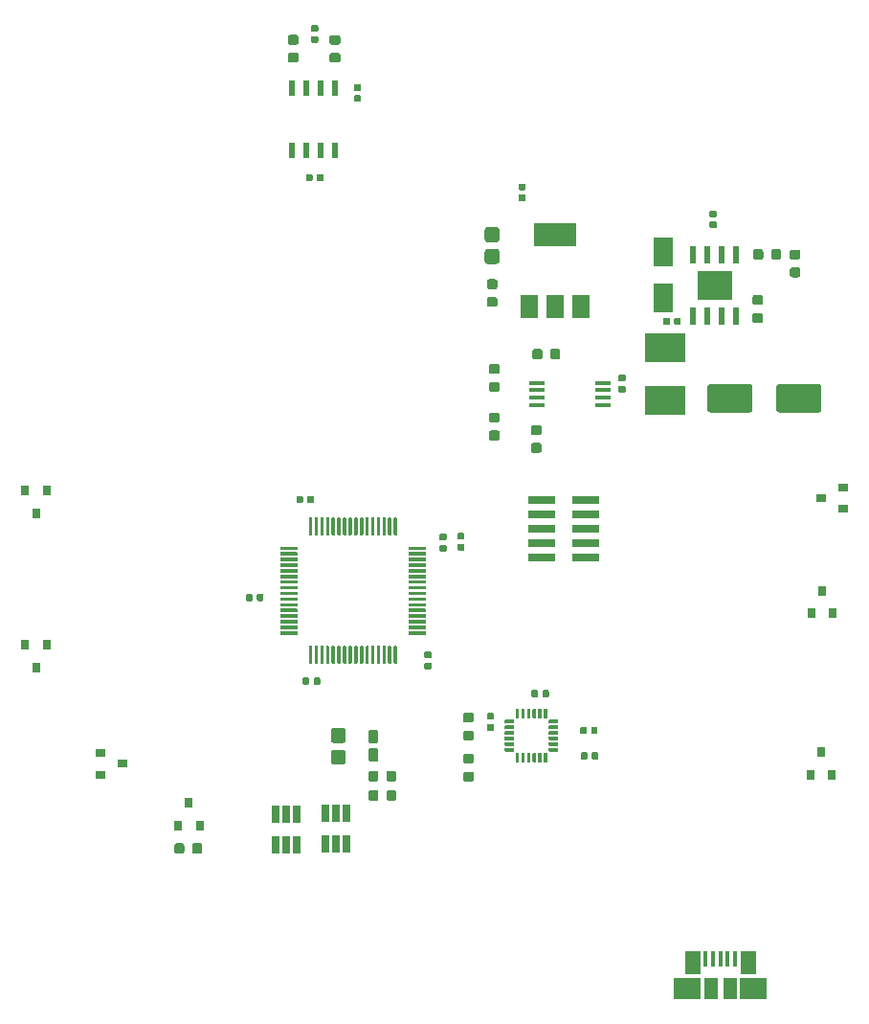
<source format=gtp>
G04 #@! TF.GenerationSoftware,KiCad,Pcbnew,(5.1.4)-1*
G04 #@! TF.CreationDate,2021-11-29T21:13:24-05:00*
G04 #@! TF.ProjectId,Lights_Board,4c696768-7473-45f4-926f-6172642e6b69,rev?*
G04 #@! TF.SameCoordinates,Original*
G04 #@! TF.FileFunction,Paste,Top*
G04 #@! TF.FilePolarity,Positive*
%FSLAX46Y46*%
G04 Gerber Fmt 4.6, Leading zero omitted, Abs format (unit mm)*
G04 Created by KiCad (PCBNEW (5.1.4)-1) date 2021-11-29 21:13:24*
%MOMM*%
%LPD*%
G04 APERTURE LIST*
%ADD10R,3.600000X2.500000*%
%ADD11C,0.100000*%
%ADD12C,2.500000*%
%ADD13R,0.650000X1.560000*%
%ADD14C,0.590000*%
%ADD15R,0.800000X0.900000*%
%ADD16R,0.900000X0.800000*%
%ADD17C,0.300000*%
%ADD18C,0.875000*%
%ADD19R,1.800000X2.500000*%
%ADD20R,0.600000X1.550000*%
%ADD21R,3.100000X2.600000*%
%ADD22R,1.500000X2.000000*%
%ADD23R,3.800000X2.000000*%
%ADD24R,0.600000X1.400000*%
%ADD25R,1.450000X0.450000*%
%ADD26R,1.175000X1.900000*%
%ADD27R,2.375000X1.900000*%
%ADD28R,1.475000X2.100000*%
%ADD29R,0.450000X1.380000*%
%ADD30R,2.400000X0.740000*%
%ADD31C,1.300000*%
%ADD32C,0.850000*%
G04 APERTURE END LIST*
D10*
X171900000Y-91900000D03*
X171900000Y-96600000D03*
D11*
G36*
X185524504Y-95151204D02*
G01*
X185548773Y-95154804D01*
X185572571Y-95160765D01*
X185595671Y-95169030D01*
X185617849Y-95179520D01*
X185638893Y-95192133D01*
X185658598Y-95206747D01*
X185676777Y-95223223D01*
X185693253Y-95241402D01*
X185707867Y-95261107D01*
X185720480Y-95282151D01*
X185730970Y-95304329D01*
X185739235Y-95327429D01*
X185745196Y-95351227D01*
X185748796Y-95375496D01*
X185750000Y-95400000D01*
X185750000Y-97400000D01*
X185748796Y-97424504D01*
X185745196Y-97448773D01*
X185739235Y-97472571D01*
X185730970Y-97495671D01*
X185720480Y-97517849D01*
X185707867Y-97538893D01*
X185693253Y-97558598D01*
X185676777Y-97576777D01*
X185658598Y-97593253D01*
X185638893Y-97607867D01*
X185617849Y-97620480D01*
X185595671Y-97630970D01*
X185572571Y-97639235D01*
X185548773Y-97645196D01*
X185524504Y-97648796D01*
X185500000Y-97650000D01*
X182000000Y-97650000D01*
X181975496Y-97648796D01*
X181951227Y-97645196D01*
X181927429Y-97639235D01*
X181904329Y-97630970D01*
X181882151Y-97620480D01*
X181861107Y-97607867D01*
X181841402Y-97593253D01*
X181823223Y-97576777D01*
X181806747Y-97558598D01*
X181792133Y-97538893D01*
X181779520Y-97517849D01*
X181769030Y-97495671D01*
X181760765Y-97472571D01*
X181754804Y-97448773D01*
X181751204Y-97424504D01*
X181750000Y-97400000D01*
X181750000Y-95400000D01*
X181751204Y-95375496D01*
X181754804Y-95351227D01*
X181760765Y-95327429D01*
X181769030Y-95304329D01*
X181779520Y-95282151D01*
X181792133Y-95261107D01*
X181806747Y-95241402D01*
X181823223Y-95223223D01*
X181841402Y-95206747D01*
X181861107Y-95192133D01*
X181882151Y-95179520D01*
X181904329Y-95169030D01*
X181927429Y-95160765D01*
X181951227Y-95154804D01*
X181975496Y-95151204D01*
X182000000Y-95150000D01*
X185500000Y-95150000D01*
X185524504Y-95151204D01*
X185524504Y-95151204D01*
G37*
D12*
X183750000Y-96400000D03*
D11*
G36*
X179424504Y-95151204D02*
G01*
X179448773Y-95154804D01*
X179472571Y-95160765D01*
X179495671Y-95169030D01*
X179517849Y-95179520D01*
X179538893Y-95192133D01*
X179558598Y-95206747D01*
X179576777Y-95223223D01*
X179593253Y-95241402D01*
X179607867Y-95261107D01*
X179620480Y-95282151D01*
X179630970Y-95304329D01*
X179639235Y-95327429D01*
X179645196Y-95351227D01*
X179648796Y-95375496D01*
X179650000Y-95400000D01*
X179650000Y-97400000D01*
X179648796Y-97424504D01*
X179645196Y-97448773D01*
X179639235Y-97472571D01*
X179630970Y-97495671D01*
X179620480Y-97517849D01*
X179607867Y-97538893D01*
X179593253Y-97558598D01*
X179576777Y-97576777D01*
X179558598Y-97593253D01*
X179538893Y-97607867D01*
X179517849Y-97620480D01*
X179495671Y-97630970D01*
X179472571Y-97639235D01*
X179448773Y-97645196D01*
X179424504Y-97648796D01*
X179400000Y-97650000D01*
X175900000Y-97650000D01*
X175875496Y-97648796D01*
X175851227Y-97645196D01*
X175827429Y-97639235D01*
X175804329Y-97630970D01*
X175782151Y-97620480D01*
X175761107Y-97607867D01*
X175741402Y-97593253D01*
X175723223Y-97576777D01*
X175706747Y-97558598D01*
X175692133Y-97538893D01*
X175679520Y-97517849D01*
X175669030Y-97495671D01*
X175660765Y-97472571D01*
X175654804Y-97448773D01*
X175651204Y-97424504D01*
X175650000Y-97400000D01*
X175650000Y-95400000D01*
X175651204Y-95375496D01*
X175654804Y-95351227D01*
X175660765Y-95327429D01*
X175669030Y-95304329D01*
X175679520Y-95282151D01*
X175692133Y-95261107D01*
X175706747Y-95241402D01*
X175723223Y-95223223D01*
X175741402Y-95206747D01*
X175761107Y-95192133D01*
X175782151Y-95179520D01*
X175804329Y-95169030D01*
X175827429Y-95160765D01*
X175851227Y-95154804D01*
X175875496Y-95151204D01*
X175900000Y-95150000D01*
X179400000Y-95150000D01*
X179424504Y-95151204D01*
X179424504Y-95151204D01*
G37*
D12*
X177650000Y-96400000D03*
D13*
X138400000Y-133150000D03*
X137450000Y-133150000D03*
X139350000Y-133150000D03*
X139350000Y-135850000D03*
X138400000Y-135850000D03*
X137450000Y-135850000D03*
X142800000Y-133050000D03*
X141850000Y-133050000D03*
X143750000Y-133050000D03*
X143750000Y-135750000D03*
X142800000Y-135750000D03*
X141850000Y-135750000D03*
D11*
G36*
X140591958Y-76580710D02*
G01*
X140606276Y-76582834D01*
X140620317Y-76586351D01*
X140633946Y-76591228D01*
X140647031Y-76597417D01*
X140659447Y-76604858D01*
X140671073Y-76613481D01*
X140681798Y-76623202D01*
X140691519Y-76633927D01*
X140700142Y-76645553D01*
X140707583Y-76657969D01*
X140713772Y-76671054D01*
X140718649Y-76684683D01*
X140722166Y-76698724D01*
X140724290Y-76713042D01*
X140725000Y-76727500D01*
X140725000Y-77072500D01*
X140724290Y-77086958D01*
X140722166Y-77101276D01*
X140718649Y-77115317D01*
X140713772Y-77128946D01*
X140707583Y-77142031D01*
X140700142Y-77154447D01*
X140691519Y-77166073D01*
X140681798Y-77176798D01*
X140671073Y-77186519D01*
X140659447Y-77195142D01*
X140647031Y-77202583D01*
X140633946Y-77208772D01*
X140620317Y-77213649D01*
X140606276Y-77217166D01*
X140591958Y-77219290D01*
X140577500Y-77220000D01*
X140282500Y-77220000D01*
X140268042Y-77219290D01*
X140253724Y-77217166D01*
X140239683Y-77213649D01*
X140226054Y-77208772D01*
X140212969Y-77202583D01*
X140200553Y-77195142D01*
X140188927Y-77186519D01*
X140178202Y-77176798D01*
X140168481Y-77166073D01*
X140159858Y-77154447D01*
X140152417Y-77142031D01*
X140146228Y-77128946D01*
X140141351Y-77115317D01*
X140137834Y-77101276D01*
X140135710Y-77086958D01*
X140135000Y-77072500D01*
X140135000Y-76727500D01*
X140135710Y-76713042D01*
X140137834Y-76698724D01*
X140141351Y-76684683D01*
X140146228Y-76671054D01*
X140152417Y-76657969D01*
X140159858Y-76645553D01*
X140168481Y-76633927D01*
X140178202Y-76623202D01*
X140188927Y-76613481D01*
X140200553Y-76604858D01*
X140212969Y-76597417D01*
X140226054Y-76591228D01*
X140239683Y-76586351D01*
X140253724Y-76582834D01*
X140268042Y-76580710D01*
X140282500Y-76580000D01*
X140577500Y-76580000D01*
X140591958Y-76580710D01*
X140591958Y-76580710D01*
G37*
D14*
X140430000Y-76900000D03*
D11*
G36*
X141561958Y-76580710D02*
G01*
X141576276Y-76582834D01*
X141590317Y-76586351D01*
X141603946Y-76591228D01*
X141617031Y-76597417D01*
X141629447Y-76604858D01*
X141641073Y-76613481D01*
X141651798Y-76623202D01*
X141661519Y-76633927D01*
X141670142Y-76645553D01*
X141677583Y-76657969D01*
X141683772Y-76671054D01*
X141688649Y-76684683D01*
X141692166Y-76698724D01*
X141694290Y-76713042D01*
X141695000Y-76727500D01*
X141695000Y-77072500D01*
X141694290Y-77086958D01*
X141692166Y-77101276D01*
X141688649Y-77115317D01*
X141683772Y-77128946D01*
X141677583Y-77142031D01*
X141670142Y-77154447D01*
X141661519Y-77166073D01*
X141651798Y-77176798D01*
X141641073Y-77186519D01*
X141629447Y-77195142D01*
X141617031Y-77202583D01*
X141603946Y-77208772D01*
X141590317Y-77213649D01*
X141576276Y-77217166D01*
X141561958Y-77219290D01*
X141547500Y-77220000D01*
X141252500Y-77220000D01*
X141238042Y-77219290D01*
X141223724Y-77217166D01*
X141209683Y-77213649D01*
X141196054Y-77208772D01*
X141182969Y-77202583D01*
X141170553Y-77195142D01*
X141158927Y-77186519D01*
X141148202Y-77176798D01*
X141138481Y-77166073D01*
X141129858Y-77154447D01*
X141122417Y-77142031D01*
X141116228Y-77128946D01*
X141111351Y-77115317D01*
X141107834Y-77101276D01*
X141105710Y-77086958D01*
X141105000Y-77072500D01*
X141105000Y-76727500D01*
X141105710Y-76713042D01*
X141107834Y-76698724D01*
X141111351Y-76684683D01*
X141116228Y-76671054D01*
X141122417Y-76657969D01*
X141129858Y-76645553D01*
X141138481Y-76633927D01*
X141148202Y-76623202D01*
X141158927Y-76613481D01*
X141170553Y-76604858D01*
X141182969Y-76597417D01*
X141196054Y-76591228D01*
X141209683Y-76586351D01*
X141223724Y-76582834D01*
X141238042Y-76580710D01*
X141252500Y-76580000D01*
X141547500Y-76580000D01*
X141561958Y-76580710D01*
X141561958Y-76580710D01*
G37*
D14*
X141400000Y-76900000D03*
D11*
G36*
X159436958Y-77420710D02*
G01*
X159451276Y-77422834D01*
X159465317Y-77426351D01*
X159478946Y-77431228D01*
X159492031Y-77437417D01*
X159504447Y-77444858D01*
X159516073Y-77453481D01*
X159526798Y-77463202D01*
X159536519Y-77473927D01*
X159545142Y-77485553D01*
X159552583Y-77497969D01*
X159558772Y-77511054D01*
X159563649Y-77524683D01*
X159567166Y-77538724D01*
X159569290Y-77553042D01*
X159570000Y-77567500D01*
X159570000Y-77862500D01*
X159569290Y-77876958D01*
X159567166Y-77891276D01*
X159563649Y-77905317D01*
X159558772Y-77918946D01*
X159552583Y-77932031D01*
X159545142Y-77944447D01*
X159536519Y-77956073D01*
X159526798Y-77966798D01*
X159516073Y-77976519D01*
X159504447Y-77985142D01*
X159492031Y-77992583D01*
X159478946Y-77998772D01*
X159465317Y-78003649D01*
X159451276Y-78007166D01*
X159436958Y-78009290D01*
X159422500Y-78010000D01*
X159077500Y-78010000D01*
X159063042Y-78009290D01*
X159048724Y-78007166D01*
X159034683Y-78003649D01*
X159021054Y-77998772D01*
X159007969Y-77992583D01*
X158995553Y-77985142D01*
X158983927Y-77976519D01*
X158973202Y-77966798D01*
X158963481Y-77956073D01*
X158954858Y-77944447D01*
X158947417Y-77932031D01*
X158941228Y-77918946D01*
X158936351Y-77905317D01*
X158932834Y-77891276D01*
X158930710Y-77876958D01*
X158930000Y-77862500D01*
X158930000Y-77567500D01*
X158930710Y-77553042D01*
X158932834Y-77538724D01*
X158936351Y-77524683D01*
X158941228Y-77511054D01*
X158947417Y-77497969D01*
X158954858Y-77485553D01*
X158963481Y-77473927D01*
X158973202Y-77463202D01*
X158983927Y-77453481D01*
X158995553Y-77444858D01*
X159007969Y-77437417D01*
X159021054Y-77431228D01*
X159034683Y-77426351D01*
X159048724Y-77422834D01*
X159063042Y-77420710D01*
X159077500Y-77420000D01*
X159422500Y-77420000D01*
X159436958Y-77420710D01*
X159436958Y-77420710D01*
G37*
D14*
X159250000Y-77715000D03*
D11*
G36*
X159436958Y-78390710D02*
G01*
X159451276Y-78392834D01*
X159465317Y-78396351D01*
X159478946Y-78401228D01*
X159492031Y-78407417D01*
X159504447Y-78414858D01*
X159516073Y-78423481D01*
X159526798Y-78433202D01*
X159536519Y-78443927D01*
X159545142Y-78455553D01*
X159552583Y-78467969D01*
X159558772Y-78481054D01*
X159563649Y-78494683D01*
X159567166Y-78508724D01*
X159569290Y-78523042D01*
X159570000Y-78537500D01*
X159570000Y-78832500D01*
X159569290Y-78846958D01*
X159567166Y-78861276D01*
X159563649Y-78875317D01*
X159558772Y-78888946D01*
X159552583Y-78902031D01*
X159545142Y-78914447D01*
X159536519Y-78926073D01*
X159526798Y-78936798D01*
X159516073Y-78946519D01*
X159504447Y-78955142D01*
X159492031Y-78962583D01*
X159478946Y-78968772D01*
X159465317Y-78973649D01*
X159451276Y-78977166D01*
X159436958Y-78979290D01*
X159422500Y-78980000D01*
X159077500Y-78980000D01*
X159063042Y-78979290D01*
X159048724Y-78977166D01*
X159034683Y-78973649D01*
X159021054Y-78968772D01*
X159007969Y-78962583D01*
X158995553Y-78955142D01*
X158983927Y-78946519D01*
X158973202Y-78936798D01*
X158963481Y-78926073D01*
X158954858Y-78914447D01*
X158947417Y-78902031D01*
X158941228Y-78888946D01*
X158936351Y-78875317D01*
X158932834Y-78861276D01*
X158930710Y-78846958D01*
X158930000Y-78832500D01*
X158930000Y-78537500D01*
X158930710Y-78523042D01*
X158932834Y-78508724D01*
X158936351Y-78494683D01*
X158941228Y-78481054D01*
X158947417Y-78467969D01*
X158954858Y-78455553D01*
X158963481Y-78443927D01*
X158973202Y-78433202D01*
X158983927Y-78423481D01*
X158995553Y-78414858D01*
X159007969Y-78407417D01*
X159021054Y-78401228D01*
X159034683Y-78396351D01*
X159048724Y-78392834D01*
X159063042Y-78390710D01*
X159077500Y-78390000D01*
X159422500Y-78390000D01*
X159436958Y-78390710D01*
X159436958Y-78390710D01*
G37*
D14*
X159250000Y-78685000D03*
D15*
X116250000Y-106550000D03*
X115300000Y-104550000D03*
X117200000Y-104550000D03*
X185700000Y-127700000D03*
X186650000Y-129700000D03*
X184750000Y-129700000D03*
X185800000Y-113400000D03*
X186750000Y-115400000D03*
X184850000Y-115400000D03*
D16*
X185700000Y-105200000D03*
X187700000Y-104250000D03*
X187700000Y-106150000D03*
X123940000Y-128710000D03*
X121940000Y-129660000D03*
X121940000Y-127760000D03*
D15*
X116250000Y-120200000D03*
X115300000Y-118200000D03*
X117200000Y-118200000D03*
D11*
G36*
X165861958Y-127690710D02*
G01*
X165876276Y-127692834D01*
X165890317Y-127696351D01*
X165903946Y-127701228D01*
X165917031Y-127707417D01*
X165929447Y-127714858D01*
X165941073Y-127723481D01*
X165951798Y-127733202D01*
X165961519Y-127743927D01*
X165970142Y-127755553D01*
X165977583Y-127767969D01*
X165983772Y-127781054D01*
X165988649Y-127794683D01*
X165992166Y-127808724D01*
X165994290Y-127823042D01*
X165995000Y-127837500D01*
X165995000Y-128182500D01*
X165994290Y-128196958D01*
X165992166Y-128211276D01*
X165988649Y-128225317D01*
X165983772Y-128238946D01*
X165977583Y-128252031D01*
X165970142Y-128264447D01*
X165961519Y-128276073D01*
X165951798Y-128286798D01*
X165941073Y-128296519D01*
X165929447Y-128305142D01*
X165917031Y-128312583D01*
X165903946Y-128318772D01*
X165890317Y-128323649D01*
X165876276Y-128327166D01*
X165861958Y-128329290D01*
X165847500Y-128330000D01*
X165552500Y-128330000D01*
X165538042Y-128329290D01*
X165523724Y-128327166D01*
X165509683Y-128323649D01*
X165496054Y-128318772D01*
X165482969Y-128312583D01*
X165470553Y-128305142D01*
X165458927Y-128296519D01*
X165448202Y-128286798D01*
X165438481Y-128276073D01*
X165429858Y-128264447D01*
X165422417Y-128252031D01*
X165416228Y-128238946D01*
X165411351Y-128225317D01*
X165407834Y-128211276D01*
X165405710Y-128196958D01*
X165405000Y-128182500D01*
X165405000Y-127837500D01*
X165405710Y-127823042D01*
X165407834Y-127808724D01*
X165411351Y-127794683D01*
X165416228Y-127781054D01*
X165422417Y-127767969D01*
X165429858Y-127755553D01*
X165438481Y-127743927D01*
X165448202Y-127733202D01*
X165458927Y-127723481D01*
X165470553Y-127714858D01*
X165482969Y-127707417D01*
X165496054Y-127701228D01*
X165509683Y-127696351D01*
X165523724Y-127692834D01*
X165538042Y-127690710D01*
X165552500Y-127690000D01*
X165847500Y-127690000D01*
X165861958Y-127690710D01*
X165861958Y-127690710D01*
G37*
D14*
X165700000Y-128010000D03*
D11*
G36*
X164891958Y-127690710D02*
G01*
X164906276Y-127692834D01*
X164920317Y-127696351D01*
X164933946Y-127701228D01*
X164947031Y-127707417D01*
X164959447Y-127714858D01*
X164971073Y-127723481D01*
X164981798Y-127733202D01*
X164991519Y-127743927D01*
X165000142Y-127755553D01*
X165007583Y-127767969D01*
X165013772Y-127781054D01*
X165018649Y-127794683D01*
X165022166Y-127808724D01*
X165024290Y-127823042D01*
X165025000Y-127837500D01*
X165025000Y-128182500D01*
X165024290Y-128196958D01*
X165022166Y-128211276D01*
X165018649Y-128225317D01*
X165013772Y-128238946D01*
X165007583Y-128252031D01*
X165000142Y-128264447D01*
X164991519Y-128276073D01*
X164981798Y-128286798D01*
X164971073Y-128296519D01*
X164959447Y-128305142D01*
X164947031Y-128312583D01*
X164933946Y-128318772D01*
X164920317Y-128323649D01*
X164906276Y-128327166D01*
X164891958Y-128329290D01*
X164877500Y-128330000D01*
X164582500Y-128330000D01*
X164568042Y-128329290D01*
X164553724Y-128327166D01*
X164539683Y-128323649D01*
X164526054Y-128318772D01*
X164512969Y-128312583D01*
X164500553Y-128305142D01*
X164488927Y-128296519D01*
X164478202Y-128286798D01*
X164468481Y-128276073D01*
X164459858Y-128264447D01*
X164452417Y-128252031D01*
X164446228Y-128238946D01*
X164441351Y-128225317D01*
X164437834Y-128211276D01*
X164435710Y-128196958D01*
X164435000Y-128182500D01*
X164435000Y-127837500D01*
X164435710Y-127823042D01*
X164437834Y-127808724D01*
X164441351Y-127794683D01*
X164446228Y-127781054D01*
X164452417Y-127767969D01*
X164459858Y-127755553D01*
X164468481Y-127743927D01*
X164478202Y-127733202D01*
X164488927Y-127723481D01*
X164500553Y-127714858D01*
X164512969Y-127707417D01*
X164526054Y-127701228D01*
X164539683Y-127696351D01*
X164553724Y-127692834D01*
X164568042Y-127690710D01*
X164582500Y-127690000D01*
X164877500Y-127690000D01*
X164891958Y-127690710D01*
X164891958Y-127690710D01*
G37*
D14*
X164730000Y-128010000D03*
D11*
G36*
X158487351Y-127320361D02*
G01*
X158494632Y-127321441D01*
X158501771Y-127323229D01*
X158508701Y-127325709D01*
X158515355Y-127328856D01*
X158521668Y-127332640D01*
X158527579Y-127337024D01*
X158533033Y-127341967D01*
X158537976Y-127347421D01*
X158542360Y-127353332D01*
X158546144Y-127359645D01*
X158549291Y-127366299D01*
X158551771Y-127373229D01*
X158553559Y-127380368D01*
X158554639Y-127387649D01*
X158555000Y-127395000D01*
X158555000Y-127545000D01*
X158554639Y-127552351D01*
X158553559Y-127559632D01*
X158551771Y-127566771D01*
X158549291Y-127573701D01*
X158546144Y-127580355D01*
X158542360Y-127586668D01*
X158537976Y-127592579D01*
X158533033Y-127598033D01*
X158527579Y-127602976D01*
X158521668Y-127607360D01*
X158515355Y-127611144D01*
X158508701Y-127614291D01*
X158501771Y-127616771D01*
X158494632Y-127618559D01*
X158487351Y-127619639D01*
X158480000Y-127620000D01*
X157780000Y-127620000D01*
X157772649Y-127619639D01*
X157765368Y-127618559D01*
X157758229Y-127616771D01*
X157751299Y-127614291D01*
X157744645Y-127611144D01*
X157738332Y-127607360D01*
X157732421Y-127602976D01*
X157726967Y-127598033D01*
X157722024Y-127592579D01*
X157717640Y-127586668D01*
X157713856Y-127580355D01*
X157710709Y-127573701D01*
X157708229Y-127566771D01*
X157706441Y-127559632D01*
X157705361Y-127552351D01*
X157705000Y-127545000D01*
X157705000Y-127395000D01*
X157705361Y-127387649D01*
X157706441Y-127380368D01*
X157708229Y-127373229D01*
X157710709Y-127366299D01*
X157713856Y-127359645D01*
X157717640Y-127353332D01*
X157722024Y-127347421D01*
X157726967Y-127341967D01*
X157732421Y-127337024D01*
X157738332Y-127332640D01*
X157744645Y-127328856D01*
X157751299Y-127325709D01*
X157758229Y-127323229D01*
X157765368Y-127321441D01*
X157772649Y-127320361D01*
X157780000Y-127320000D01*
X158480000Y-127320000D01*
X158487351Y-127320361D01*
X158487351Y-127320361D01*
G37*
D17*
X158130000Y-127470000D03*
D11*
G36*
X158487351Y-126820361D02*
G01*
X158494632Y-126821441D01*
X158501771Y-126823229D01*
X158508701Y-126825709D01*
X158515355Y-126828856D01*
X158521668Y-126832640D01*
X158527579Y-126837024D01*
X158533033Y-126841967D01*
X158537976Y-126847421D01*
X158542360Y-126853332D01*
X158546144Y-126859645D01*
X158549291Y-126866299D01*
X158551771Y-126873229D01*
X158553559Y-126880368D01*
X158554639Y-126887649D01*
X158555000Y-126895000D01*
X158555000Y-127045000D01*
X158554639Y-127052351D01*
X158553559Y-127059632D01*
X158551771Y-127066771D01*
X158549291Y-127073701D01*
X158546144Y-127080355D01*
X158542360Y-127086668D01*
X158537976Y-127092579D01*
X158533033Y-127098033D01*
X158527579Y-127102976D01*
X158521668Y-127107360D01*
X158515355Y-127111144D01*
X158508701Y-127114291D01*
X158501771Y-127116771D01*
X158494632Y-127118559D01*
X158487351Y-127119639D01*
X158480000Y-127120000D01*
X157780000Y-127120000D01*
X157772649Y-127119639D01*
X157765368Y-127118559D01*
X157758229Y-127116771D01*
X157751299Y-127114291D01*
X157744645Y-127111144D01*
X157738332Y-127107360D01*
X157732421Y-127102976D01*
X157726967Y-127098033D01*
X157722024Y-127092579D01*
X157717640Y-127086668D01*
X157713856Y-127080355D01*
X157710709Y-127073701D01*
X157708229Y-127066771D01*
X157706441Y-127059632D01*
X157705361Y-127052351D01*
X157705000Y-127045000D01*
X157705000Y-126895000D01*
X157705361Y-126887649D01*
X157706441Y-126880368D01*
X157708229Y-126873229D01*
X157710709Y-126866299D01*
X157713856Y-126859645D01*
X157717640Y-126853332D01*
X157722024Y-126847421D01*
X157726967Y-126841967D01*
X157732421Y-126837024D01*
X157738332Y-126832640D01*
X157744645Y-126828856D01*
X157751299Y-126825709D01*
X157758229Y-126823229D01*
X157765368Y-126821441D01*
X157772649Y-126820361D01*
X157780000Y-126820000D01*
X158480000Y-126820000D01*
X158487351Y-126820361D01*
X158487351Y-126820361D01*
G37*
D17*
X158130000Y-126970000D03*
D11*
G36*
X158487351Y-126320361D02*
G01*
X158494632Y-126321441D01*
X158501771Y-126323229D01*
X158508701Y-126325709D01*
X158515355Y-126328856D01*
X158521668Y-126332640D01*
X158527579Y-126337024D01*
X158533033Y-126341967D01*
X158537976Y-126347421D01*
X158542360Y-126353332D01*
X158546144Y-126359645D01*
X158549291Y-126366299D01*
X158551771Y-126373229D01*
X158553559Y-126380368D01*
X158554639Y-126387649D01*
X158555000Y-126395000D01*
X158555000Y-126545000D01*
X158554639Y-126552351D01*
X158553559Y-126559632D01*
X158551771Y-126566771D01*
X158549291Y-126573701D01*
X158546144Y-126580355D01*
X158542360Y-126586668D01*
X158537976Y-126592579D01*
X158533033Y-126598033D01*
X158527579Y-126602976D01*
X158521668Y-126607360D01*
X158515355Y-126611144D01*
X158508701Y-126614291D01*
X158501771Y-126616771D01*
X158494632Y-126618559D01*
X158487351Y-126619639D01*
X158480000Y-126620000D01*
X157780000Y-126620000D01*
X157772649Y-126619639D01*
X157765368Y-126618559D01*
X157758229Y-126616771D01*
X157751299Y-126614291D01*
X157744645Y-126611144D01*
X157738332Y-126607360D01*
X157732421Y-126602976D01*
X157726967Y-126598033D01*
X157722024Y-126592579D01*
X157717640Y-126586668D01*
X157713856Y-126580355D01*
X157710709Y-126573701D01*
X157708229Y-126566771D01*
X157706441Y-126559632D01*
X157705361Y-126552351D01*
X157705000Y-126545000D01*
X157705000Y-126395000D01*
X157705361Y-126387649D01*
X157706441Y-126380368D01*
X157708229Y-126373229D01*
X157710709Y-126366299D01*
X157713856Y-126359645D01*
X157717640Y-126353332D01*
X157722024Y-126347421D01*
X157726967Y-126341967D01*
X157732421Y-126337024D01*
X157738332Y-126332640D01*
X157744645Y-126328856D01*
X157751299Y-126325709D01*
X157758229Y-126323229D01*
X157765368Y-126321441D01*
X157772649Y-126320361D01*
X157780000Y-126320000D01*
X158480000Y-126320000D01*
X158487351Y-126320361D01*
X158487351Y-126320361D01*
G37*
D17*
X158130000Y-126470000D03*
D11*
G36*
X158487351Y-125820361D02*
G01*
X158494632Y-125821441D01*
X158501771Y-125823229D01*
X158508701Y-125825709D01*
X158515355Y-125828856D01*
X158521668Y-125832640D01*
X158527579Y-125837024D01*
X158533033Y-125841967D01*
X158537976Y-125847421D01*
X158542360Y-125853332D01*
X158546144Y-125859645D01*
X158549291Y-125866299D01*
X158551771Y-125873229D01*
X158553559Y-125880368D01*
X158554639Y-125887649D01*
X158555000Y-125895000D01*
X158555000Y-126045000D01*
X158554639Y-126052351D01*
X158553559Y-126059632D01*
X158551771Y-126066771D01*
X158549291Y-126073701D01*
X158546144Y-126080355D01*
X158542360Y-126086668D01*
X158537976Y-126092579D01*
X158533033Y-126098033D01*
X158527579Y-126102976D01*
X158521668Y-126107360D01*
X158515355Y-126111144D01*
X158508701Y-126114291D01*
X158501771Y-126116771D01*
X158494632Y-126118559D01*
X158487351Y-126119639D01*
X158480000Y-126120000D01*
X157780000Y-126120000D01*
X157772649Y-126119639D01*
X157765368Y-126118559D01*
X157758229Y-126116771D01*
X157751299Y-126114291D01*
X157744645Y-126111144D01*
X157738332Y-126107360D01*
X157732421Y-126102976D01*
X157726967Y-126098033D01*
X157722024Y-126092579D01*
X157717640Y-126086668D01*
X157713856Y-126080355D01*
X157710709Y-126073701D01*
X157708229Y-126066771D01*
X157706441Y-126059632D01*
X157705361Y-126052351D01*
X157705000Y-126045000D01*
X157705000Y-125895000D01*
X157705361Y-125887649D01*
X157706441Y-125880368D01*
X157708229Y-125873229D01*
X157710709Y-125866299D01*
X157713856Y-125859645D01*
X157717640Y-125853332D01*
X157722024Y-125847421D01*
X157726967Y-125841967D01*
X157732421Y-125837024D01*
X157738332Y-125832640D01*
X157744645Y-125828856D01*
X157751299Y-125825709D01*
X157758229Y-125823229D01*
X157765368Y-125821441D01*
X157772649Y-125820361D01*
X157780000Y-125820000D01*
X158480000Y-125820000D01*
X158487351Y-125820361D01*
X158487351Y-125820361D01*
G37*
D17*
X158130000Y-125970000D03*
D11*
G36*
X158487351Y-125320361D02*
G01*
X158494632Y-125321441D01*
X158501771Y-125323229D01*
X158508701Y-125325709D01*
X158515355Y-125328856D01*
X158521668Y-125332640D01*
X158527579Y-125337024D01*
X158533033Y-125341967D01*
X158537976Y-125347421D01*
X158542360Y-125353332D01*
X158546144Y-125359645D01*
X158549291Y-125366299D01*
X158551771Y-125373229D01*
X158553559Y-125380368D01*
X158554639Y-125387649D01*
X158555000Y-125395000D01*
X158555000Y-125545000D01*
X158554639Y-125552351D01*
X158553559Y-125559632D01*
X158551771Y-125566771D01*
X158549291Y-125573701D01*
X158546144Y-125580355D01*
X158542360Y-125586668D01*
X158537976Y-125592579D01*
X158533033Y-125598033D01*
X158527579Y-125602976D01*
X158521668Y-125607360D01*
X158515355Y-125611144D01*
X158508701Y-125614291D01*
X158501771Y-125616771D01*
X158494632Y-125618559D01*
X158487351Y-125619639D01*
X158480000Y-125620000D01*
X157780000Y-125620000D01*
X157772649Y-125619639D01*
X157765368Y-125618559D01*
X157758229Y-125616771D01*
X157751299Y-125614291D01*
X157744645Y-125611144D01*
X157738332Y-125607360D01*
X157732421Y-125602976D01*
X157726967Y-125598033D01*
X157722024Y-125592579D01*
X157717640Y-125586668D01*
X157713856Y-125580355D01*
X157710709Y-125573701D01*
X157708229Y-125566771D01*
X157706441Y-125559632D01*
X157705361Y-125552351D01*
X157705000Y-125545000D01*
X157705000Y-125395000D01*
X157705361Y-125387649D01*
X157706441Y-125380368D01*
X157708229Y-125373229D01*
X157710709Y-125366299D01*
X157713856Y-125359645D01*
X157717640Y-125353332D01*
X157722024Y-125347421D01*
X157726967Y-125341967D01*
X157732421Y-125337024D01*
X157738332Y-125332640D01*
X157744645Y-125328856D01*
X157751299Y-125325709D01*
X157758229Y-125323229D01*
X157765368Y-125321441D01*
X157772649Y-125320361D01*
X157780000Y-125320000D01*
X158480000Y-125320000D01*
X158487351Y-125320361D01*
X158487351Y-125320361D01*
G37*
D17*
X158130000Y-125470000D03*
D11*
G36*
X158487351Y-124820361D02*
G01*
X158494632Y-124821441D01*
X158501771Y-124823229D01*
X158508701Y-124825709D01*
X158515355Y-124828856D01*
X158521668Y-124832640D01*
X158527579Y-124837024D01*
X158533033Y-124841967D01*
X158537976Y-124847421D01*
X158542360Y-124853332D01*
X158546144Y-124859645D01*
X158549291Y-124866299D01*
X158551771Y-124873229D01*
X158553559Y-124880368D01*
X158554639Y-124887649D01*
X158555000Y-124895000D01*
X158555000Y-125045000D01*
X158554639Y-125052351D01*
X158553559Y-125059632D01*
X158551771Y-125066771D01*
X158549291Y-125073701D01*
X158546144Y-125080355D01*
X158542360Y-125086668D01*
X158537976Y-125092579D01*
X158533033Y-125098033D01*
X158527579Y-125102976D01*
X158521668Y-125107360D01*
X158515355Y-125111144D01*
X158508701Y-125114291D01*
X158501771Y-125116771D01*
X158494632Y-125118559D01*
X158487351Y-125119639D01*
X158480000Y-125120000D01*
X157780000Y-125120000D01*
X157772649Y-125119639D01*
X157765368Y-125118559D01*
X157758229Y-125116771D01*
X157751299Y-125114291D01*
X157744645Y-125111144D01*
X157738332Y-125107360D01*
X157732421Y-125102976D01*
X157726967Y-125098033D01*
X157722024Y-125092579D01*
X157717640Y-125086668D01*
X157713856Y-125080355D01*
X157710709Y-125073701D01*
X157708229Y-125066771D01*
X157706441Y-125059632D01*
X157705361Y-125052351D01*
X157705000Y-125045000D01*
X157705000Y-124895000D01*
X157705361Y-124887649D01*
X157706441Y-124880368D01*
X157708229Y-124873229D01*
X157710709Y-124866299D01*
X157713856Y-124859645D01*
X157717640Y-124853332D01*
X157722024Y-124847421D01*
X157726967Y-124841967D01*
X157732421Y-124837024D01*
X157738332Y-124832640D01*
X157744645Y-124828856D01*
X157751299Y-124825709D01*
X157758229Y-124823229D01*
X157765368Y-124821441D01*
X157772649Y-124820361D01*
X157780000Y-124820000D01*
X158480000Y-124820000D01*
X158487351Y-124820361D01*
X158487351Y-124820361D01*
G37*
D17*
X158130000Y-124970000D03*
D11*
G36*
X158912351Y-123845361D02*
G01*
X158919632Y-123846441D01*
X158926771Y-123848229D01*
X158933701Y-123850709D01*
X158940355Y-123853856D01*
X158946668Y-123857640D01*
X158952579Y-123862024D01*
X158958033Y-123866967D01*
X158962976Y-123872421D01*
X158967360Y-123878332D01*
X158971144Y-123884645D01*
X158974291Y-123891299D01*
X158976771Y-123898229D01*
X158978559Y-123905368D01*
X158979639Y-123912649D01*
X158980000Y-123920000D01*
X158980000Y-124620000D01*
X158979639Y-124627351D01*
X158978559Y-124634632D01*
X158976771Y-124641771D01*
X158974291Y-124648701D01*
X158971144Y-124655355D01*
X158967360Y-124661668D01*
X158962976Y-124667579D01*
X158958033Y-124673033D01*
X158952579Y-124677976D01*
X158946668Y-124682360D01*
X158940355Y-124686144D01*
X158933701Y-124689291D01*
X158926771Y-124691771D01*
X158919632Y-124693559D01*
X158912351Y-124694639D01*
X158905000Y-124695000D01*
X158755000Y-124695000D01*
X158747649Y-124694639D01*
X158740368Y-124693559D01*
X158733229Y-124691771D01*
X158726299Y-124689291D01*
X158719645Y-124686144D01*
X158713332Y-124682360D01*
X158707421Y-124677976D01*
X158701967Y-124673033D01*
X158697024Y-124667579D01*
X158692640Y-124661668D01*
X158688856Y-124655355D01*
X158685709Y-124648701D01*
X158683229Y-124641771D01*
X158681441Y-124634632D01*
X158680361Y-124627351D01*
X158680000Y-124620000D01*
X158680000Y-123920000D01*
X158680361Y-123912649D01*
X158681441Y-123905368D01*
X158683229Y-123898229D01*
X158685709Y-123891299D01*
X158688856Y-123884645D01*
X158692640Y-123878332D01*
X158697024Y-123872421D01*
X158701967Y-123866967D01*
X158707421Y-123862024D01*
X158713332Y-123857640D01*
X158719645Y-123853856D01*
X158726299Y-123850709D01*
X158733229Y-123848229D01*
X158740368Y-123846441D01*
X158747649Y-123845361D01*
X158755000Y-123845000D01*
X158905000Y-123845000D01*
X158912351Y-123845361D01*
X158912351Y-123845361D01*
G37*
D17*
X158830000Y-124270000D03*
D11*
G36*
X159412351Y-123845361D02*
G01*
X159419632Y-123846441D01*
X159426771Y-123848229D01*
X159433701Y-123850709D01*
X159440355Y-123853856D01*
X159446668Y-123857640D01*
X159452579Y-123862024D01*
X159458033Y-123866967D01*
X159462976Y-123872421D01*
X159467360Y-123878332D01*
X159471144Y-123884645D01*
X159474291Y-123891299D01*
X159476771Y-123898229D01*
X159478559Y-123905368D01*
X159479639Y-123912649D01*
X159480000Y-123920000D01*
X159480000Y-124620000D01*
X159479639Y-124627351D01*
X159478559Y-124634632D01*
X159476771Y-124641771D01*
X159474291Y-124648701D01*
X159471144Y-124655355D01*
X159467360Y-124661668D01*
X159462976Y-124667579D01*
X159458033Y-124673033D01*
X159452579Y-124677976D01*
X159446668Y-124682360D01*
X159440355Y-124686144D01*
X159433701Y-124689291D01*
X159426771Y-124691771D01*
X159419632Y-124693559D01*
X159412351Y-124694639D01*
X159405000Y-124695000D01*
X159255000Y-124695000D01*
X159247649Y-124694639D01*
X159240368Y-124693559D01*
X159233229Y-124691771D01*
X159226299Y-124689291D01*
X159219645Y-124686144D01*
X159213332Y-124682360D01*
X159207421Y-124677976D01*
X159201967Y-124673033D01*
X159197024Y-124667579D01*
X159192640Y-124661668D01*
X159188856Y-124655355D01*
X159185709Y-124648701D01*
X159183229Y-124641771D01*
X159181441Y-124634632D01*
X159180361Y-124627351D01*
X159180000Y-124620000D01*
X159180000Y-123920000D01*
X159180361Y-123912649D01*
X159181441Y-123905368D01*
X159183229Y-123898229D01*
X159185709Y-123891299D01*
X159188856Y-123884645D01*
X159192640Y-123878332D01*
X159197024Y-123872421D01*
X159201967Y-123866967D01*
X159207421Y-123862024D01*
X159213332Y-123857640D01*
X159219645Y-123853856D01*
X159226299Y-123850709D01*
X159233229Y-123848229D01*
X159240368Y-123846441D01*
X159247649Y-123845361D01*
X159255000Y-123845000D01*
X159405000Y-123845000D01*
X159412351Y-123845361D01*
X159412351Y-123845361D01*
G37*
D17*
X159330000Y-124270000D03*
D11*
G36*
X159912351Y-123845361D02*
G01*
X159919632Y-123846441D01*
X159926771Y-123848229D01*
X159933701Y-123850709D01*
X159940355Y-123853856D01*
X159946668Y-123857640D01*
X159952579Y-123862024D01*
X159958033Y-123866967D01*
X159962976Y-123872421D01*
X159967360Y-123878332D01*
X159971144Y-123884645D01*
X159974291Y-123891299D01*
X159976771Y-123898229D01*
X159978559Y-123905368D01*
X159979639Y-123912649D01*
X159980000Y-123920000D01*
X159980000Y-124620000D01*
X159979639Y-124627351D01*
X159978559Y-124634632D01*
X159976771Y-124641771D01*
X159974291Y-124648701D01*
X159971144Y-124655355D01*
X159967360Y-124661668D01*
X159962976Y-124667579D01*
X159958033Y-124673033D01*
X159952579Y-124677976D01*
X159946668Y-124682360D01*
X159940355Y-124686144D01*
X159933701Y-124689291D01*
X159926771Y-124691771D01*
X159919632Y-124693559D01*
X159912351Y-124694639D01*
X159905000Y-124695000D01*
X159755000Y-124695000D01*
X159747649Y-124694639D01*
X159740368Y-124693559D01*
X159733229Y-124691771D01*
X159726299Y-124689291D01*
X159719645Y-124686144D01*
X159713332Y-124682360D01*
X159707421Y-124677976D01*
X159701967Y-124673033D01*
X159697024Y-124667579D01*
X159692640Y-124661668D01*
X159688856Y-124655355D01*
X159685709Y-124648701D01*
X159683229Y-124641771D01*
X159681441Y-124634632D01*
X159680361Y-124627351D01*
X159680000Y-124620000D01*
X159680000Y-123920000D01*
X159680361Y-123912649D01*
X159681441Y-123905368D01*
X159683229Y-123898229D01*
X159685709Y-123891299D01*
X159688856Y-123884645D01*
X159692640Y-123878332D01*
X159697024Y-123872421D01*
X159701967Y-123866967D01*
X159707421Y-123862024D01*
X159713332Y-123857640D01*
X159719645Y-123853856D01*
X159726299Y-123850709D01*
X159733229Y-123848229D01*
X159740368Y-123846441D01*
X159747649Y-123845361D01*
X159755000Y-123845000D01*
X159905000Y-123845000D01*
X159912351Y-123845361D01*
X159912351Y-123845361D01*
G37*
D17*
X159830000Y-124270000D03*
D11*
G36*
X160412351Y-123845361D02*
G01*
X160419632Y-123846441D01*
X160426771Y-123848229D01*
X160433701Y-123850709D01*
X160440355Y-123853856D01*
X160446668Y-123857640D01*
X160452579Y-123862024D01*
X160458033Y-123866967D01*
X160462976Y-123872421D01*
X160467360Y-123878332D01*
X160471144Y-123884645D01*
X160474291Y-123891299D01*
X160476771Y-123898229D01*
X160478559Y-123905368D01*
X160479639Y-123912649D01*
X160480000Y-123920000D01*
X160480000Y-124620000D01*
X160479639Y-124627351D01*
X160478559Y-124634632D01*
X160476771Y-124641771D01*
X160474291Y-124648701D01*
X160471144Y-124655355D01*
X160467360Y-124661668D01*
X160462976Y-124667579D01*
X160458033Y-124673033D01*
X160452579Y-124677976D01*
X160446668Y-124682360D01*
X160440355Y-124686144D01*
X160433701Y-124689291D01*
X160426771Y-124691771D01*
X160419632Y-124693559D01*
X160412351Y-124694639D01*
X160405000Y-124695000D01*
X160255000Y-124695000D01*
X160247649Y-124694639D01*
X160240368Y-124693559D01*
X160233229Y-124691771D01*
X160226299Y-124689291D01*
X160219645Y-124686144D01*
X160213332Y-124682360D01*
X160207421Y-124677976D01*
X160201967Y-124673033D01*
X160197024Y-124667579D01*
X160192640Y-124661668D01*
X160188856Y-124655355D01*
X160185709Y-124648701D01*
X160183229Y-124641771D01*
X160181441Y-124634632D01*
X160180361Y-124627351D01*
X160180000Y-124620000D01*
X160180000Y-123920000D01*
X160180361Y-123912649D01*
X160181441Y-123905368D01*
X160183229Y-123898229D01*
X160185709Y-123891299D01*
X160188856Y-123884645D01*
X160192640Y-123878332D01*
X160197024Y-123872421D01*
X160201967Y-123866967D01*
X160207421Y-123862024D01*
X160213332Y-123857640D01*
X160219645Y-123853856D01*
X160226299Y-123850709D01*
X160233229Y-123848229D01*
X160240368Y-123846441D01*
X160247649Y-123845361D01*
X160255000Y-123845000D01*
X160405000Y-123845000D01*
X160412351Y-123845361D01*
X160412351Y-123845361D01*
G37*
D17*
X160330000Y-124270000D03*
D11*
G36*
X160912351Y-123845361D02*
G01*
X160919632Y-123846441D01*
X160926771Y-123848229D01*
X160933701Y-123850709D01*
X160940355Y-123853856D01*
X160946668Y-123857640D01*
X160952579Y-123862024D01*
X160958033Y-123866967D01*
X160962976Y-123872421D01*
X160967360Y-123878332D01*
X160971144Y-123884645D01*
X160974291Y-123891299D01*
X160976771Y-123898229D01*
X160978559Y-123905368D01*
X160979639Y-123912649D01*
X160980000Y-123920000D01*
X160980000Y-124620000D01*
X160979639Y-124627351D01*
X160978559Y-124634632D01*
X160976771Y-124641771D01*
X160974291Y-124648701D01*
X160971144Y-124655355D01*
X160967360Y-124661668D01*
X160962976Y-124667579D01*
X160958033Y-124673033D01*
X160952579Y-124677976D01*
X160946668Y-124682360D01*
X160940355Y-124686144D01*
X160933701Y-124689291D01*
X160926771Y-124691771D01*
X160919632Y-124693559D01*
X160912351Y-124694639D01*
X160905000Y-124695000D01*
X160755000Y-124695000D01*
X160747649Y-124694639D01*
X160740368Y-124693559D01*
X160733229Y-124691771D01*
X160726299Y-124689291D01*
X160719645Y-124686144D01*
X160713332Y-124682360D01*
X160707421Y-124677976D01*
X160701967Y-124673033D01*
X160697024Y-124667579D01*
X160692640Y-124661668D01*
X160688856Y-124655355D01*
X160685709Y-124648701D01*
X160683229Y-124641771D01*
X160681441Y-124634632D01*
X160680361Y-124627351D01*
X160680000Y-124620000D01*
X160680000Y-123920000D01*
X160680361Y-123912649D01*
X160681441Y-123905368D01*
X160683229Y-123898229D01*
X160685709Y-123891299D01*
X160688856Y-123884645D01*
X160692640Y-123878332D01*
X160697024Y-123872421D01*
X160701967Y-123866967D01*
X160707421Y-123862024D01*
X160713332Y-123857640D01*
X160719645Y-123853856D01*
X160726299Y-123850709D01*
X160733229Y-123848229D01*
X160740368Y-123846441D01*
X160747649Y-123845361D01*
X160755000Y-123845000D01*
X160905000Y-123845000D01*
X160912351Y-123845361D01*
X160912351Y-123845361D01*
G37*
D17*
X160830000Y-124270000D03*
D11*
G36*
X161412351Y-123845361D02*
G01*
X161419632Y-123846441D01*
X161426771Y-123848229D01*
X161433701Y-123850709D01*
X161440355Y-123853856D01*
X161446668Y-123857640D01*
X161452579Y-123862024D01*
X161458033Y-123866967D01*
X161462976Y-123872421D01*
X161467360Y-123878332D01*
X161471144Y-123884645D01*
X161474291Y-123891299D01*
X161476771Y-123898229D01*
X161478559Y-123905368D01*
X161479639Y-123912649D01*
X161480000Y-123920000D01*
X161480000Y-124620000D01*
X161479639Y-124627351D01*
X161478559Y-124634632D01*
X161476771Y-124641771D01*
X161474291Y-124648701D01*
X161471144Y-124655355D01*
X161467360Y-124661668D01*
X161462976Y-124667579D01*
X161458033Y-124673033D01*
X161452579Y-124677976D01*
X161446668Y-124682360D01*
X161440355Y-124686144D01*
X161433701Y-124689291D01*
X161426771Y-124691771D01*
X161419632Y-124693559D01*
X161412351Y-124694639D01*
X161405000Y-124695000D01*
X161255000Y-124695000D01*
X161247649Y-124694639D01*
X161240368Y-124693559D01*
X161233229Y-124691771D01*
X161226299Y-124689291D01*
X161219645Y-124686144D01*
X161213332Y-124682360D01*
X161207421Y-124677976D01*
X161201967Y-124673033D01*
X161197024Y-124667579D01*
X161192640Y-124661668D01*
X161188856Y-124655355D01*
X161185709Y-124648701D01*
X161183229Y-124641771D01*
X161181441Y-124634632D01*
X161180361Y-124627351D01*
X161180000Y-124620000D01*
X161180000Y-123920000D01*
X161180361Y-123912649D01*
X161181441Y-123905368D01*
X161183229Y-123898229D01*
X161185709Y-123891299D01*
X161188856Y-123884645D01*
X161192640Y-123878332D01*
X161197024Y-123872421D01*
X161201967Y-123866967D01*
X161207421Y-123862024D01*
X161213332Y-123857640D01*
X161219645Y-123853856D01*
X161226299Y-123850709D01*
X161233229Y-123848229D01*
X161240368Y-123846441D01*
X161247649Y-123845361D01*
X161255000Y-123845000D01*
X161405000Y-123845000D01*
X161412351Y-123845361D01*
X161412351Y-123845361D01*
G37*
D17*
X161330000Y-124270000D03*
D11*
G36*
X162387351Y-124820361D02*
G01*
X162394632Y-124821441D01*
X162401771Y-124823229D01*
X162408701Y-124825709D01*
X162415355Y-124828856D01*
X162421668Y-124832640D01*
X162427579Y-124837024D01*
X162433033Y-124841967D01*
X162437976Y-124847421D01*
X162442360Y-124853332D01*
X162446144Y-124859645D01*
X162449291Y-124866299D01*
X162451771Y-124873229D01*
X162453559Y-124880368D01*
X162454639Y-124887649D01*
X162455000Y-124895000D01*
X162455000Y-125045000D01*
X162454639Y-125052351D01*
X162453559Y-125059632D01*
X162451771Y-125066771D01*
X162449291Y-125073701D01*
X162446144Y-125080355D01*
X162442360Y-125086668D01*
X162437976Y-125092579D01*
X162433033Y-125098033D01*
X162427579Y-125102976D01*
X162421668Y-125107360D01*
X162415355Y-125111144D01*
X162408701Y-125114291D01*
X162401771Y-125116771D01*
X162394632Y-125118559D01*
X162387351Y-125119639D01*
X162380000Y-125120000D01*
X161680000Y-125120000D01*
X161672649Y-125119639D01*
X161665368Y-125118559D01*
X161658229Y-125116771D01*
X161651299Y-125114291D01*
X161644645Y-125111144D01*
X161638332Y-125107360D01*
X161632421Y-125102976D01*
X161626967Y-125098033D01*
X161622024Y-125092579D01*
X161617640Y-125086668D01*
X161613856Y-125080355D01*
X161610709Y-125073701D01*
X161608229Y-125066771D01*
X161606441Y-125059632D01*
X161605361Y-125052351D01*
X161605000Y-125045000D01*
X161605000Y-124895000D01*
X161605361Y-124887649D01*
X161606441Y-124880368D01*
X161608229Y-124873229D01*
X161610709Y-124866299D01*
X161613856Y-124859645D01*
X161617640Y-124853332D01*
X161622024Y-124847421D01*
X161626967Y-124841967D01*
X161632421Y-124837024D01*
X161638332Y-124832640D01*
X161644645Y-124828856D01*
X161651299Y-124825709D01*
X161658229Y-124823229D01*
X161665368Y-124821441D01*
X161672649Y-124820361D01*
X161680000Y-124820000D01*
X162380000Y-124820000D01*
X162387351Y-124820361D01*
X162387351Y-124820361D01*
G37*
D17*
X162030000Y-124970000D03*
D11*
G36*
X162387351Y-125320361D02*
G01*
X162394632Y-125321441D01*
X162401771Y-125323229D01*
X162408701Y-125325709D01*
X162415355Y-125328856D01*
X162421668Y-125332640D01*
X162427579Y-125337024D01*
X162433033Y-125341967D01*
X162437976Y-125347421D01*
X162442360Y-125353332D01*
X162446144Y-125359645D01*
X162449291Y-125366299D01*
X162451771Y-125373229D01*
X162453559Y-125380368D01*
X162454639Y-125387649D01*
X162455000Y-125395000D01*
X162455000Y-125545000D01*
X162454639Y-125552351D01*
X162453559Y-125559632D01*
X162451771Y-125566771D01*
X162449291Y-125573701D01*
X162446144Y-125580355D01*
X162442360Y-125586668D01*
X162437976Y-125592579D01*
X162433033Y-125598033D01*
X162427579Y-125602976D01*
X162421668Y-125607360D01*
X162415355Y-125611144D01*
X162408701Y-125614291D01*
X162401771Y-125616771D01*
X162394632Y-125618559D01*
X162387351Y-125619639D01*
X162380000Y-125620000D01*
X161680000Y-125620000D01*
X161672649Y-125619639D01*
X161665368Y-125618559D01*
X161658229Y-125616771D01*
X161651299Y-125614291D01*
X161644645Y-125611144D01*
X161638332Y-125607360D01*
X161632421Y-125602976D01*
X161626967Y-125598033D01*
X161622024Y-125592579D01*
X161617640Y-125586668D01*
X161613856Y-125580355D01*
X161610709Y-125573701D01*
X161608229Y-125566771D01*
X161606441Y-125559632D01*
X161605361Y-125552351D01*
X161605000Y-125545000D01*
X161605000Y-125395000D01*
X161605361Y-125387649D01*
X161606441Y-125380368D01*
X161608229Y-125373229D01*
X161610709Y-125366299D01*
X161613856Y-125359645D01*
X161617640Y-125353332D01*
X161622024Y-125347421D01*
X161626967Y-125341967D01*
X161632421Y-125337024D01*
X161638332Y-125332640D01*
X161644645Y-125328856D01*
X161651299Y-125325709D01*
X161658229Y-125323229D01*
X161665368Y-125321441D01*
X161672649Y-125320361D01*
X161680000Y-125320000D01*
X162380000Y-125320000D01*
X162387351Y-125320361D01*
X162387351Y-125320361D01*
G37*
D17*
X162030000Y-125470000D03*
D11*
G36*
X162387351Y-125820361D02*
G01*
X162394632Y-125821441D01*
X162401771Y-125823229D01*
X162408701Y-125825709D01*
X162415355Y-125828856D01*
X162421668Y-125832640D01*
X162427579Y-125837024D01*
X162433033Y-125841967D01*
X162437976Y-125847421D01*
X162442360Y-125853332D01*
X162446144Y-125859645D01*
X162449291Y-125866299D01*
X162451771Y-125873229D01*
X162453559Y-125880368D01*
X162454639Y-125887649D01*
X162455000Y-125895000D01*
X162455000Y-126045000D01*
X162454639Y-126052351D01*
X162453559Y-126059632D01*
X162451771Y-126066771D01*
X162449291Y-126073701D01*
X162446144Y-126080355D01*
X162442360Y-126086668D01*
X162437976Y-126092579D01*
X162433033Y-126098033D01*
X162427579Y-126102976D01*
X162421668Y-126107360D01*
X162415355Y-126111144D01*
X162408701Y-126114291D01*
X162401771Y-126116771D01*
X162394632Y-126118559D01*
X162387351Y-126119639D01*
X162380000Y-126120000D01*
X161680000Y-126120000D01*
X161672649Y-126119639D01*
X161665368Y-126118559D01*
X161658229Y-126116771D01*
X161651299Y-126114291D01*
X161644645Y-126111144D01*
X161638332Y-126107360D01*
X161632421Y-126102976D01*
X161626967Y-126098033D01*
X161622024Y-126092579D01*
X161617640Y-126086668D01*
X161613856Y-126080355D01*
X161610709Y-126073701D01*
X161608229Y-126066771D01*
X161606441Y-126059632D01*
X161605361Y-126052351D01*
X161605000Y-126045000D01*
X161605000Y-125895000D01*
X161605361Y-125887649D01*
X161606441Y-125880368D01*
X161608229Y-125873229D01*
X161610709Y-125866299D01*
X161613856Y-125859645D01*
X161617640Y-125853332D01*
X161622024Y-125847421D01*
X161626967Y-125841967D01*
X161632421Y-125837024D01*
X161638332Y-125832640D01*
X161644645Y-125828856D01*
X161651299Y-125825709D01*
X161658229Y-125823229D01*
X161665368Y-125821441D01*
X161672649Y-125820361D01*
X161680000Y-125820000D01*
X162380000Y-125820000D01*
X162387351Y-125820361D01*
X162387351Y-125820361D01*
G37*
D17*
X162030000Y-125970000D03*
D11*
G36*
X162387351Y-126320361D02*
G01*
X162394632Y-126321441D01*
X162401771Y-126323229D01*
X162408701Y-126325709D01*
X162415355Y-126328856D01*
X162421668Y-126332640D01*
X162427579Y-126337024D01*
X162433033Y-126341967D01*
X162437976Y-126347421D01*
X162442360Y-126353332D01*
X162446144Y-126359645D01*
X162449291Y-126366299D01*
X162451771Y-126373229D01*
X162453559Y-126380368D01*
X162454639Y-126387649D01*
X162455000Y-126395000D01*
X162455000Y-126545000D01*
X162454639Y-126552351D01*
X162453559Y-126559632D01*
X162451771Y-126566771D01*
X162449291Y-126573701D01*
X162446144Y-126580355D01*
X162442360Y-126586668D01*
X162437976Y-126592579D01*
X162433033Y-126598033D01*
X162427579Y-126602976D01*
X162421668Y-126607360D01*
X162415355Y-126611144D01*
X162408701Y-126614291D01*
X162401771Y-126616771D01*
X162394632Y-126618559D01*
X162387351Y-126619639D01*
X162380000Y-126620000D01*
X161680000Y-126620000D01*
X161672649Y-126619639D01*
X161665368Y-126618559D01*
X161658229Y-126616771D01*
X161651299Y-126614291D01*
X161644645Y-126611144D01*
X161638332Y-126607360D01*
X161632421Y-126602976D01*
X161626967Y-126598033D01*
X161622024Y-126592579D01*
X161617640Y-126586668D01*
X161613856Y-126580355D01*
X161610709Y-126573701D01*
X161608229Y-126566771D01*
X161606441Y-126559632D01*
X161605361Y-126552351D01*
X161605000Y-126545000D01*
X161605000Y-126395000D01*
X161605361Y-126387649D01*
X161606441Y-126380368D01*
X161608229Y-126373229D01*
X161610709Y-126366299D01*
X161613856Y-126359645D01*
X161617640Y-126353332D01*
X161622024Y-126347421D01*
X161626967Y-126341967D01*
X161632421Y-126337024D01*
X161638332Y-126332640D01*
X161644645Y-126328856D01*
X161651299Y-126325709D01*
X161658229Y-126323229D01*
X161665368Y-126321441D01*
X161672649Y-126320361D01*
X161680000Y-126320000D01*
X162380000Y-126320000D01*
X162387351Y-126320361D01*
X162387351Y-126320361D01*
G37*
D17*
X162030000Y-126470000D03*
D11*
G36*
X162387351Y-126820361D02*
G01*
X162394632Y-126821441D01*
X162401771Y-126823229D01*
X162408701Y-126825709D01*
X162415355Y-126828856D01*
X162421668Y-126832640D01*
X162427579Y-126837024D01*
X162433033Y-126841967D01*
X162437976Y-126847421D01*
X162442360Y-126853332D01*
X162446144Y-126859645D01*
X162449291Y-126866299D01*
X162451771Y-126873229D01*
X162453559Y-126880368D01*
X162454639Y-126887649D01*
X162455000Y-126895000D01*
X162455000Y-127045000D01*
X162454639Y-127052351D01*
X162453559Y-127059632D01*
X162451771Y-127066771D01*
X162449291Y-127073701D01*
X162446144Y-127080355D01*
X162442360Y-127086668D01*
X162437976Y-127092579D01*
X162433033Y-127098033D01*
X162427579Y-127102976D01*
X162421668Y-127107360D01*
X162415355Y-127111144D01*
X162408701Y-127114291D01*
X162401771Y-127116771D01*
X162394632Y-127118559D01*
X162387351Y-127119639D01*
X162380000Y-127120000D01*
X161680000Y-127120000D01*
X161672649Y-127119639D01*
X161665368Y-127118559D01*
X161658229Y-127116771D01*
X161651299Y-127114291D01*
X161644645Y-127111144D01*
X161638332Y-127107360D01*
X161632421Y-127102976D01*
X161626967Y-127098033D01*
X161622024Y-127092579D01*
X161617640Y-127086668D01*
X161613856Y-127080355D01*
X161610709Y-127073701D01*
X161608229Y-127066771D01*
X161606441Y-127059632D01*
X161605361Y-127052351D01*
X161605000Y-127045000D01*
X161605000Y-126895000D01*
X161605361Y-126887649D01*
X161606441Y-126880368D01*
X161608229Y-126873229D01*
X161610709Y-126866299D01*
X161613856Y-126859645D01*
X161617640Y-126853332D01*
X161622024Y-126847421D01*
X161626967Y-126841967D01*
X161632421Y-126837024D01*
X161638332Y-126832640D01*
X161644645Y-126828856D01*
X161651299Y-126825709D01*
X161658229Y-126823229D01*
X161665368Y-126821441D01*
X161672649Y-126820361D01*
X161680000Y-126820000D01*
X162380000Y-126820000D01*
X162387351Y-126820361D01*
X162387351Y-126820361D01*
G37*
D17*
X162030000Y-126970000D03*
D11*
G36*
X162387351Y-127320361D02*
G01*
X162394632Y-127321441D01*
X162401771Y-127323229D01*
X162408701Y-127325709D01*
X162415355Y-127328856D01*
X162421668Y-127332640D01*
X162427579Y-127337024D01*
X162433033Y-127341967D01*
X162437976Y-127347421D01*
X162442360Y-127353332D01*
X162446144Y-127359645D01*
X162449291Y-127366299D01*
X162451771Y-127373229D01*
X162453559Y-127380368D01*
X162454639Y-127387649D01*
X162455000Y-127395000D01*
X162455000Y-127545000D01*
X162454639Y-127552351D01*
X162453559Y-127559632D01*
X162451771Y-127566771D01*
X162449291Y-127573701D01*
X162446144Y-127580355D01*
X162442360Y-127586668D01*
X162437976Y-127592579D01*
X162433033Y-127598033D01*
X162427579Y-127602976D01*
X162421668Y-127607360D01*
X162415355Y-127611144D01*
X162408701Y-127614291D01*
X162401771Y-127616771D01*
X162394632Y-127618559D01*
X162387351Y-127619639D01*
X162380000Y-127620000D01*
X161680000Y-127620000D01*
X161672649Y-127619639D01*
X161665368Y-127618559D01*
X161658229Y-127616771D01*
X161651299Y-127614291D01*
X161644645Y-127611144D01*
X161638332Y-127607360D01*
X161632421Y-127602976D01*
X161626967Y-127598033D01*
X161622024Y-127592579D01*
X161617640Y-127586668D01*
X161613856Y-127580355D01*
X161610709Y-127573701D01*
X161608229Y-127566771D01*
X161606441Y-127559632D01*
X161605361Y-127552351D01*
X161605000Y-127545000D01*
X161605000Y-127395000D01*
X161605361Y-127387649D01*
X161606441Y-127380368D01*
X161608229Y-127373229D01*
X161610709Y-127366299D01*
X161613856Y-127359645D01*
X161617640Y-127353332D01*
X161622024Y-127347421D01*
X161626967Y-127341967D01*
X161632421Y-127337024D01*
X161638332Y-127332640D01*
X161644645Y-127328856D01*
X161651299Y-127325709D01*
X161658229Y-127323229D01*
X161665368Y-127321441D01*
X161672649Y-127320361D01*
X161680000Y-127320000D01*
X162380000Y-127320000D01*
X162387351Y-127320361D01*
X162387351Y-127320361D01*
G37*
D17*
X162030000Y-127470000D03*
D11*
G36*
X161412351Y-127745361D02*
G01*
X161419632Y-127746441D01*
X161426771Y-127748229D01*
X161433701Y-127750709D01*
X161440355Y-127753856D01*
X161446668Y-127757640D01*
X161452579Y-127762024D01*
X161458033Y-127766967D01*
X161462976Y-127772421D01*
X161467360Y-127778332D01*
X161471144Y-127784645D01*
X161474291Y-127791299D01*
X161476771Y-127798229D01*
X161478559Y-127805368D01*
X161479639Y-127812649D01*
X161480000Y-127820000D01*
X161480000Y-128520000D01*
X161479639Y-128527351D01*
X161478559Y-128534632D01*
X161476771Y-128541771D01*
X161474291Y-128548701D01*
X161471144Y-128555355D01*
X161467360Y-128561668D01*
X161462976Y-128567579D01*
X161458033Y-128573033D01*
X161452579Y-128577976D01*
X161446668Y-128582360D01*
X161440355Y-128586144D01*
X161433701Y-128589291D01*
X161426771Y-128591771D01*
X161419632Y-128593559D01*
X161412351Y-128594639D01*
X161405000Y-128595000D01*
X161255000Y-128595000D01*
X161247649Y-128594639D01*
X161240368Y-128593559D01*
X161233229Y-128591771D01*
X161226299Y-128589291D01*
X161219645Y-128586144D01*
X161213332Y-128582360D01*
X161207421Y-128577976D01*
X161201967Y-128573033D01*
X161197024Y-128567579D01*
X161192640Y-128561668D01*
X161188856Y-128555355D01*
X161185709Y-128548701D01*
X161183229Y-128541771D01*
X161181441Y-128534632D01*
X161180361Y-128527351D01*
X161180000Y-128520000D01*
X161180000Y-127820000D01*
X161180361Y-127812649D01*
X161181441Y-127805368D01*
X161183229Y-127798229D01*
X161185709Y-127791299D01*
X161188856Y-127784645D01*
X161192640Y-127778332D01*
X161197024Y-127772421D01*
X161201967Y-127766967D01*
X161207421Y-127762024D01*
X161213332Y-127757640D01*
X161219645Y-127753856D01*
X161226299Y-127750709D01*
X161233229Y-127748229D01*
X161240368Y-127746441D01*
X161247649Y-127745361D01*
X161255000Y-127745000D01*
X161405000Y-127745000D01*
X161412351Y-127745361D01*
X161412351Y-127745361D01*
G37*
D17*
X161330000Y-128170000D03*
D11*
G36*
X160912351Y-127745361D02*
G01*
X160919632Y-127746441D01*
X160926771Y-127748229D01*
X160933701Y-127750709D01*
X160940355Y-127753856D01*
X160946668Y-127757640D01*
X160952579Y-127762024D01*
X160958033Y-127766967D01*
X160962976Y-127772421D01*
X160967360Y-127778332D01*
X160971144Y-127784645D01*
X160974291Y-127791299D01*
X160976771Y-127798229D01*
X160978559Y-127805368D01*
X160979639Y-127812649D01*
X160980000Y-127820000D01*
X160980000Y-128520000D01*
X160979639Y-128527351D01*
X160978559Y-128534632D01*
X160976771Y-128541771D01*
X160974291Y-128548701D01*
X160971144Y-128555355D01*
X160967360Y-128561668D01*
X160962976Y-128567579D01*
X160958033Y-128573033D01*
X160952579Y-128577976D01*
X160946668Y-128582360D01*
X160940355Y-128586144D01*
X160933701Y-128589291D01*
X160926771Y-128591771D01*
X160919632Y-128593559D01*
X160912351Y-128594639D01*
X160905000Y-128595000D01*
X160755000Y-128595000D01*
X160747649Y-128594639D01*
X160740368Y-128593559D01*
X160733229Y-128591771D01*
X160726299Y-128589291D01*
X160719645Y-128586144D01*
X160713332Y-128582360D01*
X160707421Y-128577976D01*
X160701967Y-128573033D01*
X160697024Y-128567579D01*
X160692640Y-128561668D01*
X160688856Y-128555355D01*
X160685709Y-128548701D01*
X160683229Y-128541771D01*
X160681441Y-128534632D01*
X160680361Y-128527351D01*
X160680000Y-128520000D01*
X160680000Y-127820000D01*
X160680361Y-127812649D01*
X160681441Y-127805368D01*
X160683229Y-127798229D01*
X160685709Y-127791299D01*
X160688856Y-127784645D01*
X160692640Y-127778332D01*
X160697024Y-127772421D01*
X160701967Y-127766967D01*
X160707421Y-127762024D01*
X160713332Y-127757640D01*
X160719645Y-127753856D01*
X160726299Y-127750709D01*
X160733229Y-127748229D01*
X160740368Y-127746441D01*
X160747649Y-127745361D01*
X160755000Y-127745000D01*
X160905000Y-127745000D01*
X160912351Y-127745361D01*
X160912351Y-127745361D01*
G37*
D17*
X160830000Y-128170000D03*
D11*
G36*
X160412351Y-127745361D02*
G01*
X160419632Y-127746441D01*
X160426771Y-127748229D01*
X160433701Y-127750709D01*
X160440355Y-127753856D01*
X160446668Y-127757640D01*
X160452579Y-127762024D01*
X160458033Y-127766967D01*
X160462976Y-127772421D01*
X160467360Y-127778332D01*
X160471144Y-127784645D01*
X160474291Y-127791299D01*
X160476771Y-127798229D01*
X160478559Y-127805368D01*
X160479639Y-127812649D01*
X160480000Y-127820000D01*
X160480000Y-128520000D01*
X160479639Y-128527351D01*
X160478559Y-128534632D01*
X160476771Y-128541771D01*
X160474291Y-128548701D01*
X160471144Y-128555355D01*
X160467360Y-128561668D01*
X160462976Y-128567579D01*
X160458033Y-128573033D01*
X160452579Y-128577976D01*
X160446668Y-128582360D01*
X160440355Y-128586144D01*
X160433701Y-128589291D01*
X160426771Y-128591771D01*
X160419632Y-128593559D01*
X160412351Y-128594639D01*
X160405000Y-128595000D01*
X160255000Y-128595000D01*
X160247649Y-128594639D01*
X160240368Y-128593559D01*
X160233229Y-128591771D01*
X160226299Y-128589291D01*
X160219645Y-128586144D01*
X160213332Y-128582360D01*
X160207421Y-128577976D01*
X160201967Y-128573033D01*
X160197024Y-128567579D01*
X160192640Y-128561668D01*
X160188856Y-128555355D01*
X160185709Y-128548701D01*
X160183229Y-128541771D01*
X160181441Y-128534632D01*
X160180361Y-128527351D01*
X160180000Y-128520000D01*
X160180000Y-127820000D01*
X160180361Y-127812649D01*
X160181441Y-127805368D01*
X160183229Y-127798229D01*
X160185709Y-127791299D01*
X160188856Y-127784645D01*
X160192640Y-127778332D01*
X160197024Y-127772421D01*
X160201967Y-127766967D01*
X160207421Y-127762024D01*
X160213332Y-127757640D01*
X160219645Y-127753856D01*
X160226299Y-127750709D01*
X160233229Y-127748229D01*
X160240368Y-127746441D01*
X160247649Y-127745361D01*
X160255000Y-127745000D01*
X160405000Y-127745000D01*
X160412351Y-127745361D01*
X160412351Y-127745361D01*
G37*
D17*
X160330000Y-128170000D03*
D11*
G36*
X159912351Y-127745361D02*
G01*
X159919632Y-127746441D01*
X159926771Y-127748229D01*
X159933701Y-127750709D01*
X159940355Y-127753856D01*
X159946668Y-127757640D01*
X159952579Y-127762024D01*
X159958033Y-127766967D01*
X159962976Y-127772421D01*
X159967360Y-127778332D01*
X159971144Y-127784645D01*
X159974291Y-127791299D01*
X159976771Y-127798229D01*
X159978559Y-127805368D01*
X159979639Y-127812649D01*
X159980000Y-127820000D01*
X159980000Y-128520000D01*
X159979639Y-128527351D01*
X159978559Y-128534632D01*
X159976771Y-128541771D01*
X159974291Y-128548701D01*
X159971144Y-128555355D01*
X159967360Y-128561668D01*
X159962976Y-128567579D01*
X159958033Y-128573033D01*
X159952579Y-128577976D01*
X159946668Y-128582360D01*
X159940355Y-128586144D01*
X159933701Y-128589291D01*
X159926771Y-128591771D01*
X159919632Y-128593559D01*
X159912351Y-128594639D01*
X159905000Y-128595000D01*
X159755000Y-128595000D01*
X159747649Y-128594639D01*
X159740368Y-128593559D01*
X159733229Y-128591771D01*
X159726299Y-128589291D01*
X159719645Y-128586144D01*
X159713332Y-128582360D01*
X159707421Y-128577976D01*
X159701967Y-128573033D01*
X159697024Y-128567579D01*
X159692640Y-128561668D01*
X159688856Y-128555355D01*
X159685709Y-128548701D01*
X159683229Y-128541771D01*
X159681441Y-128534632D01*
X159680361Y-128527351D01*
X159680000Y-128520000D01*
X159680000Y-127820000D01*
X159680361Y-127812649D01*
X159681441Y-127805368D01*
X159683229Y-127798229D01*
X159685709Y-127791299D01*
X159688856Y-127784645D01*
X159692640Y-127778332D01*
X159697024Y-127772421D01*
X159701967Y-127766967D01*
X159707421Y-127762024D01*
X159713332Y-127757640D01*
X159719645Y-127753856D01*
X159726299Y-127750709D01*
X159733229Y-127748229D01*
X159740368Y-127746441D01*
X159747649Y-127745361D01*
X159755000Y-127745000D01*
X159905000Y-127745000D01*
X159912351Y-127745361D01*
X159912351Y-127745361D01*
G37*
D17*
X159830000Y-128170000D03*
D11*
G36*
X159412351Y-127745361D02*
G01*
X159419632Y-127746441D01*
X159426771Y-127748229D01*
X159433701Y-127750709D01*
X159440355Y-127753856D01*
X159446668Y-127757640D01*
X159452579Y-127762024D01*
X159458033Y-127766967D01*
X159462976Y-127772421D01*
X159467360Y-127778332D01*
X159471144Y-127784645D01*
X159474291Y-127791299D01*
X159476771Y-127798229D01*
X159478559Y-127805368D01*
X159479639Y-127812649D01*
X159480000Y-127820000D01*
X159480000Y-128520000D01*
X159479639Y-128527351D01*
X159478559Y-128534632D01*
X159476771Y-128541771D01*
X159474291Y-128548701D01*
X159471144Y-128555355D01*
X159467360Y-128561668D01*
X159462976Y-128567579D01*
X159458033Y-128573033D01*
X159452579Y-128577976D01*
X159446668Y-128582360D01*
X159440355Y-128586144D01*
X159433701Y-128589291D01*
X159426771Y-128591771D01*
X159419632Y-128593559D01*
X159412351Y-128594639D01*
X159405000Y-128595000D01*
X159255000Y-128595000D01*
X159247649Y-128594639D01*
X159240368Y-128593559D01*
X159233229Y-128591771D01*
X159226299Y-128589291D01*
X159219645Y-128586144D01*
X159213332Y-128582360D01*
X159207421Y-128577976D01*
X159201967Y-128573033D01*
X159197024Y-128567579D01*
X159192640Y-128561668D01*
X159188856Y-128555355D01*
X159185709Y-128548701D01*
X159183229Y-128541771D01*
X159181441Y-128534632D01*
X159180361Y-128527351D01*
X159180000Y-128520000D01*
X159180000Y-127820000D01*
X159180361Y-127812649D01*
X159181441Y-127805368D01*
X159183229Y-127798229D01*
X159185709Y-127791299D01*
X159188856Y-127784645D01*
X159192640Y-127778332D01*
X159197024Y-127772421D01*
X159201967Y-127766967D01*
X159207421Y-127762024D01*
X159213332Y-127757640D01*
X159219645Y-127753856D01*
X159226299Y-127750709D01*
X159233229Y-127748229D01*
X159240368Y-127746441D01*
X159247649Y-127745361D01*
X159255000Y-127745000D01*
X159405000Y-127745000D01*
X159412351Y-127745361D01*
X159412351Y-127745361D01*
G37*
D17*
X159330000Y-128170000D03*
D11*
G36*
X158912351Y-127745361D02*
G01*
X158919632Y-127746441D01*
X158926771Y-127748229D01*
X158933701Y-127750709D01*
X158940355Y-127753856D01*
X158946668Y-127757640D01*
X158952579Y-127762024D01*
X158958033Y-127766967D01*
X158962976Y-127772421D01*
X158967360Y-127778332D01*
X158971144Y-127784645D01*
X158974291Y-127791299D01*
X158976771Y-127798229D01*
X158978559Y-127805368D01*
X158979639Y-127812649D01*
X158980000Y-127820000D01*
X158980000Y-128520000D01*
X158979639Y-128527351D01*
X158978559Y-128534632D01*
X158976771Y-128541771D01*
X158974291Y-128548701D01*
X158971144Y-128555355D01*
X158967360Y-128561668D01*
X158962976Y-128567579D01*
X158958033Y-128573033D01*
X158952579Y-128577976D01*
X158946668Y-128582360D01*
X158940355Y-128586144D01*
X158933701Y-128589291D01*
X158926771Y-128591771D01*
X158919632Y-128593559D01*
X158912351Y-128594639D01*
X158905000Y-128595000D01*
X158755000Y-128595000D01*
X158747649Y-128594639D01*
X158740368Y-128593559D01*
X158733229Y-128591771D01*
X158726299Y-128589291D01*
X158719645Y-128586144D01*
X158713332Y-128582360D01*
X158707421Y-128577976D01*
X158701967Y-128573033D01*
X158697024Y-128567579D01*
X158692640Y-128561668D01*
X158688856Y-128555355D01*
X158685709Y-128548701D01*
X158683229Y-128541771D01*
X158681441Y-128534632D01*
X158680361Y-128527351D01*
X158680000Y-128520000D01*
X158680000Y-127820000D01*
X158680361Y-127812649D01*
X158681441Y-127805368D01*
X158683229Y-127798229D01*
X158685709Y-127791299D01*
X158688856Y-127784645D01*
X158692640Y-127778332D01*
X158697024Y-127772421D01*
X158701967Y-127766967D01*
X158707421Y-127762024D01*
X158713332Y-127757640D01*
X158719645Y-127753856D01*
X158726299Y-127750709D01*
X158733229Y-127748229D01*
X158740368Y-127746441D01*
X158747649Y-127745361D01*
X158755000Y-127745000D01*
X158905000Y-127745000D01*
X158912351Y-127745361D01*
X158912351Y-127745361D01*
G37*
D17*
X158830000Y-128170000D03*
D11*
G36*
X154787691Y-125763553D02*
G01*
X154808926Y-125766703D01*
X154829750Y-125771919D01*
X154849962Y-125779151D01*
X154869368Y-125788330D01*
X154887781Y-125799366D01*
X154905024Y-125812154D01*
X154920930Y-125826570D01*
X154935346Y-125842476D01*
X154948134Y-125859719D01*
X154959170Y-125878132D01*
X154968349Y-125897538D01*
X154975581Y-125917750D01*
X154980797Y-125938574D01*
X154983947Y-125959809D01*
X154985000Y-125981250D01*
X154985000Y-126418750D01*
X154983947Y-126440191D01*
X154980797Y-126461426D01*
X154975581Y-126482250D01*
X154968349Y-126502462D01*
X154959170Y-126521868D01*
X154948134Y-126540281D01*
X154935346Y-126557524D01*
X154920930Y-126573430D01*
X154905024Y-126587846D01*
X154887781Y-126600634D01*
X154869368Y-126611670D01*
X154849962Y-126620849D01*
X154829750Y-126628081D01*
X154808926Y-126633297D01*
X154787691Y-126636447D01*
X154766250Y-126637500D01*
X154253750Y-126637500D01*
X154232309Y-126636447D01*
X154211074Y-126633297D01*
X154190250Y-126628081D01*
X154170038Y-126620849D01*
X154150632Y-126611670D01*
X154132219Y-126600634D01*
X154114976Y-126587846D01*
X154099070Y-126573430D01*
X154084654Y-126557524D01*
X154071866Y-126540281D01*
X154060830Y-126521868D01*
X154051651Y-126502462D01*
X154044419Y-126482250D01*
X154039203Y-126461426D01*
X154036053Y-126440191D01*
X154035000Y-126418750D01*
X154035000Y-125981250D01*
X154036053Y-125959809D01*
X154039203Y-125938574D01*
X154044419Y-125917750D01*
X154051651Y-125897538D01*
X154060830Y-125878132D01*
X154071866Y-125859719D01*
X154084654Y-125842476D01*
X154099070Y-125826570D01*
X154114976Y-125812154D01*
X154132219Y-125799366D01*
X154150632Y-125788330D01*
X154170038Y-125779151D01*
X154190250Y-125771919D01*
X154211074Y-125766703D01*
X154232309Y-125763553D01*
X154253750Y-125762500D01*
X154766250Y-125762500D01*
X154787691Y-125763553D01*
X154787691Y-125763553D01*
G37*
D18*
X154510000Y-126200000D03*
D11*
G36*
X154787691Y-124188553D02*
G01*
X154808926Y-124191703D01*
X154829750Y-124196919D01*
X154849962Y-124204151D01*
X154869368Y-124213330D01*
X154887781Y-124224366D01*
X154905024Y-124237154D01*
X154920930Y-124251570D01*
X154935346Y-124267476D01*
X154948134Y-124284719D01*
X154959170Y-124303132D01*
X154968349Y-124322538D01*
X154975581Y-124342750D01*
X154980797Y-124363574D01*
X154983947Y-124384809D01*
X154985000Y-124406250D01*
X154985000Y-124843750D01*
X154983947Y-124865191D01*
X154980797Y-124886426D01*
X154975581Y-124907250D01*
X154968349Y-124927462D01*
X154959170Y-124946868D01*
X154948134Y-124965281D01*
X154935346Y-124982524D01*
X154920930Y-124998430D01*
X154905024Y-125012846D01*
X154887781Y-125025634D01*
X154869368Y-125036670D01*
X154849962Y-125045849D01*
X154829750Y-125053081D01*
X154808926Y-125058297D01*
X154787691Y-125061447D01*
X154766250Y-125062500D01*
X154253750Y-125062500D01*
X154232309Y-125061447D01*
X154211074Y-125058297D01*
X154190250Y-125053081D01*
X154170038Y-125045849D01*
X154150632Y-125036670D01*
X154132219Y-125025634D01*
X154114976Y-125012846D01*
X154099070Y-124998430D01*
X154084654Y-124982524D01*
X154071866Y-124965281D01*
X154060830Y-124946868D01*
X154051651Y-124927462D01*
X154044419Y-124907250D01*
X154039203Y-124886426D01*
X154036053Y-124865191D01*
X154035000Y-124843750D01*
X154035000Y-124406250D01*
X154036053Y-124384809D01*
X154039203Y-124363574D01*
X154044419Y-124342750D01*
X154051651Y-124322538D01*
X154060830Y-124303132D01*
X154071866Y-124284719D01*
X154084654Y-124267476D01*
X154099070Y-124251570D01*
X154114976Y-124237154D01*
X154132219Y-124224366D01*
X154150632Y-124213330D01*
X154170038Y-124204151D01*
X154190250Y-124196919D01*
X154211074Y-124191703D01*
X154232309Y-124188553D01*
X154253750Y-124187500D01*
X154766250Y-124187500D01*
X154787691Y-124188553D01*
X154787691Y-124188553D01*
G37*
D18*
X154510000Y-124625000D03*
D11*
G36*
X154797691Y-127823553D02*
G01*
X154818926Y-127826703D01*
X154839750Y-127831919D01*
X154859962Y-127839151D01*
X154879368Y-127848330D01*
X154897781Y-127859366D01*
X154915024Y-127872154D01*
X154930930Y-127886570D01*
X154945346Y-127902476D01*
X154958134Y-127919719D01*
X154969170Y-127938132D01*
X154978349Y-127957538D01*
X154985581Y-127977750D01*
X154990797Y-127998574D01*
X154993947Y-128019809D01*
X154995000Y-128041250D01*
X154995000Y-128478750D01*
X154993947Y-128500191D01*
X154990797Y-128521426D01*
X154985581Y-128542250D01*
X154978349Y-128562462D01*
X154969170Y-128581868D01*
X154958134Y-128600281D01*
X154945346Y-128617524D01*
X154930930Y-128633430D01*
X154915024Y-128647846D01*
X154897781Y-128660634D01*
X154879368Y-128671670D01*
X154859962Y-128680849D01*
X154839750Y-128688081D01*
X154818926Y-128693297D01*
X154797691Y-128696447D01*
X154776250Y-128697500D01*
X154263750Y-128697500D01*
X154242309Y-128696447D01*
X154221074Y-128693297D01*
X154200250Y-128688081D01*
X154180038Y-128680849D01*
X154160632Y-128671670D01*
X154142219Y-128660634D01*
X154124976Y-128647846D01*
X154109070Y-128633430D01*
X154094654Y-128617524D01*
X154081866Y-128600281D01*
X154070830Y-128581868D01*
X154061651Y-128562462D01*
X154054419Y-128542250D01*
X154049203Y-128521426D01*
X154046053Y-128500191D01*
X154045000Y-128478750D01*
X154045000Y-128041250D01*
X154046053Y-128019809D01*
X154049203Y-127998574D01*
X154054419Y-127977750D01*
X154061651Y-127957538D01*
X154070830Y-127938132D01*
X154081866Y-127919719D01*
X154094654Y-127902476D01*
X154109070Y-127886570D01*
X154124976Y-127872154D01*
X154142219Y-127859366D01*
X154160632Y-127848330D01*
X154180038Y-127839151D01*
X154200250Y-127831919D01*
X154221074Y-127826703D01*
X154242309Y-127823553D01*
X154263750Y-127822500D01*
X154776250Y-127822500D01*
X154797691Y-127823553D01*
X154797691Y-127823553D01*
G37*
D18*
X154520000Y-128260000D03*
D11*
G36*
X154797691Y-129398553D02*
G01*
X154818926Y-129401703D01*
X154839750Y-129406919D01*
X154859962Y-129414151D01*
X154879368Y-129423330D01*
X154897781Y-129434366D01*
X154915024Y-129447154D01*
X154930930Y-129461570D01*
X154945346Y-129477476D01*
X154958134Y-129494719D01*
X154969170Y-129513132D01*
X154978349Y-129532538D01*
X154985581Y-129552750D01*
X154990797Y-129573574D01*
X154993947Y-129594809D01*
X154995000Y-129616250D01*
X154995000Y-130053750D01*
X154993947Y-130075191D01*
X154990797Y-130096426D01*
X154985581Y-130117250D01*
X154978349Y-130137462D01*
X154969170Y-130156868D01*
X154958134Y-130175281D01*
X154945346Y-130192524D01*
X154930930Y-130208430D01*
X154915024Y-130222846D01*
X154897781Y-130235634D01*
X154879368Y-130246670D01*
X154859962Y-130255849D01*
X154839750Y-130263081D01*
X154818926Y-130268297D01*
X154797691Y-130271447D01*
X154776250Y-130272500D01*
X154263750Y-130272500D01*
X154242309Y-130271447D01*
X154221074Y-130268297D01*
X154200250Y-130263081D01*
X154180038Y-130255849D01*
X154160632Y-130246670D01*
X154142219Y-130235634D01*
X154124976Y-130222846D01*
X154109070Y-130208430D01*
X154094654Y-130192524D01*
X154081866Y-130175281D01*
X154070830Y-130156868D01*
X154061651Y-130137462D01*
X154054419Y-130117250D01*
X154049203Y-130096426D01*
X154046053Y-130075191D01*
X154045000Y-130053750D01*
X154045000Y-129616250D01*
X154046053Y-129594809D01*
X154049203Y-129573574D01*
X154054419Y-129552750D01*
X154061651Y-129532538D01*
X154070830Y-129513132D01*
X154081866Y-129494719D01*
X154094654Y-129477476D01*
X154109070Y-129461570D01*
X154124976Y-129447154D01*
X154142219Y-129434366D01*
X154160632Y-129423330D01*
X154180038Y-129414151D01*
X154200250Y-129406919D01*
X154221074Y-129401703D01*
X154242309Y-129398553D01*
X154263750Y-129397500D01*
X154776250Y-129397500D01*
X154797691Y-129398553D01*
X154797691Y-129398553D01*
G37*
D18*
X154520000Y-129835000D03*
D11*
G36*
X183687691Y-84833553D02*
G01*
X183708926Y-84836703D01*
X183729750Y-84841919D01*
X183749962Y-84849151D01*
X183769368Y-84858330D01*
X183787781Y-84869366D01*
X183805024Y-84882154D01*
X183820930Y-84896570D01*
X183835346Y-84912476D01*
X183848134Y-84929719D01*
X183859170Y-84948132D01*
X183868349Y-84967538D01*
X183875581Y-84987750D01*
X183880797Y-85008574D01*
X183883947Y-85029809D01*
X183885000Y-85051250D01*
X183885000Y-85488750D01*
X183883947Y-85510191D01*
X183880797Y-85531426D01*
X183875581Y-85552250D01*
X183868349Y-85572462D01*
X183859170Y-85591868D01*
X183848134Y-85610281D01*
X183835346Y-85627524D01*
X183820930Y-85643430D01*
X183805024Y-85657846D01*
X183787781Y-85670634D01*
X183769368Y-85681670D01*
X183749962Y-85690849D01*
X183729750Y-85698081D01*
X183708926Y-85703297D01*
X183687691Y-85706447D01*
X183666250Y-85707500D01*
X183153750Y-85707500D01*
X183132309Y-85706447D01*
X183111074Y-85703297D01*
X183090250Y-85698081D01*
X183070038Y-85690849D01*
X183050632Y-85681670D01*
X183032219Y-85670634D01*
X183014976Y-85657846D01*
X182999070Y-85643430D01*
X182984654Y-85627524D01*
X182971866Y-85610281D01*
X182960830Y-85591868D01*
X182951651Y-85572462D01*
X182944419Y-85552250D01*
X182939203Y-85531426D01*
X182936053Y-85510191D01*
X182935000Y-85488750D01*
X182935000Y-85051250D01*
X182936053Y-85029809D01*
X182939203Y-85008574D01*
X182944419Y-84987750D01*
X182951651Y-84967538D01*
X182960830Y-84948132D01*
X182971866Y-84929719D01*
X182984654Y-84912476D01*
X182999070Y-84896570D01*
X183014976Y-84882154D01*
X183032219Y-84869366D01*
X183050632Y-84858330D01*
X183070038Y-84849151D01*
X183090250Y-84841919D01*
X183111074Y-84836703D01*
X183132309Y-84833553D01*
X183153750Y-84832500D01*
X183666250Y-84832500D01*
X183687691Y-84833553D01*
X183687691Y-84833553D01*
G37*
D18*
X183410000Y-85270000D03*
D11*
G36*
X183687691Y-83258553D02*
G01*
X183708926Y-83261703D01*
X183729750Y-83266919D01*
X183749962Y-83274151D01*
X183769368Y-83283330D01*
X183787781Y-83294366D01*
X183805024Y-83307154D01*
X183820930Y-83321570D01*
X183835346Y-83337476D01*
X183848134Y-83354719D01*
X183859170Y-83373132D01*
X183868349Y-83392538D01*
X183875581Y-83412750D01*
X183880797Y-83433574D01*
X183883947Y-83454809D01*
X183885000Y-83476250D01*
X183885000Y-83913750D01*
X183883947Y-83935191D01*
X183880797Y-83956426D01*
X183875581Y-83977250D01*
X183868349Y-83997462D01*
X183859170Y-84016868D01*
X183848134Y-84035281D01*
X183835346Y-84052524D01*
X183820930Y-84068430D01*
X183805024Y-84082846D01*
X183787781Y-84095634D01*
X183769368Y-84106670D01*
X183749962Y-84115849D01*
X183729750Y-84123081D01*
X183708926Y-84128297D01*
X183687691Y-84131447D01*
X183666250Y-84132500D01*
X183153750Y-84132500D01*
X183132309Y-84131447D01*
X183111074Y-84128297D01*
X183090250Y-84123081D01*
X183070038Y-84115849D01*
X183050632Y-84106670D01*
X183032219Y-84095634D01*
X183014976Y-84082846D01*
X182999070Y-84068430D01*
X182984654Y-84052524D01*
X182971866Y-84035281D01*
X182960830Y-84016868D01*
X182951651Y-83997462D01*
X182944419Y-83977250D01*
X182939203Y-83956426D01*
X182936053Y-83935191D01*
X182935000Y-83913750D01*
X182935000Y-83476250D01*
X182936053Y-83454809D01*
X182939203Y-83433574D01*
X182944419Y-83412750D01*
X182951651Y-83392538D01*
X182960830Y-83373132D01*
X182971866Y-83354719D01*
X182984654Y-83337476D01*
X182999070Y-83321570D01*
X183014976Y-83307154D01*
X183032219Y-83294366D01*
X183050632Y-83283330D01*
X183070038Y-83274151D01*
X183090250Y-83266919D01*
X183111074Y-83261703D01*
X183132309Y-83258553D01*
X183153750Y-83257500D01*
X183666250Y-83257500D01*
X183687691Y-83258553D01*
X183687691Y-83258553D01*
G37*
D18*
X183410000Y-83695000D03*
D11*
G36*
X156646958Y-124215710D02*
G01*
X156661276Y-124217834D01*
X156675317Y-124221351D01*
X156688946Y-124226228D01*
X156702031Y-124232417D01*
X156714447Y-124239858D01*
X156726073Y-124248481D01*
X156736798Y-124258202D01*
X156746519Y-124268927D01*
X156755142Y-124280553D01*
X156762583Y-124292969D01*
X156768772Y-124306054D01*
X156773649Y-124319683D01*
X156777166Y-124333724D01*
X156779290Y-124348042D01*
X156780000Y-124362500D01*
X156780000Y-124657500D01*
X156779290Y-124671958D01*
X156777166Y-124686276D01*
X156773649Y-124700317D01*
X156768772Y-124713946D01*
X156762583Y-124727031D01*
X156755142Y-124739447D01*
X156746519Y-124751073D01*
X156736798Y-124761798D01*
X156726073Y-124771519D01*
X156714447Y-124780142D01*
X156702031Y-124787583D01*
X156688946Y-124793772D01*
X156675317Y-124798649D01*
X156661276Y-124802166D01*
X156646958Y-124804290D01*
X156632500Y-124805000D01*
X156287500Y-124805000D01*
X156273042Y-124804290D01*
X156258724Y-124802166D01*
X156244683Y-124798649D01*
X156231054Y-124793772D01*
X156217969Y-124787583D01*
X156205553Y-124780142D01*
X156193927Y-124771519D01*
X156183202Y-124761798D01*
X156173481Y-124751073D01*
X156164858Y-124739447D01*
X156157417Y-124727031D01*
X156151228Y-124713946D01*
X156146351Y-124700317D01*
X156142834Y-124686276D01*
X156140710Y-124671958D01*
X156140000Y-124657500D01*
X156140000Y-124362500D01*
X156140710Y-124348042D01*
X156142834Y-124333724D01*
X156146351Y-124319683D01*
X156151228Y-124306054D01*
X156157417Y-124292969D01*
X156164858Y-124280553D01*
X156173481Y-124268927D01*
X156183202Y-124258202D01*
X156193927Y-124248481D01*
X156205553Y-124239858D01*
X156217969Y-124232417D01*
X156231054Y-124226228D01*
X156244683Y-124221351D01*
X156258724Y-124217834D01*
X156273042Y-124215710D01*
X156287500Y-124215000D01*
X156632500Y-124215000D01*
X156646958Y-124215710D01*
X156646958Y-124215710D01*
G37*
D14*
X156460000Y-124510000D03*
D11*
G36*
X156646958Y-125185710D02*
G01*
X156661276Y-125187834D01*
X156675317Y-125191351D01*
X156688946Y-125196228D01*
X156702031Y-125202417D01*
X156714447Y-125209858D01*
X156726073Y-125218481D01*
X156736798Y-125228202D01*
X156746519Y-125238927D01*
X156755142Y-125250553D01*
X156762583Y-125262969D01*
X156768772Y-125276054D01*
X156773649Y-125289683D01*
X156777166Y-125303724D01*
X156779290Y-125318042D01*
X156780000Y-125332500D01*
X156780000Y-125627500D01*
X156779290Y-125641958D01*
X156777166Y-125656276D01*
X156773649Y-125670317D01*
X156768772Y-125683946D01*
X156762583Y-125697031D01*
X156755142Y-125709447D01*
X156746519Y-125721073D01*
X156736798Y-125731798D01*
X156726073Y-125741519D01*
X156714447Y-125750142D01*
X156702031Y-125757583D01*
X156688946Y-125763772D01*
X156675317Y-125768649D01*
X156661276Y-125772166D01*
X156646958Y-125774290D01*
X156632500Y-125775000D01*
X156287500Y-125775000D01*
X156273042Y-125774290D01*
X156258724Y-125772166D01*
X156244683Y-125768649D01*
X156231054Y-125763772D01*
X156217969Y-125757583D01*
X156205553Y-125750142D01*
X156193927Y-125741519D01*
X156183202Y-125731798D01*
X156173481Y-125721073D01*
X156164858Y-125709447D01*
X156157417Y-125697031D01*
X156151228Y-125683946D01*
X156146351Y-125670317D01*
X156142834Y-125656276D01*
X156140710Y-125641958D01*
X156140000Y-125627500D01*
X156140000Y-125332500D01*
X156140710Y-125318042D01*
X156142834Y-125303724D01*
X156146351Y-125289683D01*
X156151228Y-125276054D01*
X156157417Y-125262969D01*
X156164858Y-125250553D01*
X156173481Y-125238927D01*
X156183202Y-125228202D01*
X156193927Y-125218481D01*
X156205553Y-125209858D01*
X156217969Y-125202417D01*
X156231054Y-125196228D01*
X156244683Y-125191351D01*
X156258724Y-125187834D01*
X156273042Y-125185710D01*
X156287500Y-125185000D01*
X156632500Y-125185000D01*
X156646958Y-125185710D01*
X156646958Y-125185710D01*
G37*
D14*
X156460000Y-125480000D03*
D11*
G36*
X165806958Y-125450710D02*
G01*
X165821276Y-125452834D01*
X165835317Y-125456351D01*
X165848946Y-125461228D01*
X165862031Y-125467417D01*
X165874447Y-125474858D01*
X165886073Y-125483481D01*
X165896798Y-125493202D01*
X165906519Y-125503927D01*
X165915142Y-125515553D01*
X165922583Y-125527969D01*
X165928772Y-125541054D01*
X165933649Y-125554683D01*
X165937166Y-125568724D01*
X165939290Y-125583042D01*
X165940000Y-125597500D01*
X165940000Y-125942500D01*
X165939290Y-125956958D01*
X165937166Y-125971276D01*
X165933649Y-125985317D01*
X165928772Y-125998946D01*
X165922583Y-126012031D01*
X165915142Y-126024447D01*
X165906519Y-126036073D01*
X165896798Y-126046798D01*
X165886073Y-126056519D01*
X165874447Y-126065142D01*
X165862031Y-126072583D01*
X165848946Y-126078772D01*
X165835317Y-126083649D01*
X165821276Y-126087166D01*
X165806958Y-126089290D01*
X165792500Y-126090000D01*
X165497500Y-126090000D01*
X165483042Y-126089290D01*
X165468724Y-126087166D01*
X165454683Y-126083649D01*
X165441054Y-126078772D01*
X165427969Y-126072583D01*
X165415553Y-126065142D01*
X165403927Y-126056519D01*
X165393202Y-126046798D01*
X165383481Y-126036073D01*
X165374858Y-126024447D01*
X165367417Y-126012031D01*
X165361228Y-125998946D01*
X165356351Y-125985317D01*
X165352834Y-125971276D01*
X165350710Y-125956958D01*
X165350000Y-125942500D01*
X165350000Y-125597500D01*
X165350710Y-125583042D01*
X165352834Y-125568724D01*
X165356351Y-125554683D01*
X165361228Y-125541054D01*
X165367417Y-125527969D01*
X165374858Y-125515553D01*
X165383481Y-125503927D01*
X165393202Y-125493202D01*
X165403927Y-125483481D01*
X165415553Y-125474858D01*
X165427969Y-125467417D01*
X165441054Y-125461228D01*
X165454683Y-125456351D01*
X165468724Y-125452834D01*
X165483042Y-125450710D01*
X165497500Y-125450000D01*
X165792500Y-125450000D01*
X165806958Y-125450710D01*
X165806958Y-125450710D01*
G37*
D14*
X165645000Y-125770000D03*
D11*
G36*
X164836958Y-125450710D02*
G01*
X164851276Y-125452834D01*
X164865317Y-125456351D01*
X164878946Y-125461228D01*
X164892031Y-125467417D01*
X164904447Y-125474858D01*
X164916073Y-125483481D01*
X164926798Y-125493202D01*
X164936519Y-125503927D01*
X164945142Y-125515553D01*
X164952583Y-125527969D01*
X164958772Y-125541054D01*
X164963649Y-125554683D01*
X164967166Y-125568724D01*
X164969290Y-125583042D01*
X164970000Y-125597500D01*
X164970000Y-125942500D01*
X164969290Y-125956958D01*
X164967166Y-125971276D01*
X164963649Y-125985317D01*
X164958772Y-125998946D01*
X164952583Y-126012031D01*
X164945142Y-126024447D01*
X164936519Y-126036073D01*
X164926798Y-126046798D01*
X164916073Y-126056519D01*
X164904447Y-126065142D01*
X164892031Y-126072583D01*
X164878946Y-126078772D01*
X164865317Y-126083649D01*
X164851276Y-126087166D01*
X164836958Y-126089290D01*
X164822500Y-126090000D01*
X164527500Y-126090000D01*
X164513042Y-126089290D01*
X164498724Y-126087166D01*
X164484683Y-126083649D01*
X164471054Y-126078772D01*
X164457969Y-126072583D01*
X164445553Y-126065142D01*
X164433927Y-126056519D01*
X164423202Y-126046798D01*
X164413481Y-126036073D01*
X164404858Y-126024447D01*
X164397417Y-126012031D01*
X164391228Y-125998946D01*
X164386351Y-125985317D01*
X164382834Y-125971276D01*
X164380710Y-125956958D01*
X164380000Y-125942500D01*
X164380000Y-125597500D01*
X164380710Y-125583042D01*
X164382834Y-125568724D01*
X164386351Y-125554683D01*
X164391228Y-125541054D01*
X164397417Y-125527969D01*
X164404858Y-125515553D01*
X164413481Y-125503927D01*
X164423202Y-125493202D01*
X164433927Y-125483481D01*
X164445553Y-125474858D01*
X164457969Y-125467417D01*
X164471054Y-125461228D01*
X164484683Y-125456351D01*
X164498724Y-125452834D01*
X164513042Y-125450710D01*
X164527500Y-125450000D01*
X164822500Y-125450000D01*
X164836958Y-125450710D01*
X164836958Y-125450710D01*
G37*
D14*
X164675000Y-125770000D03*
D11*
G36*
X161501958Y-122180710D02*
G01*
X161516276Y-122182834D01*
X161530317Y-122186351D01*
X161543946Y-122191228D01*
X161557031Y-122197417D01*
X161569447Y-122204858D01*
X161581073Y-122213481D01*
X161591798Y-122223202D01*
X161601519Y-122233927D01*
X161610142Y-122245553D01*
X161617583Y-122257969D01*
X161623772Y-122271054D01*
X161628649Y-122284683D01*
X161632166Y-122298724D01*
X161634290Y-122313042D01*
X161635000Y-122327500D01*
X161635000Y-122672500D01*
X161634290Y-122686958D01*
X161632166Y-122701276D01*
X161628649Y-122715317D01*
X161623772Y-122728946D01*
X161617583Y-122742031D01*
X161610142Y-122754447D01*
X161601519Y-122766073D01*
X161591798Y-122776798D01*
X161581073Y-122786519D01*
X161569447Y-122795142D01*
X161557031Y-122802583D01*
X161543946Y-122808772D01*
X161530317Y-122813649D01*
X161516276Y-122817166D01*
X161501958Y-122819290D01*
X161487500Y-122820000D01*
X161192500Y-122820000D01*
X161178042Y-122819290D01*
X161163724Y-122817166D01*
X161149683Y-122813649D01*
X161136054Y-122808772D01*
X161122969Y-122802583D01*
X161110553Y-122795142D01*
X161098927Y-122786519D01*
X161088202Y-122776798D01*
X161078481Y-122766073D01*
X161069858Y-122754447D01*
X161062417Y-122742031D01*
X161056228Y-122728946D01*
X161051351Y-122715317D01*
X161047834Y-122701276D01*
X161045710Y-122686958D01*
X161045000Y-122672500D01*
X161045000Y-122327500D01*
X161045710Y-122313042D01*
X161047834Y-122298724D01*
X161051351Y-122284683D01*
X161056228Y-122271054D01*
X161062417Y-122257969D01*
X161069858Y-122245553D01*
X161078481Y-122233927D01*
X161088202Y-122223202D01*
X161098927Y-122213481D01*
X161110553Y-122204858D01*
X161122969Y-122197417D01*
X161136054Y-122191228D01*
X161149683Y-122186351D01*
X161163724Y-122182834D01*
X161178042Y-122180710D01*
X161192500Y-122180000D01*
X161487500Y-122180000D01*
X161501958Y-122180710D01*
X161501958Y-122180710D01*
G37*
D14*
X161340000Y-122500000D03*
D11*
G36*
X160531958Y-122180710D02*
G01*
X160546276Y-122182834D01*
X160560317Y-122186351D01*
X160573946Y-122191228D01*
X160587031Y-122197417D01*
X160599447Y-122204858D01*
X160611073Y-122213481D01*
X160621798Y-122223202D01*
X160631519Y-122233927D01*
X160640142Y-122245553D01*
X160647583Y-122257969D01*
X160653772Y-122271054D01*
X160658649Y-122284683D01*
X160662166Y-122298724D01*
X160664290Y-122313042D01*
X160665000Y-122327500D01*
X160665000Y-122672500D01*
X160664290Y-122686958D01*
X160662166Y-122701276D01*
X160658649Y-122715317D01*
X160653772Y-122728946D01*
X160647583Y-122742031D01*
X160640142Y-122754447D01*
X160631519Y-122766073D01*
X160621798Y-122776798D01*
X160611073Y-122786519D01*
X160599447Y-122795142D01*
X160587031Y-122802583D01*
X160573946Y-122808772D01*
X160560317Y-122813649D01*
X160546276Y-122817166D01*
X160531958Y-122819290D01*
X160517500Y-122820000D01*
X160222500Y-122820000D01*
X160208042Y-122819290D01*
X160193724Y-122817166D01*
X160179683Y-122813649D01*
X160166054Y-122808772D01*
X160152969Y-122802583D01*
X160140553Y-122795142D01*
X160128927Y-122786519D01*
X160118202Y-122776798D01*
X160108481Y-122766073D01*
X160099858Y-122754447D01*
X160092417Y-122742031D01*
X160086228Y-122728946D01*
X160081351Y-122715317D01*
X160077834Y-122701276D01*
X160075710Y-122686958D01*
X160075000Y-122672500D01*
X160075000Y-122327500D01*
X160075710Y-122313042D01*
X160077834Y-122298724D01*
X160081351Y-122284683D01*
X160086228Y-122271054D01*
X160092417Y-122257969D01*
X160099858Y-122245553D01*
X160108481Y-122233927D01*
X160118202Y-122223202D01*
X160128927Y-122213481D01*
X160140553Y-122204858D01*
X160152969Y-122197417D01*
X160166054Y-122191228D01*
X160179683Y-122186351D01*
X160193724Y-122182834D01*
X160208042Y-122180710D01*
X160222500Y-122180000D01*
X160517500Y-122180000D01*
X160531958Y-122180710D01*
X160531958Y-122180710D01*
G37*
D14*
X160370000Y-122500000D03*
D19*
X171700000Y-87500000D03*
X171700000Y-83500000D03*
D11*
G36*
X135281958Y-113690710D02*
G01*
X135296276Y-113692834D01*
X135310317Y-113696351D01*
X135323946Y-113701228D01*
X135337031Y-113707417D01*
X135349447Y-113714858D01*
X135361073Y-113723481D01*
X135371798Y-113733202D01*
X135381519Y-113743927D01*
X135390142Y-113755553D01*
X135397583Y-113767969D01*
X135403772Y-113781054D01*
X135408649Y-113794683D01*
X135412166Y-113808724D01*
X135414290Y-113823042D01*
X135415000Y-113837500D01*
X135415000Y-114182500D01*
X135414290Y-114196958D01*
X135412166Y-114211276D01*
X135408649Y-114225317D01*
X135403772Y-114238946D01*
X135397583Y-114252031D01*
X135390142Y-114264447D01*
X135381519Y-114276073D01*
X135371798Y-114286798D01*
X135361073Y-114296519D01*
X135349447Y-114305142D01*
X135337031Y-114312583D01*
X135323946Y-114318772D01*
X135310317Y-114323649D01*
X135296276Y-114327166D01*
X135281958Y-114329290D01*
X135267500Y-114330000D01*
X134972500Y-114330000D01*
X134958042Y-114329290D01*
X134943724Y-114327166D01*
X134929683Y-114323649D01*
X134916054Y-114318772D01*
X134902969Y-114312583D01*
X134890553Y-114305142D01*
X134878927Y-114296519D01*
X134868202Y-114286798D01*
X134858481Y-114276073D01*
X134849858Y-114264447D01*
X134842417Y-114252031D01*
X134836228Y-114238946D01*
X134831351Y-114225317D01*
X134827834Y-114211276D01*
X134825710Y-114196958D01*
X134825000Y-114182500D01*
X134825000Y-113837500D01*
X134825710Y-113823042D01*
X134827834Y-113808724D01*
X134831351Y-113794683D01*
X134836228Y-113781054D01*
X134842417Y-113767969D01*
X134849858Y-113755553D01*
X134858481Y-113743927D01*
X134868202Y-113733202D01*
X134878927Y-113723481D01*
X134890553Y-113714858D01*
X134902969Y-113707417D01*
X134916054Y-113701228D01*
X134929683Y-113696351D01*
X134943724Y-113692834D01*
X134958042Y-113690710D01*
X134972500Y-113690000D01*
X135267500Y-113690000D01*
X135281958Y-113690710D01*
X135281958Y-113690710D01*
G37*
D14*
X135120000Y-114010000D03*
D11*
G36*
X136251958Y-113690710D02*
G01*
X136266276Y-113692834D01*
X136280317Y-113696351D01*
X136293946Y-113701228D01*
X136307031Y-113707417D01*
X136319447Y-113714858D01*
X136331073Y-113723481D01*
X136341798Y-113733202D01*
X136351519Y-113743927D01*
X136360142Y-113755553D01*
X136367583Y-113767969D01*
X136373772Y-113781054D01*
X136378649Y-113794683D01*
X136382166Y-113808724D01*
X136384290Y-113823042D01*
X136385000Y-113837500D01*
X136385000Y-114182500D01*
X136384290Y-114196958D01*
X136382166Y-114211276D01*
X136378649Y-114225317D01*
X136373772Y-114238946D01*
X136367583Y-114252031D01*
X136360142Y-114264447D01*
X136351519Y-114276073D01*
X136341798Y-114286798D01*
X136331073Y-114296519D01*
X136319447Y-114305142D01*
X136307031Y-114312583D01*
X136293946Y-114318772D01*
X136280317Y-114323649D01*
X136266276Y-114327166D01*
X136251958Y-114329290D01*
X136237500Y-114330000D01*
X135942500Y-114330000D01*
X135928042Y-114329290D01*
X135913724Y-114327166D01*
X135899683Y-114323649D01*
X135886054Y-114318772D01*
X135872969Y-114312583D01*
X135860553Y-114305142D01*
X135848927Y-114296519D01*
X135838202Y-114286798D01*
X135828481Y-114276073D01*
X135819858Y-114264447D01*
X135812417Y-114252031D01*
X135806228Y-114238946D01*
X135801351Y-114225317D01*
X135797834Y-114211276D01*
X135795710Y-114196958D01*
X135795000Y-114182500D01*
X135795000Y-113837500D01*
X135795710Y-113823042D01*
X135797834Y-113808724D01*
X135801351Y-113794683D01*
X135806228Y-113781054D01*
X135812417Y-113767969D01*
X135819858Y-113755553D01*
X135828481Y-113743927D01*
X135838202Y-113733202D01*
X135848927Y-113723481D01*
X135860553Y-113714858D01*
X135872969Y-113707417D01*
X135886054Y-113701228D01*
X135899683Y-113696351D01*
X135913724Y-113692834D01*
X135928042Y-113690710D01*
X135942500Y-113690000D01*
X136237500Y-113690000D01*
X136251958Y-113690710D01*
X136251958Y-113690710D01*
G37*
D14*
X136090000Y-114010000D03*
D11*
G36*
X139736958Y-105040710D02*
G01*
X139751276Y-105042834D01*
X139765317Y-105046351D01*
X139778946Y-105051228D01*
X139792031Y-105057417D01*
X139804447Y-105064858D01*
X139816073Y-105073481D01*
X139826798Y-105083202D01*
X139836519Y-105093927D01*
X139845142Y-105105553D01*
X139852583Y-105117969D01*
X139858772Y-105131054D01*
X139863649Y-105144683D01*
X139867166Y-105158724D01*
X139869290Y-105173042D01*
X139870000Y-105187500D01*
X139870000Y-105532500D01*
X139869290Y-105546958D01*
X139867166Y-105561276D01*
X139863649Y-105575317D01*
X139858772Y-105588946D01*
X139852583Y-105602031D01*
X139845142Y-105614447D01*
X139836519Y-105626073D01*
X139826798Y-105636798D01*
X139816073Y-105646519D01*
X139804447Y-105655142D01*
X139792031Y-105662583D01*
X139778946Y-105668772D01*
X139765317Y-105673649D01*
X139751276Y-105677166D01*
X139736958Y-105679290D01*
X139722500Y-105680000D01*
X139427500Y-105680000D01*
X139413042Y-105679290D01*
X139398724Y-105677166D01*
X139384683Y-105673649D01*
X139371054Y-105668772D01*
X139357969Y-105662583D01*
X139345553Y-105655142D01*
X139333927Y-105646519D01*
X139323202Y-105636798D01*
X139313481Y-105626073D01*
X139304858Y-105614447D01*
X139297417Y-105602031D01*
X139291228Y-105588946D01*
X139286351Y-105575317D01*
X139282834Y-105561276D01*
X139280710Y-105546958D01*
X139280000Y-105532500D01*
X139280000Y-105187500D01*
X139280710Y-105173042D01*
X139282834Y-105158724D01*
X139286351Y-105144683D01*
X139291228Y-105131054D01*
X139297417Y-105117969D01*
X139304858Y-105105553D01*
X139313481Y-105093927D01*
X139323202Y-105083202D01*
X139333927Y-105073481D01*
X139345553Y-105064858D01*
X139357969Y-105057417D01*
X139371054Y-105051228D01*
X139384683Y-105046351D01*
X139398724Y-105042834D01*
X139413042Y-105040710D01*
X139427500Y-105040000D01*
X139722500Y-105040000D01*
X139736958Y-105040710D01*
X139736958Y-105040710D01*
G37*
D14*
X139575000Y-105360000D03*
D11*
G36*
X140706958Y-105040710D02*
G01*
X140721276Y-105042834D01*
X140735317Y-105046351D01*
X140748946Y-105051228D01*
X140762031Y-105057417D01*
X140774447Y-105064858D01*
X140786073Y-105073481D01*
X140796798Y-105083202D01*
X140806519Y-105093927D01*
X140815142Y-105105553D01*
X140822583Y-105117969D01*
X140828772Y-105131054D01*
X140833649Y-105144683D01*
X140837166Y-105158724D01*
X140839290Y-105173042D01*
X140840000Y-105187500D01*
X140840000Y-105532500D01*
X140839290Y-105546958D01*
X140837166Y-105561276D01*
X140833649Y-105575317D01*
X140828772Y-105588946D01*
X140822583Y-105602031D01*
X140815142Y-105614447D01*
X140806519Y-105626073D01*
X140796798Y-105636798D01*
X140786073Y-105646519D01*
X140774447Y-105655142D01*
X140762031Y-105662583D01*
X140748946Y-105668772D01*
X140735317Y-105673649D01*
X140721276Y-105677166D01*
X140706958Y-105679290D01*
X140692500Y-105680000D01*
X140397500Y-105680000D01*
X140383042Y-105679290D01*
X140368724Y-105677166D01*
X140354683Y-105673649D01*
X140341054Y-105668772D01*
X140327969Y-105662583D01*
X140315553Y-105655142D01*
X140303927Y-105646519D01*
X140293202Y-105636798D01*
X140283481Y-105626073D01*
X140274858Y-105614447D01*
X140267417Y-105602031D01*
X140261228Y-105588946D01*
X140256351Y-105575317D01*
X140252834Y-105561276D01*
X140250710Y-105546958D01*
X140250000Y-105532500D01*
X140250000Y-105187500D01*
X140250710Y-105173042D01*
X140252834Y-105158724D01*
X140256351Y-105144683D01*
X140261228Y-105131054D01*
X140267417Y-105117969D01*
X140274858Y-105105553D01*
X140283481Y-105093927D01*
X140293202Y-105083202D01*
X140303927Y-105073481D01*
X140315553Y-105064858D01*
X140327969Y-105057417D01*
X140341054Y-105051228D01*
X140354683Y-105046351D01*
X140368724Y-105042834D01*
X140383042Y-105040710D01*
X140397500Y-105040000D01*
X140692500Y-105040000D01*
X140706958Y-105040710D01*
X140706958Y-105040710D01*
G37*
D14*
X140545000Y-105360000D03*
D11*
G36*
X140291958Y-121080710D02*
G01*
X140306276Y-121082834D01*
X140320317Y-121086351D01*
X140333946Y-121091228D01*
X140347031Y-121097417D01*
X140359447Y-121104858D01*
X140371073Y-121113481D01*
X140381798Y-121123202D01*
X140391519Y-121133927D01*
X140400142Y-121145553D01*
X140407583Y-121157969D01*
X140413772Y-121171054D01*
X140418649Y-121184683D01*
X140422166Y-121198724D01*
X140424290Y-121213042D01*
X140425000Y-121227500D01*
X140425000Y-121572500D01*
X140424290Y-121586958D01*
X140422166Y-121601276D01*
X140418649Y-121615317D01*
X140413772Y-121628946D01*
X140407583Y-121642031D01*
X140400142Y-121654447D01*
X140391519Y-121666073D01*
X140381798Y-121676798D01*
X140371073Y-121686519D01*
X140359447Y-121695142D01*
X140347031Y-121702583D01*
X140333946Y-121708772D01*
X140320317Y-121713649D01*
X140306276Y-121717166D01*
X140291958Y-121719290D01*
X140277500Y-121720000D01*
X139982500Y-121720000D01*
X139968042Y-121719290D01*
X139953724Y-121717166D01*
X139939683Y-121713649D01*
X139926054Y-121708772D01*
X139912969Y-121702583D01*
X139900553Y-121695142D01*
X139888927Y-121686519D01*
X139878202Y-121676798D01*
X139868481Y-121666073D01*
X139859858Y-121654447D01*
X139852417Y-121642031D01*
X139846228Y-121628946D01*
X139841351Y-121615317D01*
X139837834Y-121601276D01*
X139835710Y-121586958D01*
X139835000Y-121572500D01*
X139835000Y-121227500D01*
X139835710Y-121213042D01*
X139837834Y-121198724D01*
X139841351Y-121184683D01*
X139846228Y-121171054D01*
X139852417Y-121157969D01*
X139859858Y-121145553D01*
X139868481Y-121133927D01*
X139878202Y-121123202D01*
X139888927Y-121113481D01*
X139900553Y-121104858D01*
X139912969Y-121097417D01*
X139926054Y-121091228D01*
X139939683Y-121086351D01*
X139953724Y-121082834D01*
X139968042Y-121080710D01*
X139982500Y-121080000D01*
X140277500Y-121080000D01*
X140291958Y-121080710D01*
X140291958Y-121080710D01*
G37*
D14*
X140130000Y-121400000D03*
D11*
G36*
X141261958Y-121080710D02*
G01*
X141276276Y-121082834D01*
X141290317Y-121086351D01*
X141303946Y-121091228D01*
X141317031Y-121097417D01*
X141329447Y-121104858D01*
X141341073Y-121113481D01*
X141351798Y-121123202D01*
X141361519Y-121133927D01*
X141370142Y-121145553D01*
X141377583Y-121157969D01*
X141383772Y-121171054D01*
X141388649Y-121184683D01*
X141392166Y-121198724D01*
X141394290Y-121213042D01*
X141395000Y-121227500D01*
X141395000Y-121572500D01*
X141394290Y-121586958D01*
X141392166Y-121601276D01*
X141388649Y-121615317D01*
X141383772Y-121628946D01*
X141377583Y-121642031D01*
X141370142Y-121654447D01*
X141361519Y-121666073D01*
X141351798Y-121676798D01*
X141341073Y-121686519D01*
X141329447Y-121695142D01*
X141317031Y-121702583D01*
X141303946Y-121708772D01*
X141290317Y-121713649D01*
X141276276Y-121717166D01*
X141261958Y-121719290D01*
X141247500Y-121720000D01*
X140952500Y-121720000D01*
X140938042Y-121719290D01*
X140923724Y-121717166D01*
X140909683Y-121713649D01*
X140896054Y-121708772D01*
X140882969Y-121702583D01*
X140870553Y-121695142D01*
X140858927Y-121686519D01*
X140848202Y-121676798D01*
X140838481Y-121666073D01*
X140829858Y-121654447D01*
X140822417Y-121642031D01*
X140816228Y-121628946D01*
X140811351Y-121615317D01*
X140807834Y-121601276D01*
X140805710Y-121586958D01*
X140805000Y-121572500D01*
X140805000Y-121227500D01*
X140805710Y-121213042D01*
X140807834Y-121198724D01*
X140811351Y-121184683D01*
X140816228Y-121171054D01*
X140822417Y-121157969D01*
X140829858Y-121145553D01*
X140838481Y-121133927D01*
X140848202Y-121123202D01*
X140858927Y-121113481D01*
X140870553Y-121104858D01*
X140882969Y-121097417D01*
X140896054Y-121091228D01*
X140909683Y-121086351D01*
X140923724Y-121082834D01*
X140938042Y-121080710D01*
X140952500Y-121080000D01*
X141247500Y-121080000D01*
X141261958Y-121080710D01*
X141261958Y-121080710D01*
G37*
D14*
X141100000Y-121400000D03*
D11*
G36*
X151106958Y-119755710D02*
G01*
X151121276Y-119757834D01*
X151135317Y-119761351D01*
X151148946Y-119766228D01*
X151162031Y-119772417D01*
X151174447Y-119779858D01*
X151186073Y-119788481D01*
X151196798Y-119798202D01*
X151206519Y-119808927D01*
X151215142Y-119820553D01*
X151222583Y-119832969D01*
X151228772Y-119846054D01*
X151233649Y-119859683D01*
X151237166Y-119873724D01*
X151239290Y-119888042D01*
X151240000Y-119902500D01*
X151240000Y-120197500D01*
X151239290Y-120211958D01*
X151237166Y-120226276D01*
X151233649Y-120240317D01*
X151228772Y-120253946D01*
X151222583Y-120267031D01*
X151215142Y-120279447D01*
X151206519Y-120291073D01*
X151196798Y-120301798D01*
X151186073Y-120311519D01*
X151174447Y-120320142D01*
X151162031Y-120327583D01*
X151148946Y-120333772D01*
X151135317Y-120338649D01*
X151121276Y-120342166D01*
X151106958Y-120344290D01*
X151092500Y-120345000D01*
X150747500Y-120345000D01*
X150733042Y-120344290D01*
X150718724Y-120342166D01*
X150704683Y-120338649D01*
X150691054Y-120333772D01*
X150677969Y-120327583D01*
X150665553Y-120320142D01*
X150653927Y-120311519D01*
X150643202Y-120301798D01*
X150633481Y-120291073D01*
X150624858Y-120279447D01*
X150617417Y-120267031D01*
X150611228Y-120253946D01*
X150606351Y-120240317D01*
X150602834Y-120226276D01*
X150600710Y-120211958D01*
X150600000Y-120197500D01*
X150600000Y-119902500D01*
X150600710Y-119888042D01*
X150602834Y-119873724D01*
X150606351Y-119859683D01*
X150611228Y-119846054D01*
X150617417Y-119832969D01*
X150624858Y-119820553D01*
X150633481Y-119808927D01*
X150643202Y-119798202D01*
X150653927Y-119788481D01*
X150665553Y-119779858D01*
X150677969Y-119772417D01*
X150691054Y-119766228D01*
X150704683Y-119761351D01*
X150718724Y-119757834D01*
X150733042Y-119755710D01*
X150747500Y-119755000D01*
X151092500Y-119755000D01*
X151106958Y-119755710D01*
X151106958Y-119755710D01*
G37*
D14*
X150920000Y-120050000D03*
D11*
G36*
X151106958Y-118785710D02*
G01*
X151121276Y-118787834D01*
X151135317Y-118791351D01*
X151148946Y-118796228D01*
X151162031Y-118802417D01*
X151174447Y-118809858D01*
X151186073Y-118818481D01*
X151196798Y-118828202D01*
X151206519Y-118838927D01*
X151215142Y-118850553D01*
X151222583Y-118862969D01*
X151228772Y-118876054D01*
X151233649Y-118889683D01*
X151237166Y-118903724D01*
X151239290Y-118918042D01*
X151240000Y-118932500D01*
X151240000Y-119227500D01*
X151239290Y-119241958D01*
X151237166Y-119256276D01*
X151233649Y-119270317D01*
X151228772Y-119283946D01*
X151222583Y-119297031D01*
X151215142Y-119309447D01*
X151206519Y-119321073D01*
X151196798Y-119331798D01*
X151186073Y-119341519D01*
X151174447Y-119350142D01*
X151162031Y-119357583D01*
X151148946Y-119363772D01*
X151135317Y-119368649D01*
X151121276Y-119372166D01*
X151106958Y-119374290D01*
X151092500Y-119375000D01*
X150747500Y-119375000D01*
X150733042Y-119374290D01*
X150718724Y-119372166D01*
X150704683Y-119368649D01*
X150691054Y-119363772D01*
X150677969Y-119357583D01*
X150665553Y-119350142D01*
X150653927Y-119341519D01*
X150643202Y-119331798D01*
X150633481Y-119321073D01*
X150624858Y-119309447D01*
X150617417Y-119297031D01*
X150611228Y-119283946D01*
X150606351Y-119270317D01*
X150602834Y-119256276D01*
X150600710Y-119241958D01*
X150600000Y-119227500D01*
X150600000Y-118932500D01*
X150600710Y-118918042D01*
X150602834Y-118903724D01*
X150606351Y-118889683D01*
X150611228Y-118876054D01*
X150617417Y-118862969D01*
X150624858Y-118850553D01*
X150633481Y-118838927D01*
X150643202Y-118828202D01*
X150653927Y-118818481D01*
X150665553Y-118809858D01*
X150677969Y-118802417D01*
X150691054Y-118796228D01*
X150704683Y-118791351D01*
X150718724Y-118787834D01*
X150733042Y-118785710D01*
X150747500Y-118785000D01*
X151092500Y-118785000D01*
X151106958Y-118785710D01*
X151106958Y-118785710D01*
G37*
D14*
X150920000Y-119080000D03*
D11*
G36*
X154036958Y-108305710D02*
G01*
X154051276Y-108307834D01*
X154065317Y-108311351D01*
X154078946Y-108316228D01*
X154092031Y-108322417D01*
X154104447Y-108329858D01*
X154116073Y-108338481D01*
X154126798Y-108348202D01*
X154136519Y-108358927D01*
X154145142Y-108370553D01*
X154152583Y-108382969D01*
X154158772Y-108396054D01*
X154163649Y-108409683D01*
X154167166Y-108423724D01*
X154169290Y-108438042D01*
X154170000Y-108452500D01*
X154170000Y-108747500D01*
X154169290Y-108761958D01*
X154167166Y-108776276D01*
X154163649Y-108790317D01*
X154158772Y-108803946D01*
X154152583Y-108817031D01*
X154145142Y-108829447D01*
X154136519Y-108841073D01*
X154126798Y-108851798D01*
X154116073Y-108861519D01*
X154104447Y-108870142D01*
X154092031Y-108877583D01*
X154078946Y-108883772D01*
X154065317Y-108888649D01*
X154051276Y-108892166D01*
X154036958Y-108894290D01*
X154022500Y-108895000D01*
X153677500Y-108895000D01*
X153663042Y-108894290D01*
X153648724Y-108892166D01*
X153634683Y-108888649D01*
X153621054Y-108883772D01*
X153607969Y-108877583D01*
X153595553Y-108870142D01*
X153583927Y-108861519D01*
X153573202Y-108851798D01*
X153563481Y-108841073D01*
X153554858Y-108829447D01*
X153547417Y-108817031D01*
X153541228Y-108803946D01*
X153536351Y-108790317D01*
X153532834Y-108776276D01*
X153530710Y-108761958D01*
X153530000Y-108747500D01*
X153530000Y-108452500D01*
X153530710Y-108438042D01*
X153532834Y-108423724D01*
X153536351Y-108409683D01*
X153541228Y-108396054D01*
X153547417Y-108382969D01*
X153554858Y-108370553D01*
X153563481Y-108358927D01*
X153573202Y-108348202D01*
X153583927Y-108338481D01*
X153595553Y-108329858D01*
X153607969Y-108322417D01*
X153621054Y-108316228D01*
X153634683Y-108311351D01*
X153648724Y-108307834D01*
X153663042Y-108305710D01*
X153677500Y-108305000D01*
X154022500Y-108305000D01*
X154036958Y-108305710D01*
X154036958Y-108305710D01*
G37*
D14*
X153850000Y-108600000D03*
D11*
G36*
X154036958Y-109275710D02*
G01*
X154051276Y-109277834D01*
X154065317Y-109281351D01*
X154078946Y-109286228D01*
X154092031Y-109292417D01*
X154104447Y-109299858D01*
X154116073Y-109308481D01*
X154126798Y-109318202D01*
X154136519Y-109328927D01*
X154145142Y-109340553D01*
X154152583Y-109352969D01*
X154158772Y-109366054D01*
X154163649Y-109379683D01*
X154167166Y-109393724D01*
X154169290Y-109408042D01*
X154170000Y-109422500D01*
X154170000Y-109717500D01*
X154169290Y-109731958D01*
X154167166Y-109746276D01*
X154163649Y-109760317D01*
X154158772Y-109773946D01*
X154152583Y-109787031D01*
X154145142Y-109799447D01*
X154136519Y-109811073D01*
X154126798Y-109821798D01*
X154116073Y-109831519D01*
X154104447Y-109840142D01*
X154092031Y-109847583D01*
X154078946Y-109853772D01*
X154065317Y-109858649D01*
X154051276Y-109862166D01*
X154036958Y-109864290D01*
X154022500Y-109865000D01*
X153677500Y-109865000D01*
X153663042Y-109864290D01*
X153648724Y-109862166D01*
X153634683Y-109858649D01*
X153621054Y-109853772D01*
X153607969Y-109847583D01*
X153595553Y-109840142D01*
X153583927Y-109831519D01*
X153573202Y-109821798D01*
X153563481Y-109811073D01*
X153554858Y-109799447D01*
X153547417Y-109787031D01*
X153541228Y-109773946D01*
X153536351Y-109760317D01*
X153532834Y-109746276D01*
X153530710Y-109731958D01*
X153530000Y-109717500D01*
X153530000Y-109422500D01*
X153530710Y-109408042D01*
X153532834Y-109393724D01*
X153536351Y-109379683D01*
X153541228Y-109366054D01*
X153547417Y-109352969D01*
X153554858Y-109340553D01*
X153563481Y-109328927D01*
X153573202Y-109318202D01*
X153583927Y-109308481D01*
X153595553Y-109299858D01*
X153607969Y-109292417D01*
X153621054Y-109286228D01*
X153634683Y-109281351D01*
X153648724Y-109277834D01*
X153663042Y-109275710D01*
X153677500Y-109275000D01*
X154022500Y-109275000D01*
X154036958Y-109275710D01*
X154036958Y-109275710D01*
G37*
D14*
X153850000Y-109570000D03*
D11*
G36*
X152446958Y-108380710D02*
G01*
X152461276Y-108382834D01*
X152475317Y-108386351D01*
X152488946Y-108391228D01*
X152502031Y-108397417D01*
X152514447Y-108404858D01*
X152526073Y-108413481D01*
X152536798Y-108423202D01*
X152546519Y-108433927D01*
X152555142Y-108445553D01*
X152562583Y-108457969D01*
X152568772Y-108471054D01*
X152573649Y-108484683D01*
X152577166Y-108498724D01*
X152579290Y-108513042D01*
X152580000Y-108527500D01*
X152580000Y-108822500D01*
X152579290Y-108836958D01*
X152577166Y-108851276D01*
X152573649Y-108865317D01*
X152568772Y-108878946D01*
X152562583Y-108892031D01*
X152555142Y-108904447D01*
X152546519Y-108916073D01*
X152536798Y-108926798D01*
X152526073Y-108936519D01*
X152514447Y-108945142D01*
X152502031Y-108952583D01*
X152488946Y-108958772D01*
X152475317Y-108963649D01*
X152461276Y-108967166D01*
X152446958Y-108969290D01*
X152432500Y-108970000D01*
X152087500Y-108970000D01*
X152073042Y-108969290D01*
X152058724Y-108967166D01*
X152044683Y-108963649D01*
X152031054Y-108958772D01*
X152017969Y-108952583D01*
X152005553Y-108945142D01*
X151993927Y-108936519D01*
X151983202Y-108926798D01*
X151973481Y-108916073D01*
X151964858Y-108904447D01*
X151957417Y-108892031D01*
X151951228Y-108878946D01*
X151946351Y-108865317D01*
X151942834Y-108851276D01*
X151940710Y-108836958D01*
X151940000Y-108822500D01*
X151940000Y-108527500D01*
X151940710Y-108513042D01*
X151942834Y-108498724D01*
X151946351Y-108484683D01*
X151951228Y-108471054D01*
X151957417Y-108457969D01*
X151964858Y-108445553D01*
X151973481Y-108433927D01*
X151983202Y-108423202D01*
X151993927Y-108413481D01*
X152005553Y-108404858D01*
X152017969Y-108397417D01*
X152031054Y-108391228D01*
X152044683Y-108386351D01*
X152058724Y-108382834D01*
X152073042Y-108380710D01*
X152087500Y-108380000D01*
X152432500Y-108380000D01*
X152446958Y-108380710D01*
X152446958Y-108380710D01*
G37*
D14*
X152260000Y-108675000D03*
D11*
G36*
X152446958Y-109350710D02*
G01*
X152461276Y-109352834D01*
X152475317Y-109356351D01*
X152488946Y-109361228D01*
X152502031Y-109367417D01*
X152514447Y-109374858D01*
X152526073Y-109383481D01*
X152536798Y-109393202D01*
X152546519Y-109403927D01*
X152555142Y-109415553D01*
X152562583Y-109427969D01*
X152568772Y-109441054D01*
X152573649Y-109454683D01*
X152577166Y-109468724D01*
X152579290Y-109483042D01*
X152580000Y-109497500D01*
X152580000Y-109792500D01*
X152579290Y-109806958D01*
X152577166Y-109821276D01*
X152573649Y-109835317D01*
X152568772Y-109848946D01*
X152562583Y-109862031D01*
X152555142Y-109874447D01*
X152546519Y-109886073D01*
X152536798Y-109896798D01*
X152526073Y-109906519D01*
X152514447Y-109915142D01*
X152502031Y-109922583D01*
X152488946Y-109928772D01*
X152475317Y-109933649D01*
X152461276Y-109937166D01*
X152446958Y-109939290D01*
X152432500Y-109940000D01*
X152087500Y-109940000D01*
X152073042Y-109939290D01*
X152058724Y-109937166D01*
X152044683Y-109933649D01*
X152031054Y-109928772D01*
X152017969Y-109922583D01*
X152005553Y-109915142D01*
X151993927Y-109906519D01*
X151983202Y-109896798D01*
X151973481Y-109886073D01*
X151964858Y-109874447D01*
X151957417Y-109862031D01*
X151951228Y-109848946D01*
X151946351Y-109835317D01*
X151942834Y-109821276D01*
X151940710Y-109806958D01*
X151940000Y-109792500D01*
X151940000Y-109497500D01*
X151940710Y-109483042D01*
X151942834Y-109468724D01*
X151946351Y-109454683D01*
X151951228Y-109441054D01*
X151957417Y-109427969D01*
X151964858Y-109415553D01*
X151973481Y-109403927D01*
X151983202Y-109393202D01*
X151993927Y-109383481D01*
X152005553Y-109374858D01*
X152017969Y-109367417D01*
X152031054Y-109361228D01*
X152044683Y-109356351D01*
X152058724Y-109352834D01*
X152073042Y-109350710D01*
X152087500Y-109350000D01*
X152432500Y-109350000D01*
X152446958Y-109350710D01*
X152446958Y-109350710D01*
G37*
D14*
X152260000Y-109645000D03*
D11*
G36*
X129172691Y-135726053D02*
G01*
X129193926Y-135729203D01*
X129214750Y-135734419D01*
X129234962Y-135741651D01*
X129254368Y-135750830D01*
X129272781Y-135761866D01*
X129290024Y-135774654D01*
X129305930Y-135789070D01*
X129320346Y-135804976D01*
X129333134Y-135822219D01*
X129344170Y-135840632D01*
X129353349Y-135860038D01*
X129360581Y-135880250D01*
X129365797Y-135901074D01*
X129368947Y-135922309D01*
X129370000Y-135943750D01*
X129370000Y-136456250D01*
X129368947Y-136477691D01*
X129365797Y-136498926D01*
X129360581Y-136519750D01*
X129353349Y-136539962D01*
X129344170Y-136559368D01*
X129333134Y-136577781D01*
X129320346Y-136595024D01*
X129305930Y-136610930D01*
X129290024Y-136625346D01*
X129272781Y-136638134D01*
X129254368Y-136649170D01*
X129234962Y-136658349D01*
X129214750Y-136665581D01*
X129193926Y-136670797D01*
X129172691Y-136673947D01*
X129151250Y-136675000D01*
X128713750Y-136675000D01*
X128692309Y-136673947D01*
X128671074Y-136670797D01*
X128650250Y-136665581D01*
X128630038Y-136658349D01*
X128610632Y-136649170D01*
X128592219Y-136638134D01*
X128574976Y-136625346D01*
X128559070Y-136610930D01*
X128544654Y-136595024D01*
X128531866Y-136577781D01*
X128520830Y-136559368D01*
X128511651Y-136539962D01*
X128504419Y-136519750D01*
X128499203Y-136498926D01*
X128496053Y-136477691D01*
X128495000Y-136456250D01*
X128495000Y-135943750D01*
X128496053Y-135922309D01*
X128499203Y-135901074D01*
X128504419Y-135880250D01*
X128511651Y-135860038D01*
X128520830Y-135840632D01*
X128531866Y-135822219D01*
X128544654Y-135804976D01*
X128559070Y-135789070D01*
X128574976Y-135774654D01*
X128592219Y-135761866D01*
X128610632Y-135750830D01*
X128630038Y-135741651D01*
X128650250Y-135734419D01*
X128671074Y-135729203D01*
X128692309Y-135726053D01*
X128713750Y-135725000D01*
X129151250Y-135725000D01*
X129172691Y-135726053D01*
X129172691Y-135726053D01*
G37*
D18*
X128932500Y-136200000D03*
D11*
G36*
X130747691Y-135726053D02*
G01*
X130768926Y-135729203D01*
X130789750Y-135734419D01*
X130809962Y-135741651D01*
X130829368Y-135750830D01*
X130847781Y-135761866D01*
X130865024Y-135774654D01*
X130880930Y-135789070D01*
X130895346Y-135804976D01*
X130908134Y-135822219D01*
X130919170Y-135840632D01*
X130928349Y-135860038D01*
X130935581Y-135880250D01*
X130940797Y-135901074D01*
X130943947Y-135922309D01*
X130945000Y-135943750D01*
X130945000Y-136456250D01*
X130943947Y-136477691D01*
X130940797Y-136498926D01*
X130935581Y-136519750D01*
X130928349Y-136539962D01*
X130919170Y-136559368D01*
X130908134Y-136577781D01*
X130895346Y-136595024D01*
X130880930Y-136610930D01*
X130865024Y-136625346D01*
X130847781Y-136638134D01*
X130829368Y-136649170D01*
X130809962Y-136658349D01*
X130789750Y-136665581D01*
X130768926Y-136670797D01*
X130747691Y-136673947D01*
X130726250Y-136675000D01*
X130288750Y-136675000D01*
X130267309Y-136673947D01*
X130246074Y-136670797D01*
X130225250Y-136665581D01*
X130205038Y-136658349D01*
X130185632Y-136649170D01*
X130167219Y-136638134D01*
X130149976Y-136625346D01*
X130134070Y-136610930D01*
X130119654Y-136595024D01*
X130106866Y-136577781D01*
X130095830Y-136559368D01*
X130086651Y-136539962D01*
X130079419Y-136519750D01*
X130074203Y-136498926D01*
X130071053Y-136477691D01*
X130070000Y-136456250D01*
X130070000Y-135943750D01*
X130071053Y-135922309D01*
X130074203Y-135901074D01*
X130079419Y-135880250D01*
X130086651Y-135860038D01*
X130095830Y-135840632D01*
X130106866Y-135822219D01*
X130119654Y-135804976D01*
X130134070Y-135789070D01*
X130149976Y-135774654D01*
X130167219Y-135761866D01*
X130185632Y-135750830D01*
X130205038Y-135741651D01*
X130225250Y-135734419D01*
X130246074Y-135729203D01*
X130267309Y-135726053D01*
X130288750Y-135725000D01*
X130726250Y-135725000D01*
X130747691Y-135726053D01*
X130747691Y-135726053D01*
G37*
D18*
X130507500Y-136200000D03*
D15*
X129780000Y-132160000D03*
X130730000Y-134160000D03*
X128830000Y-134160000D03*
D20*
X174395000Y-83700000D03*
X175665000Y-83700000D03*
X176935000Y-83700000D03*
X178205000Y-83700000D03*
X178205000Y-89100000D03*
X176935000Y-89100000D03*
X175665000Y-89100000D03*
X174395000Y-89100000D03*
D21*
X176300000Y-86400000D03*
D22*
X159900000Y-88250000D03*
X164500000Y-88250000D03*
X162200000Y-88250000D03*
D23*
X162200000Y-81950000D03*
D24*
X142705000Y-74450000D03*
X142705000Y-68950000D03*
X141435000Y-74450000D03*
X141435000Y-68950000D03*
X140165000Y-74450000D03*
X140165000Y-68950000D03*
X138895000Y-74450000D03*
X138895000Y-68950000D03*
D25*
X166450000Y-95025000D03*
X166450000Y-95675000D03*
X166450000Y-96325000D03*
X166450000Y-96975000D03*
X160550000Y-96975000D03*
X160550000Y-96325000D03*
X160550000Y-95675000D03*
X160550000Y-95025000D03*
D11*
G36*
X140632351Y-106950361D02*
G01*
X140639632Y-106951441D01*
X140646771Y-106953229D01*
X140653701Y-106955709D01*
X140660355Y-106958856D01*
X140666668Y-106962640D01*
X140672579Y-106967024D01*
X140678033Y-106971967D01*
X140682976Y-106977421D01*
X140687360Y-106983332D01*
X140691144Y-106989645D01*
X140694291Y-106996299D01*
X140696771Y-107003229D01*
X140698559Y-107010368D01*
X140699639Y-107017649D01*
X140700000Y-107025000D01*
X140700000Y-108425000D01*
X140699639Y-108432351D01*
X140698559Y-108439632D01*
X140696771Y-108446771D01*
X140694291Y-108453701D01*
X140691144Y-108460355D01*
X140687360Y-108466668D01*
X140682976Y-108472579D01*
X140678033Y-108478033D01*
X140672579Y-108482976D01*
X140666668Y-108487360D01*
X140660355Y-108491144D01*
X140653701Y-108494291D01*
X140646771Y-108496771D01*
X140639632Y-108498559D01*
X140632351Y-108499639D01*
X140625000Y-108500000D01*
X140475000Y-108500000D01*
X140467649Y-108499639D01*
X140460368Y-108498559D01*
X140453229Y-108496771D01*
X140446299Y-108494291D01*
X140439645Y-108491144D01*
X140433332Y-108487360D01*
X140427421Y-108482976D01*
X140421967Y-108478033D01*
X140417024Y-108472579D01*
X140412640Y-108466668D01*
X140408856Y-108460355D01*
X140405709Y-108453701D01*
X140403229Y-108446771D01*
X140401441Y-108439632D01*
X140400361Y-108432351D01*
X140400000Y-108425000D01*
X140400000Y-107025000D01*
X140400361Y-107017649D01*
X140401441Y-107010368D01*
X140403229Y-107003229D01*
X140405709Y-106996299D01*
X140408856Y-106989645D01*
X140412640Y-106983332D01*
X140417024Y-106977421D01*
X140421967Y-106971967D01*
X140427421Y-106967024D01*
X140433332Y-106962640D01*
X140439645Y-106958856D01*
X140446299Y-106955709D01*
X140453229Y-106953229D01*
X140460368Y-106951441D01*
X140467649Y-106950361D01*
X140475000Y-106950000D01*
X140625000Y-106950000D01*
X140632351Y-106950361D01*
X140632351Y-106950361D01*
G37*
D17*
X140550000Y-107725000D03*
D11*
G36*
X141132351Y-106950361D02*
G01*
X141139632Y-106951441D01*
X141146771Y-106953229D01*
X141153701Y-106955709D01*
X141160355Y-106958856D01*
X141166668Y-106962640D01*
X141172579Y-106967024D01*
X141178033Y-106971967D01*
X141182976Y-106977421D01*
X141187360Y-106983332D01*
X141191144Y-106989645D01*
X141194291Y-106996299D01*
X141196771Y-107003229D01*
X141198559Y-107010368D01*
X141199639Y-107017649D01*
X141200000Y-107025000D01*
X141200000Y-108425000D01*
X141199639Y-108432351D01*
X141198559Y-108439632D01*
X141196771Y-108446771D01*
X141194291Y-108453701D01*
X141191144Y-108460355D01*
X141187360Y-108466668D01*
X141182976Y-108472579D01*
X141178033Y-108478033D01*
X141172579Y-108482976D01*
X141166668Y-108487360D01*
X141160355Y-108491144D01*
X141153701Y-108494291D01*
X141146771Y-108496771D01*
X141139632Y-108498559D01*
X141132351Y-108499639D01*
X141125000Y-108500000D01*
X140975000Y-108500000D01*
X140967649Y-108499639D01*
X140960368Y-108498559D01*
X140953229Y-108496771D01*
X140946299Y-108494291D01*
X140939645Y-108491144D01*
X140933332Y-108487360D01*
X140927421Y-108482976D01*
X140921967Y-108478033D01*
X140917024Y-108472579D01*
X140912640Y-108466668D01*
X140908856Y-108460355D01*
X140905709Y-108453701D01*
X140903229Y-108446771D01*
X140901441Y-108439632D01*
X140900361Y-108432351D01*
X140900000Y-108425000D01*
X140900000Y-107025000D01*
X140900361Y-107017649D01*
X140901441Y-107010368D01*
X140903229Y-107003229D01*
X140905709Y-106996299D01*
X140908856Y-106989645D01*
X140912640Y-106983332D01*
X140917024Y-106977421D01*
X140921967Y-106971967D01*
X140927421Y-106967024D01*
X140933332Y-106962640D01*
X140939645Y-106958856D01*
X140946299Y-106955709D01*
X140953229Y-106953229D01*
X140960368Y-106951441D01*
X140967649Y-106950361D01*
X140975000Y-106950000D01*
X141125000Y-106950000D01*
X141132351Y-106950361D01*
X141132351Y-106950361D01*
G37*
D17*
X141050000Y-107725000D03*
D11*
G36*
X141632351Y-106950361D02*
G01*
X141639632Y-106951441D01*
X141646771Y-106953229D01*
X141653701Y-106955709D01*
X141660355Y-106958856D01*
X141666668Y-106962640D01*
X141672579Y-106967024D01*
X141678033Y-106971967D01*
X141682976Y-106977421D01*
X141687360Y-106983332D01*
X141691144Y-106989645D01*
X141694291Y-106996299D01*
X141696771Y-107003229D01*
X141698559Y-107010368D01*
X141699639Y-107017649D01*
X141700000Y-107025000D01*
X141700000Y-108425000D01*
X141699639Y-108432351D01*
X141698559Y-108439632D01*
X141696771Y-108446771D01*
X141694291Y-108453701D01*
X141691144Y-108460355D01*
X141687360Y-108466668D01*
X141682976Y-108472579D01*
X141678033Y-108478033D01*
X141672579Y-108482976D01*
X141666668Y-108487360D01*
X141660355Y-108491144D01*
X141653701Y-108494291D01*
X141646771Y-108496771D01*
X141639632Y-108498559D01*
X141632351Y-108499639D01*
X141625000Y-108500000D01*
X141475000Y-108500000D01*
X141467649Y-108499639D01*
X141460368Y-108498559D01*
X141453229Y-108496771D01*
X141446299Y-108494291D01*
X141439645Y-108491144D01*
X141433332Y-108487360D01*
X141427421Y-108482976D01*
X141421967Y-108478033D01*
X141417024Y-108472579D01*
X141412640Y-108466668D01*
X141408856Y-108460355D01*
X141405709Y-108453701D01*
X141403229Y-108446771D01*
X141401441Y-108439632D01*
X141400361Y-108432351D01*
X141400000Y-108425000D01*
X141400000Y-107025000D01*
X141400361Y-107017649D01*
X141401441Y-107010368D01*
X141403229Y-107003229D01*
X141405709Y-106996299D01*
X141408856Y-106989645D01*
X141412640Y-106983332D01*
X141417024Y-106977421D01*
X141421967Y-106971967D01*
X141427421Y-106967024D01*
X141433332Y-106962640D01*
X141439645Y-106958856D01*
X141446299Y-106955709D01*
X141453229Y-106953229D01*
X141460368Y-106951441D01*
X141467649Y-106950361D01*
X141475000Y-106950000D01*
X141625000Y-106950000D01*
X141632351Y-106950361D01*
X141632351Y-106950361D01*
G37*
D17*
X141550000Y-107725000D03*
D11*
G36*
X142132351Y-106950361D02*
G01*
X142139632Y-106951441D01*
X142146771Y-106953229D01*
X142153701Y-106955709D01*
X142160355Y-106958856D01*
X142166668Y-106962640D01*
X142172579Y-106967024D01*
X142178033Y-106971967D01*
X142182976Y-106977421D01*
X142187360Y-106983332D01*
X142191144Y-106989645D01*
X142194291Y-106996299D01*
X142196771Y-107003229D01*
X142198559Y-107010368D01*
X142199639Y-107017649D01*
X142200000Y-107025000D01*
X142200000Y-108425000D01*
X142199639Y-108432351D01*
X142198559Y-108439632D01*
X142196771Y-108446771D01*
X142194291Y-108453701D01*
X142191144Y-108460355D01*
X142187360Y-108466668D01*
X142182976Y-108472579D01*
X142178033Y-108478033D01*
X142172579Y-108482976D01*
X142166668Y-108487360D01*
X142160355Y-108491144D01*
X142153701Y-108494291D01*
X142146771Y-108496771D01*
X142139632Y-108498559D01*
X142132351Y-108499639D01*
X142125000Y-108500000D01*
X141975000Y-108500000D01*
X141967649Y-108499639D01*
X141960368Y-108498559D01*
X141953229Y-108496771D01*
X141946299Y-108494291D01*
X141939645Y-108491144D01*
X141933332Y-108487360D01*
X141927421Y-108482976D01*
X141921967Y-108478033D01*
X141917024Y-108472579D01*
X141912640Y-108466668D01*
X141908856Y-108460355D01*
X141905709Y-108453701D01*
X141903229Y-108446771D01*
X141901441Y-108439632D01*
X141900361Y-108432351D01*
X141900000Y-108425000D01*
X141900000Y-107025000D01*
X141900361Y-107017649D01*
X141901441Y-107010368D01*
X141903229Y-107003229D01*
X141905709Y-106996299D01*
X141908856Y-106989645D01*
X141912640Y-106983332D01*
X141917024Y-106977421D01*
X141921967Y-106971967D01*
X141927421Y-106967024D01*
X141933332Y-106962640D01*
X141939645Y-106958856D01*
X141946299Y-106955709D01*
X141953229Y-106953229D01*
X141960368Y-106951441D01*
X141967649Y-106950361D01*
X141975000Y-106950000D01*
X142125000Y-106950000D01*
X142132351Y-106950361D01*
X142132351Y-106950361D01*
G37*
D17*
X142050000Y-107725000D03*
D11*
G36*
X142632351Y-106950361D02*
G01*
X142639632Y-106951441D01*
X142646771Y-106953229D01*
X142653701Y-106955709D01*
X142660355Y-106958856D01*
X142666668Y-106962640D01*
X142672579Y-106967024D01*
X142678033Y-106971967D01*
X142682976Y-106977421D01*
X142687360Y-106983332D01*
X142691144Y-106989645D01*
X142694291Y-106996299D01*
X142696771Y-107003229D01*
X142698559Y-107010368D01*
X142699639Y-107017649D01*
X142700000Y-107025000D01*
X142700000Y-108425000D01*
X142699639Y-108432351D01*
X142698559Y-108439632D01*
X142696771Y-108446771D01*
X142694291Y-108453701D01*
X142691144Y-108460355D01*
X142687360Y-108466668D01*
X142682976Y-108472579D01*
X142678033Y-108478033D01*
X142672579Y-108482976D01*
X142666668Y-108487360D01*
X142660355Y-108491144D01*
X142653701Y-108494291D01*
X142646771Y-108496771D01*
X142639632Y-108498559D01*
X142632351Y-108499639D01*
X142625000Y-108500000D01*
X142475000Y-108500000D01*
X142467649Y-108499639D01*
X142460368Y-108498559D01*
X142453229Y-108496771D01*
X142446299Y-108494291D01*
X142439645Y-108491144D01*
X142433332Y-108487360D01*
X142427421Y-108482976D01*
X142421967Y-108478033D01*
X142417024Y-108472579D01*
X142412640Y-108466668D01*
X142408856Y-108460355D01*
X142405709Y-108453701D01*
X142403229Y-108446771D01*
X142401441Y-108439632D01*
X142400361Y-108432351D01*
X142400000Y-108425000D01*
X142400000Y-107025000D01*
X142400361Y-107017649D01*
X142401441Y-107010368D01*
X142403229Y-107003229D01*
X142405709Y-106996299D01*
X142408856Y-106989645D01*
X142412640Y-106983332D01*
X142417024Y-106977421D01*
X142421967Y-106971967D01*
X142427421Y-106967024D01*
X142433332Y-106962640D01*
X142439645Y-106958856D01*
X142446299Y-106955709D01*
X142453229Y-106953229D01*
X142460368Y-106951441D01*
X142467649Y-106950361D01*
X142475000Y-106950000D01*
X142625000Y-106950000D01*
X142632351Y-106950361D01*
X142632351Y-106950361D01*
G37*
D17*
X142550000Y-107725000D03*
D11*
G36*
X143132351Y-106950361D02*
G01*
X143139632Y-106951441D01*
X143146771Y-106953229D01*
X143153701Y-106955709D01*
X143160355Y-106958856D01*
X143166668Y-106962640D01*
X143172579Y-106967024D01*
X143178033Y-106971967D01*
X143182976Y-106977421D01*
X143187360Y-106983332D01*
X143191144Y-106989645D01*
X143194291Y-106996299D01*
X143196771Y-107003229D01*
X143198559Y-107010368D01*
X143199639Y-107017649D01*
X143200000Y-107025000D01*
X143200000Y-108425000D01*
X143199639Y-108432351D01*
X143198559Y-108439632D01*
X143196771Y-108446771D01*
X143194291Y-108453701D01*
X143191144Y-108460355D01*
X143187360Y-108466668D01*
X143182976Y-108472579D01*
X143178033Y-108478033D01*
X143172579Y-108482976D01*
X143166668Y-108487360D01*
X143160355Y-108491144D01*
X143153701Y-108494291D01*
X143146771Y-108496771D01*
X143139632Y-108498559D01*
X143132351Y-108499639D01*
X143125000Y-108500000D01*
X142975000Y-108500000D01*
X142967649Y-108499639D01*
X142960368Y-108498559D01*
X142953229Y-108496771D01*
X142946299Y-108494291D01*
X142939645Y-108491144D01*
X142933332Y-108487360D01*
X142927421Y-108482976D01*
X142921967Y-108478033D01*
X142917024Y-108472579D01*
X142912640Y-108466668D01*
X142908856Y-108460355D01*
X142905709Y-108453701D01*
X142903229Y-108446771D01*
X142901441Y-108439632D01*
X142900361Y-108432351D01*
X142900000Y-108425000D01*
X142900000Y-107025000D01*
X142900361Y-107017649D01*
X142901441Y-107010368D01*
X142903229Y-107003229D01*
X142905709Y-106996299D01*
X142908856Y-106989645D01*
X142912640Y-106983332D01*
X142917024Y-106977421D01*
X142921967Y-106971967D01*
X142927421Y-106967024D01*
X142933332Y-106962640D01*
X142939645Y-106958856D01*
X142946299Y-106955709D01*
X142953229Y-106953229D01*
X142960368Y-106951441D01*
X142967649Y-106950361D01*
X142975000Y-106950000D01*
X143125000Y-106950000D01*
X143132351Y-106950361D01*
X143132351Y-106950361D01*
G37*
D17*
X143050000Y-107725000D03*
D11*
G36*
X143632351Y-106950361D02*
G01*
X143639632Y-106951441D01*
X143646771Y-106953229D01*
X143653701Y-106955709D01*
X143660355Y-106958856D01*
X143666668Y-106962640D01*
X143672579Y-106967024D01*
X143678033Y-106971967D01*
X143682976Y-106977421D01*
X143687360Y-106983332D01*
X143691144Y-106989645D01*
X143694291Y-106996299D01*
X143696771Y-107003229D01*
X143698559Y-107010368D01*
X143699639Y-107017649D01*
X143700000Y-107025000D01*
X143700000Y-108425000D01*
X143699639Y-108432351D01*
X143698559Y-108439632D01*
X143696771Y-108446771D01*
X143694291Y-108453701D01*
X143691144Y-108460355D01*
X143687360Y-108466668D01*
X143682976Y-108472579D01*
X143678033Y-108478033D01*
X143672579Y-108482976D01*
X143666668Y-108487360D01*
X143660355Y-108491144D01*
X143653701Y-108494291D01*
X143646771Y-108496771D01*
X143639632Y-108498559D01*
X143632351Y-108499639D01*
X143625000Y-108500000D01*
X143475000Y-108500000D01*
X143467649Y-108499639D01*
X143460368Y-108498559D01*
X143453229Y-108496771D01*
X143446299Y-108494291D01*
X143439645Y-108491144D01*
X143433332Y-108487360D01*
X143427421Y-108482976D01*
X143421967Y-108478033D01*
X143417024Y-108472579D01*
X143412640Y-108466668D01*
X143408856Y-108460355D01*
X143405709Y-108453701D01*
X143403229Y-108446771D01*
X143401441Y-108439632D01*
X143400361Y-108432351D01*
X143400000Y-108425000D01*
X143400000Y-107025000D01*
X143400361Y-107017649D01*
X143401441Y-107010368D01*
X143403229Y-107003229D01*
X143405709Y-106996299D01*
X143408856Y-106989645D01*
X143412640Y-106983332D01*
X143417024Y-106977421D01*
X143421967Y-106971967D01*
X143427421Y-106967024D01*
X143433332Y-106962640D01*
X143439645Y-106958856D01*
X143446299Y-106955709D01*
X143453229Y-106953229D01*
X143460368Y-106951441D01*
X143467649Y-106950361D01*
X143475000Y-106950000D01*
X143625000Y-106950000D01*
X143632351Y-106950361D01*
X143632351Y-106950361D01*
G37*
D17*
X143550000Y-107725000D03*
D11*
G36*
X144132351Y-106950361D02*
G01*
X144139632Y-106951441D01*
X144146771Y-106953229D01*
X144153701Y-106955709D01*
X144160355Y-106958856D01*
X144166668Y-106962640D01*
X144172579Y-106967024D01*
X144178033Y-106971967D01*
X144182976Y-106977421D01*
X144187360Y-106983332D01*
X144191144Y-106989645D01*
X144194291Y-106996299D01*
X144196771Y-107003229D01*
X144198559Y-107010368D01*
X144199639Y-107017649D01*
X144200000Y-107025000D01*
X144200000Y-108425000D01*
X144199639Y-108432351D01*
X144198559Y-108439632D01*
X144196771Y-108446771D01*
X144194291Y-108453701D01*
X144191144Y-108460355D01*
X144187360Y-108466668D01*
X144182976Y-108472579D01*
X144178033Y-108478033D01*
X144172579Y-108482976D01*
X144166668Y-108487360D01*
X144160355Y-108491144D01*
X144153701Y-108494291D01*
X144146771Y-108496771D01*
X144139632Y-108498559D01*
X144132351Y-108499639D01*
X144125000Y-108500000D01*
X143975000Y-108500000D01*
X143967649Y-108499639D01*
X143960368Y-108498559D01*
X143953229Y-108496771D01*
X143946299Y-108494291D01*
X143939645Y-108491144D01*
X143933332Y-108487360D01*
X143927421Y-108482976D01*
X143921967Y-108478033D01*
X143917024Y-108472579D01*
X143912640Y-108466668D01*
X143908856Y-108460355D01*
X143905709Y-108453701D01*
X143903229Y-108446771D01*
X143901441Y-108439632D01*
X143900361Y-108432351D01*
X143900000Y-108425000D01*
X143900000Y-107025000D01*
X143900361Y-107017649D01*
X143901441Y-107010368D01*
X143903229Y-107003229D01*
X143905709Y-106996299D01*
X143908856Y-106989645D01*
X143912640Y-106983332D01*
X143917024Y-106977421D01*
X143921967Y-106971967D01*
X143927421Y-106967024D01*
X143933332Y-106962640D01*
X143939645Y-106958856D01*
X143946299Y-106955709D01*
X143953229Y-106953229D01*
X143960368Y-106951441D01*
X143967649Y-106950361D01*
X143975000Y-106950000D01*
X144125000Y-106950000D01*
X144132351Y-106950361D01*
X144132351Y-106950361D01*
G37*
D17*
X144050000Y-107725000D03*
D11*
G36*
X144632351Y-106950361D02*
G01*
X144639632Y-106951441D01*
X144646771Y-106953229D01*
X144653701Y-106955709D01*
X144660355Y-106958856D01*
X144666668Y-106962640D01*
X144672579Y-106967024D01*
X144678033Y-106971967D01*
X144682976Y-106977421D01*
X144687360Y-106983332D01*
X144691144Y-106989645D01*
X144694291Y-106996299D01*
X144696771Y-107003229D01*
X144698559Y-107010368D01*
X144699639Y-107017649D01*
X144700000Y-107025000D01*
X144700000Y-108425000D01*
X144699639Y-108432351D01*
X144698559Y-108439632D01*
X144696771Y-108446771D01*
X144694291Y-108453701D01*
X144691144Y-108460355D01*
X144687360Y-108466668D01*
X144682976Y-108472579D01*
X144678033Y-108478033D01*
X144672579Y-108482976D01*
X144666668Y-108487360D01*
X144660355Y-108491144D01*
X144653701Y-108494291D01*
X144646771Y-108496771D01*
X144639632Y-108498559D01*
X144632351Y-108499639D01*
X144625000Y-108500000D01*
X144475000Y-108500000D01*
X144467649Y-108499639D01*
X144460368Y-108498559D01*
X144453229Y-108496771D01*
X144446299Y-108494291D01*
X144439645Y-108491144D01*
X144433332Y-108487360D01*
X144427421Y-108482976D01*
X144421967Y-108478033D01*
X144417024Y-108472579D01*
X144412640Y-108466668D01*
X144408856Y-108460355D01*
X144405709Y-108453701D01*
X144403229Y-108446771D01*
X144401441Y-108439632D01*
X144400361Y-108432351D01*
X144400000Y-108425000D01*
X144400000Y-107025000D01*
X144400361Y-107017649D01*
X144401441Y-107010368D01*
X144403229Y-107003229D01*
X144405709Y-106996299D01*
X144408856Y-106989645D01*
X144412640Y-106983332D01*
X144417024Y-106977421D01*
X144421967Y-106971967D01*
X144427421Y-106967024D01*
X144433332Y-106962640D01*
X144439645Y-106958856D01*
X144446299Y-106955709D01*
X144453229Y-106953229D01*
X144460368Y-106951441D01*
X144467649Y-106950361D01*
X144475000Y-106950000D01*
X144625000Y-106950000D01*
X144632351Y-106950361D01*
X144632351Y-106950361D01*
G37*
D17*
X144550000Y-107725000D03*
D11*
G36*
X145132351Y-106950361D02*
G01*
X145139632Y-106951441D01*
X145146771Y-106953229D01*
X145153701Y-106955709D01*
X145160355Y-106958856D01*
X145166668Y-106962640D01*
X145172579Y-106967024D01*
X145178033Y-106971967D01*
X145182976Y-106977421D01*
X145187360Y-106983332D01*
X145191144Y-106989645D01*
X145194291Y-106996299D01*
X145196771Y-107003229D01*
X145198559Y-107010368D01*
X145199639Y-107017649D01*
X145200000Y-107025000D01*
X145200000Y-108425000D01*
X145199639Y-108432351D01*
X145198559Y-108439632D01*
X145196771Y-108446771D01*
X145194291Y-108453701D01*
X145191144Y-108460355D01*
X145187360Y-108466668D01*
X145182976Y-108472579D01*
X145178033Y-108478033D01*
X145172579Y-108482976D01*
X145166668Y-108487360D01*
X145160355Y-108491144D01*
X145153701Y-108494291D01*
X145146771Y-108496771D01*
X145139632Y-108498559D01*
X145132351Y-108499639D01*
X145125000Y-108500000D01*
X144975000Y-108500000D01*
X144967649Y-108499639D01*
X144960368Y-108498559D01*
X144953229Y-108496771D01*
X144946299Y-108494291D01*
X144939645Y-108491144D01*
X144933332Y-108487360D01*
X144927421Y-108482976D01*
X144921967Y-108478033D01*
X144917024Y-108472579D01*
X144912640Y-108466668D01*
X144908856Y-108460355D01*
X144905709Y-108453701D01*
X144903229Y-108446771D01*
X144901441Y-108439632D01*
X144900361Y-108432351D01*
X144900000Y-108425000D01*
X144900000Y-107025000D01*
X144900361Y-107017649D01*
X144901441Y-107010368D01*
X144903229Y-107003229D01*
X144905709Y-106996299D01*
X144908856Y-106989645D01*
X144912640Y-106983332D01*
X144917024Y-106977421D01*
X144921967Y-106971967D01*
X144927421Y-106967024D01*
X144933332Y-106962640D01*
X144939645Y-106958856D01*
X144946299Y-106955709D01*
X144953229Y-106953229D01*
X144960368Y-106951441D01*
X144967649Y-106950361D01*
X144975000Y-106950000D01*
X145125000Y-106950000D01*
X145132351Y-106950361D01*
X145132351Y-106950361D01*
G37*
D17*
X145050000Y-107725000D03*
D11*
G36*
X145632351Y-106950361D02*
G01*
X145639632Y-106951441D01*
X145646771Y-106953229D01*
X145653701Y-106955709D01*
X145660355Y-106958856D01*
X145666668Y-106962640D01*
X145672579Y-106967024D01*
X145678033Y-106971967D01*
X145682976Y-106977421D01*
X145687360Y-106983332D01*
X145691144Y-106989645D01*
X145694291Y-106996299D01*
X145696771Y-107003229D01*
X145698559Y-107010368D01*
X145699639Y-107017649D01*
X145700000Y-107025000D01*
X145700000Y-108425000D01*
X145699639Y-108432351D01*
X145698559Y-108439632D01*
X145696771Y-108446771D01*
X145694291Y-108453701D01*
X145691144Y-108460355D01*
X145687360Y-108466668D01*
X145682976Y-108472579D01*
X145678033Y-108478033D01*
X145672579Y-108482976D01*
X145666668Y-108487360D01*
X145660355Y-108491144D01*
X145653701Y-108494291D01*
X145646771Y-108496771D01*
X145639632Y-108498559D01*
X145632351Y-108499639D01*
X145625000Y-108500000D01*
X145475000Y-108500000D01*
X145467649Y-108499639D01*
X145460368Y-108498559D01*
X145453229Y-108496771D01*
X145446299Y-108494291D01*
X145439645Y-108491144D01*
X145433332Y-108487360D01*
X145427421Y-108482976D01*
X145421967Y-108478033D01*
X145417024Y-108472579D01*
X145412640Y-108466668D01*
X145408856Y-108460355D01*
X145405709Y-108453701D01*
X145403229Y-108446771D01*
X145401441Y-108439632D01*
X145400361Y-108432351D01*
X145400000Y-108425000D01*
X145400000Y-107025000D01*
X145400361Y-107017649D01*
X145401441Y-107010368D01*
X145403229Y-107003229D01*
X145405709Y-106996299D01*
X145408856Y-106989645D01*
X145412640Y-106983332D01*
X145417024Y-106977421D01*
X145421967Y-106971967D01*
X145427421Y-106967024D01*
X145433332Y-106962640D01*
X145439645Y-106958856D01*
X145446299Y-106955709D01*
X145453229Y-106953229D01*
X145460368Y-106951441D01*
X145467649Y-106950361D01*
X145475000Y-106950000D01*
X145625000Y-106950000D01*
X145632351Y-106950361D01*
X145632351Y-106950361D01*
G37*
D17*
X145550000Y-107725000D03*
D11*
G36*
X146132351Y-106950361D02*
G01*
X146139632Y-106951441D01*
X146146771Y-106953229D01*
X146153701Y-106955709D01*
X146160355Y-106958856D01*
X146166668Y-106962640D01*
X146172579Y-106967024D01*
X146178033Y-106971967D01*
X146182976Y-106977421D01*
X146187360Y-106983332D01*
X146191144Y-106989645D01*
X146194291Y-106996299D01*
X146196771Y-107003229D01*
X146198559Y-107010368D01*
X146199639Y-107017649D01*
X146200000Y-107025000D01*
X146200000Y-108425000D01*
X146199639Y-108432351D01*
X146198559Y-108439632D01*
X146196771Y-108446771D01*
X146194291Y-108453701D01*
X146191144Y-108460355D01*
X146187360Y-108466668D01*
X146182976Y-108472579D01*
X146178033Y-108478033D01*
X146172579Y-108482976D01*
X146166668Y-108487360D01*
X146160355Y-108491144D01*
X146153701Y-108494291D01*
X146146771Y-108496771D01*
X146139632Y-108498559D01*
X146132351Y-108499639D01*
X146125000Y-108500000D01*
X145975000Y-108500000D01*
X145967649Y-108499639D01*
X145960368Y-108498559D01*
X145953229Y-108496771D01*
X145946299Y-108494291D01*
X145939645Y-108491144D01*
X145933332Y-108487360D01*
X145927421Y-108482976D01*
X145921967Y-108478033D01*
X145917024Y-108472579D01*
X145912640Y-108466668D01*
X145908856Y-108460355D01*
X145905709Y-108453701D01*
X145903229Y-108446771D01*
X145901441Y-108439632D01*
X145900361Y-108432351D01*
X145900000Y-108425000D01*
X145900000Y-107025000D01*
X145900361Y-107017649D01*
X145901441Y-107010368D01*
X145903229Y-107003229D01*
X145905709Y-106996299D01*
X145908856Y-106989645D01*
X145912640Y-106983332D01*
X145917024Y-106977421D01*
X145921967Y-106971967D01*
X145927421Y-106967024D01*
X145933332Y-106962640D01*
X145939645Y-106958856D01*
X145946299Y-106955709D01*
X145953229Y-106953229D01*
X145960368Y-106951441D01*
X145967649Y-106950361D01*
X145975000Y-106950000D01*
X146125000Y-106950000D01*
X146132351Y-106950361D01*
X146132351Y-106950361D01*
G37*
D17*
X146050000Y-107725000D03*
D11*
G36*
X146632351Y-106950361D02*
G01*
X146639632Y-106951441D01*
X146646771Y-106953229D01*
X146653701Y-106955709D01*
X146660355Y-106958856D01*
X146666668Y-106962640D01*
X146672579Y-106967024D01*
X146678033Y-106971967D01*
X146682976Y-106977421D01*
X146687360Y-106983332D01*
X146691144Y-106989645D01*
X146694291Y-106996299D01*
X146696771Y-107003229D01*
X146698559Y-107010368D01*
X146699639Y-107017649D01*
X146700000Y-107025000D01*
X146700000Y-108425000D01*
X146699639Y-108432351D01*
X146698559Y-108439632D01*
X146696771Y-108446771D01*
X146694291Y-108453701D01*
X146691144Y-108460355D01*
X146687360Y-108466668D01*
X146682976Y-108472579D01*
X146678033Y-108478033D01*
X146672579Y-108482976D01*
X146666668Y-108487360D01*
X146660355Y-108491144D01*
X146653701Y-108494291D01*
X146646771Y-108496771D01*
X146639632Y-108498559D01*
X146632351Y-108499639D01*
X146625000Y-108500000D01*
X146475000Y-108500000D01*
X146467649Y-108499639D01*
X146460368Y-108498559D01*
X146453229Y-108496771D01*
X146446299Y-108494291D01*
X146439645Y-108491144D01*
X146433332Y-108487360D01*
X146427421Y-108482976D01*
X146421967Y-108478033D01*
X146417024Y-108472579D01*
X146412640Y-108466668D01*
X146408856Y-108460355D01*
X146405709Y-108453701D01*
X146403229Y-108446771D01*
X146401441Y-108439632D01*
X146400361Y-108432351D01*
X146400000Y-108425000D01*
X146400000Y-107025000D01*
X146400361Y-107017649D01*
X146401441Y-107010368D01*
X146403229Y-107003229D01*
X146405709Y-106996299D01*
X146408856Y-106989645D01*
X146412640Y-106983332D01*
X146417024Y-106977421D01*
X146421967Y-106971967D01*
X146427421Y-106967024D01*
X146433332Y-106962640D01*
X146439645Y-106958856D01*
X146446299Y-106955709D01*
X146453229Y-106953229D01*
X146460368Y-106951441D01*
X146467649Y-106950361D01*
X146475000Y-106950000D01*
X146625000Y-106950000D01*
X146632351Y-106950361D01*
X146632351Y-106950361D01*
G37*
D17*
X146550000Y-107725000D03*
D11*
G36*
X147132351Y-106950361D02*
G01*
X147139632Y-106951441D01*
X147146771Y-106953229D01*
X147153701Y-106955709D01*
X147160355Y-106958856D01*
X147166668Y-106962640D01*
X147172579Y-106967024D01*
X147178033Y-106971967D01*
X147182976Y-106977421D01*
X147187360Y-106983332D01*
X147191144Y-106989645D01*
X147194291Y-106996299D01*
X147196771Y-107003229D01*
X147198559Y-107010368D01*
X147199639Y-107017649D01*
X147200000Y-107025000D01*
X147200000Y-108425000D01*
X147199639Y-108432351D01*
X147198559Y-108439632D01*
X147196771Y-108446771D01*
X147194291Y-108453701D01*
X147191144Y-108460355D01*
X147187360Y-108466668D01*
X147182976Y-108472579D01*
X147178033Y-108478033D01*
X147172579Y-108482976D01*
X147166668Y-108487360D01*
X147160355Y-108491144D01*
X147153701Y-108494291D01*
X147146771Y-108496771D01*
X147139632Y-108498559D01*
X147132351Y-108499639D01*
X147125000Y-108500000D01*
X146975000Y-108500000D01*
X146967649Y-108499639D01*
X146960368Y-108498559D01*
X146953229Y-108496771D01*
X146946299Y-108494291D01*
X146939645Y-108491144D01*
X146933332Y-108487360D01*
X146927421Y-108482976D01*
X146921967Y-108478033D01*
X146917024Y-108472579D01*
X146912640Y-108466668D01*
X146908856Y-108460355D01*
X146905709Y-108453701D01*
X146903229Y-108446771D01*
X146901441Y-108439632D01*
X146900361Y-108432351D01*
X146900000Y-108425000D01*
X146900000Y-107025000D01*
X146900361Y-107017649D01*
X146901441Y-107010368D01*
X146903229Y-107003229D01*
X146905709Y-106996299D01*
X146908856Y-106989645D01*
X146912640Y-106983332D01*
X146917024Y-106977421D01*
X146921967Y-106971967D01*
X146927421Y-106967024D01*
X146933332Y-106962640D01*
X146939645Y-106958856D01*
X146946299Y-106955709D01*
X146953229Y-106953229D01*
X146960368Y-106951441D01*
X146967649Y-106950361D01*
X146975000Y-106950000D01*
X147125000Y-106950000D01*
X147132351Y-106950361D01*
X147132351Y-106950361D01*
G37*
D17*
X147050000Y-107725000D03*
D11*
G36*
X147632351Y-106950361D02*
G01*
X147639632Y-106951441D01*
X147646771Y-106953229D01*
X147653701Y-106955709D01*
X147660355Y-106958856D01*
X147666668Y-106962640D01*
X147672579Y-106967024D01*
X147678033Y-106971967D01*
X147682976Y-106977421D01*
X147687360Y-106983332D01*
X147691144Y-106989645D01*
X147694291Y-106996299D01*
X147696771Y-107003229D01*
X147698559Y-107010368D01*
X147699639Y-107017649D01*
X147700000Y-107025000D01*
X147700000Y-108425000D01*
X147699639Y-108432351D01*
X147698559Y-108439632D01*
X147696771Y-108446771D01*
X147694291Y-108453701D01*
X147691144Y-108460355D01*
X147687360Y-108466668D01*
X147682976Y-108472579D01*
X147678033Y-108478033D01*
X147672579Y-108482976D01*
X147666668Y-108487360D01*
X147660355Y-108491144D01*
X147653701Y-108494291D01*
X147646771Y-108496771D01*
X147639632Y-108498559D01*
X147632351Y-108499639D01*
X147625000Y-108500000D01*
X147475000Y-108500000D01*
X147467649Y-108499639D01*
X147460368Y-108498559D01*
X147453229Y-108496771D01*
X147446299Y-108494291D01*
X147439645Y-108491144D01*
X147433332Y-108487360D01*
X147427421Y-108482976D01*
X147421967Y-108478033D01*
X147417024Y-108472579D01*
X147412640Y-108466668D01*
X147408856Y-108460355D01*
X147405709Y-108453701D01*
X147403229Y-108446771D01*
X147401441Y-108439632D01*
X147400361Y-108432351D01*
X147400000Y-108425000D01*
X147400000Y-107025000D01*
X147400361Y-107017649D01*
X147401441Y-107010368D01*
X147403229Y-107003229D01*
X147405709Y-106996299D01*
X147408856Y-106989645D01*
X147412640Y-106983332D01*
X147417024Y-106977421D01*
X147421967Y-106971967D01*
X147427421Y-106967024D01*
X147433332Y-106962640D01*
X147439645Y-106958856D01*
X147446299Y-106955709D01*
X147453229Y-106953229D01*
X147460368Y-106951441D01*
X147467649Y-106950361D01*
X147475000Y-106950000D01*
X147625000Y-106950000D01*
X147632351Y-106950361D01*
X147632351Y-106950361D01*
G37*
D17*
X147550000Y-107725000D03*
D11*
G36*
X148132351Y-106950361D02*
G01*
X148139632Y-106951441D01*
X148146771Y-106953229D01*
X148153701Y-106955709D01*
X148160355Y-106958856D01*
X148166668Y-106962640D01*
X148172579Y-106967024D01*
X148178033Y-106971967D01*
X148182976Y-106977421D01*
X148187360Y-106983332D01*
X148191144Y-106989645D01*
X148194291Y-106996299D01*
X148196771Y-107003229D01*
X148198559Y-107010368D01*
X148199639Y-107017649D01*
X148200000Y-107025000D01*
X148200000Y-108425000D01*
X148199639Y-108432351D01*
X148198559Y-108439632D01*
X148196771Y-108446771D01*
X148194291Y-108453701D01*
X148191144Y-108460355D01*
X148187360Y-108466668D01*
X148182976Y-108472579D01*
X148178033Y-108478033D01*
X148172579Y-108482976D01*
X148166668Y-108487360D01*
X148160355Y-108491144D01*
X148153701Y-108494291D01*
X148146771Y-108496771D01*
X148139632Y-108498559D01*
X148132351Y-108499639D01*
X148125000Y-108500000D01*
X147975000Y-108500000D01*
X147967649Y-108499639D01*
X147960368Y-108498559D01*
X147953229Y-108496771D01*
X147946299Y-108494291D01*
X147939645Y-108491144D01*
X147933332Y-108487360D01*
X147927421Y-108482976D01*
X147921967Y-108478033D01*
X147917024Y-108472579D01*
X147912640Y-108466668D01*
X147908856Y-108460355D01*
X147905709Y-108453701D01*
X147903229Y-108446771D01*
X147901441Y-108439632D01*
X147900361Y-108432351D01*
X147900000Y-108425000D01*
X147900000Y-107025000D01*
X147900361Y-107017649D01*
X147901441Y-107010368D01*
X147903229Y-107003229D01*
X147905709Y-106996299D01*
X147908856Y-106989645D01*
X147912640Y-106983332D01*
X147917024Y-106977421D01*
X147921967Y-106971967D01*
X147927421Y-106967024D01*
X147933332Y-106962640D01*
X147939645Y-106958856D01*
X147946299Y-106955709D01*
X147953229Y-106953229D01*
X147960368Y-106951441D01*
X147967649Y-106950361D01*
X147975000Y-106950000D01*
X148125000Y-106950000D01*
X148132351Y-106950361D01*
X148132351Y-106950361D01*
G37*
D17*
X148050000Y-107725000D03*
D11*
G36*
X150682351Y-109500361D02*
G01*
X150689632Y-109501441D01*
X150696771Y-109503229D01*
X150703701Y-109505709D01*
X150710355Y-109508856D01*
X150716668Y-109512640D01*
X150722579Y-109517024D01*
X150728033Y-109521967D01*
X150732976Y-109527421D01*
X150737360Y-109533332D01*
X150741144Y-109539645D01*
X150744291Y-109546299D01*
X150746771Y-109553229D01*
X150748559Y-109560368D01*
X150749639Y-109567649D01*
X150750000Y-109575000D01*
X150750000Y-109725000D01*
X150749639Y-109732351D01*
X150748559Y-109739632D01*
X150746771Y-109746771D01*
X150744291Y-109753701D01*
X150741144Y-109760355D01*
X150737360Y-109766668D01*
X150732976Y-109772579D01*
X150728033Y-109778033D01*
X150722579Y-109782976D01*
X150716668Y-109787360D01*
X150710355Y-109791144D01*
X150703701Y-109794291D01*
X150696771Y-109796771D01*
X150689632Y-109798559D01*
X150682351Y-109799639D01*
X150675000Y-109800000D01*
X149275000Y-109800000D01*
X149267649Y-109799639D01*
X149260368Y-109798559D01*
X149253229Y-109796771D01*
X149246299Y-109794291D01*
X149239645Y-109791144D01*
X149233332Y-109787360D01*
X149227421Y-109782976D01*
X149221967Y-109778033D01*
X149217024Y-109772579D01*
X149212640Y-109766668D01*
X149208856Y-109760355D01*
X149205709Y-109753701D01*
X149203229Y-109746771D01*
X149201441Y-109739632D01*
X149200361Y-109732351D01*
X149200000Y-109725000D01*
X149200000Y-109575000D01*
X149200361Y-109567649D01*
X149201441Y-109560368D01*
X149203229Y-109553229D01*
X149205709Y-109546299D01*
X149208856Y-109539645D01*
X149212640Y-109533332D01*
X149217024Y-109527421D01*
X149221967Y-109521967D01*
X149227421Y-109517024D01*
X149233332Y-109512640D01*
X149239645Y-109508856D01*
X149246299Y-109505709D01*
X149253229Y-109503229D01*
X149260368Y-109501441D01*
X149267649Y-109500361D01*
X149275000Y-109500000D01*
X150675000Y-109500000D01*
X150682351Y-109500361D01*
X150682351Y-109500361D01*
G37*
D17*
X149975000Y-109650000D03*
D11*
G36*
X150682351Y-110000361D02*
G01*
X150689632Y-110001441D01*
X150696771Y-110003229D01*
X150703701Y-110005709D01*
X150710355Y-110008856D01*
X150716668Y-110012640D01*
X150722579Y-110017024D01*
X150728033Y-110021967D01*
X150732976Y-110027421D01*
X150737360Y-110033332D01*
X150741144Y-110039645D01*
X150744291Y-110046299D01*
X150746771Y-110053229D01*
X150748559Y-110060368D01*
X150749639Y-110067649D01*
X150750000Y-110075000D01*
X150750000Y-110225000D01*
X150749639Y-110232351D01*
X150748559Y-110239632D01*
X150746771Y-110246771D01*
X150744291Y-110253701D01*
X150741144Y-110260355D01*
X150737360Y-110266668D01*
X150732976Y-110272579D01*
X150728033Y-110278033D01*
X150722579Y-110282976D01*
X150716668Y-110287360D01*
X150710355Y-110291144D01*
X150703701Y-110294291D01*
X150696771Y-110296771D01*
X150689632Y-110298559D01*
X150682351Y-110299639D01*
X150675000Y-110300000D01*
X149275000Y-110300000D01*
X149267649Y-110299639D01*
X149260368Y-110298559D01*
X149253229Y-110296771D01*
X149246299Y-110294291D01*
X149239645Y-110291144D01*
X149233332Y-110287360D01*
X149227421Y-110282976D01*
X149221967Y-110278033D01*
X149217024Y-110272579D01*
X149212640Y-110266668D01*
X149208856Y-110260355D01*
X149205709Y-110253701D01*
X149203229Y-110246771D01*
X149201441Y-110239632D01*
X149200361Y-110232351D01*
X149200000Y-110225000D01*
X149200000Y-110075000D01*
X149200361Y-110067649D01*
X149201441Y-110060368D01*
X149203229Y-110053229D01*
X149205709Y-110046299D01*
X149208856Y-110039645D01*
X149212640Y-110033332D01*
X149217024Y-110027421D01*
X149221967Y-110021967D01*
X149227421Y-110017024D01*
X149233332Y-110012640D01*
X149239645Y-110008856D01*
X149246299Y-110005709D01*
X149253229Y-110003229D01*
X149260368Y-110001441D01*
X149267649Y-110000361D01*
X149275000Y-110000000D01*
X150675000Y-110000000D01*
X150682351Y-110000361D01*
X150682351Y-110000361D01*
G37*
D17*
X149975000Y-110150000D03*
D11*
G36*
X150682351Y-110500361D02*
G01*
X150689632Y-110501441D01*
X150696771Y-110503229D01*
X150703701Y-110505709D01*
X150710355Y-110508856D01*
X150716668Y-110512640D01*
X150722579Y-110517024D01*
X150728033Y-110521967D01*
X150732976Y-110527421D01*
X150737360Y-110533332D01*
X150741144Y-110539645D01*
X150744291Y-110546299D01*
X150746771Y-110553229D01*
X150748559Y-110560368D01*
X150749639Y-110567649D01*
X150750000Y-110575000D01*
X150750000Y-110725000D01*
X150749639Y-110732351D01*
X150748559Y-110739632D01*
X150746771Y-110746771D01*
X150744291Y-110753701D01*
X150741144Y-110760355D01*
X150737360Y-110766668D01*
X150732976Y-110772579D01*
X150728033Y-110778033D01*
X150722579Y-110782976D01*
X150716668Y-110787360D01*
X150710355Y-110791144D01*
X150703701Y-110794291D01*
X150696771Y-110796771D01*
X150689632Y-110798559D01*
X150682351Y-110799639D01*
X150675000Y-110800000D01*
X149275000Y-110800000D01*
X149267649Y-110799639D01*
X149260368Y-110798559D01*
X149253229Y-110796771D01*
X149246299Y-110794291D01*
X149239645Y-110791144D01*
X149233332Y-110787360D01*
X149227421Y-110782976D01*
X149221967Y-110778033D01*
X149217024Y-110772579D01*
X149212640Y-110766668D01*
X149208856Y-110760355D01*
X149205709Y-110753701D01*
X149203229Y-110746771D01*
X149201441Y-110739632D01*
X149200361Y-110732351D01*
X149200000Y-110725000D01*
X149200000Y-110575000D01*
X149200361Y-110567649D01*
X149201441Y-110560368D01*
X149203229Y-110553229D01*
X149205709Y-110546299D01*
X149208856Y-110539645D01*
X149212640Y-110533332D01*
X149217024Y-110527421D01*
X149221967Y-110521967D01*
X149227421Y-110517024D01*
X149233332Y-110512640D01*
X149239645Y-110508856D01*
X149246299Y-110505709D01*
X149253229Y-110503229D01*
X149260368Y-110501441D01*
X149267649Y-110500361D01*
X149275000Y-110500000D01*
X150675000Y-110500000D01*
X150682351Y-110500361D01*
X150682351Y-110500361D01*
G37*
D17*
X149975000Y-110650000D03*
D11*
G36*
X150682351Y-111000361D02*
G01*
X150689632Y-111001441D01*
X150696771Y-111003229D01*
X150703701Y-111005709D01*
X150710355Y-111008856D01*
X150716668Y-111012640D01*
X150722579Y-111017024D01*
X150728033Y-111021967D01*
X150732976Y-111027421D01*
X150737360Y-111033332D01*
X150741144Y-111039645D01*
X150744291Y-111046299D01*
X150746771Y-111053229D01*
X150748559Y-111060368D01*
X150749639Y-111067649D01*
X150750000Y-111075000D01*
X150750000Y-111225000D01*
X150749639Y-111232351D01*
X150748559Y-111239632D01*
X150746771Y-111246771D01*
X150744291Y-111253701D01*
X150741144Y-111260355D01*
X150737360Y-111266668D01*
X150732976Y-111272579D01*
X150728033Y-111278033D01*
X150722579Y-111282976D01*
X150716668Y-111287360D01*
X150710355Y-111291144D01*
X150703701Y-111294291D01*
X150696771Y-111296771D01*
X150689632Y-111298559D01*
X150682351Y-111299639D01*
X150675000Y-111300000D01*
X149275000Y-111300000D01*
X149267649Y-111299639D01*
X149260368Y-111298559D01*
X149253229Y-111296771D01*
X149246299Y-111294291D01*
X149239645Y-111291144D01*
X149233332Y-111287360D01*
X149227421Y-111282976D01*
X149221967Y-111278033D01*
X149217024Y-111272579D01*
X149212640Y-111266668D01*
X149208856Y-111260355D01*
X149205709Y-111253701D01*
X149203229Y-111246771D01*
X149201441Y-111239632D01*
X149200361Y-111232351D01*
X149200000Y-111225000D01*
X149200000Y-111075000D01*
X149200361Y-111067649D01*
X149201441Y-111060368D01*
X149203229Y-111053229D01*
X149205709Y-111046299D01*
X149208856Y-111039645D01*
X149212640Y-111033332D01*
X149217024Y-111027421D01*
X149221967Y-111021967D01*
X149227421Y-111017024D01*
X149233332Y-111012640D01*
X149239645Y-111008856D01*
X149246299Y-111005709D01*
X149253229Y-111003229D01*
X149260368Y-111001441D01*
X149267649Y-111000361D01*
X149275000Y-111000000D01*
X150675000Y-111000000D01*
X150682351Y-111000361D01*
X150682351Y-111000361D01*
G37*
D17*
X149975000Y-111150000D03*
D11*
G36*
X150682351Y-111500361D02*
G01*
X150689632Y-111501441D01*
X150696771Y-111503229D01*
X150703701Y-111505709D01*
X150710355Y-111508856D01*
X150716668Y-111512640D01*
X150722579Y-111517024D01*
X150728033Y-111521967D01*
X150732976Y-111527421D01*
X150737360Y-111533332D01*
X150741144Y-111539645D01*
X150744291Y-111546299D01*
X150746771Y-111553229D01*
X150748559Y-111560368D01*
X150749639Y-111567649D01*
X150750000Y-111575000D01*
X150750000Y-111725000D01*
X150749639Y-111732351D01*
X150748559Y-111739632D01*
X150746771Y-111746771D01*
X150744291Y-111753701D01*
X150741144Y-111760355D01*
X150737360Y-111766668D01*
X150732976Y-111772579D01*
X150728033Y-111778033D01*
X150722579Y-111782976D01*
X150716668Y-111787360D01*
X150710355Y-111791144D01*
X150703701Y-111794291D01*
X150696771Y-111796771D01*
X150689632Y-111798559D01*
X150682351Y-111799639D01*
X150675000Y-111800000D01*
X149275000Y-111800000D01*
X149267649Y-111799639D01*
X149260368Y-111798559D01*
X149253229Y-111796771D01*
X149246299Y-111794291D01*
X149239645Y-111791144D01*
X149233332Y-111787360D01*
X149227421Y-111782976D01*
X149221967Y-111778033D01*
X149217024Y-111772579D01*
X149212640Y-111766668D01*
X149208856Y-111760355D01*
X149205709Y-111753701D01*
X149203229Y-111746771D01*
X149201441Y-111739632D01*
X149200361Y-111732351D01*
X149200000Y-111725000D01*
X149200000Y-111575000D01*
X149200361Y-111567649D01*
X149201441Y-111560368D01*
X149203229Y-111553229D01*
X149205709Y-111546299D01*
X149208856Y-111539645D01*
X149212640Y-111533332D01*
X149217024Y-111527421D01*
X149221967Y-111521967D01*
X149227421Y-111517024D01*
X149233332Y-111512640D01*
X149239645Y-111508856D01*
X149246299Y-111505709D01*
X149253229Y-111503229D01*
X149260368Y-111501441D01*
X149267649Y-111500361D01*
X149275000Y-111500000D01*
X150675000Y-111500000D01*
X150682351Y-111500361D01*
X150682351Y-111500361D01*
G37*
D17*
X149975000Y-111650000D03*
D11*
G36*
X150682351Y-112000361D02*
G01*
X150689632Y-112001441D01*
X150696771Y-112003229D01*
X150703701Y-112005709D01*
X150710355Y-112008856D01*
X150716668Y-112012640D01*
X150722579Y-112017024D01*
X150728033Y-112021967D01*
X150732976Y-112027421D01*
X150737360Y-112033332D01*
X150741144Y-112039645D01*
X150744291Y-112046299D01*
X150746771Y-112053229D01*
X150748559Y-112060368D01*
X150749639Y-112067649D01*
X150750000Y-112075000D01*
X150750000Y-112225000D01*
X150749639Y-112232351D01*
X150748559Y-112239632D01*
X150746771Y-112246771D01*
X150744291Y-112253701D01*
X150741144Y-112260355D01*
X150737360Y-112266668D01*
X150732976Y-112272579D01*
X150728033Y-112278033D01*
X150722579Y-112282976D01*
X150716668Y-112287360D01*
X150710355Y-112291144D01*
X150703701Y-112294291D01*
X150696771Y-112296771D01*
X150689632Y-112298559D01*
X150682351Y-112299639D01*
X150675000Y-112300000D01*
X149275000Y-112300000D01*
X149267649Y-112299639D01*
X149260368Y-112298559D01*
X149253229Y-112296771D01*
X149246299Y-112294291D01*
X149239645Y-112291144D01*
X149233332Y-112287360D01*
X149227421Y-112282976D01*
X149221967Y-112278033D01*
X149217024Y-112272579D01*
X149212640Y-112266668D01*
X149208856Y-112260355D01*
X149205709Y-112253701D01*
X149203229Y-112246771D01*
X149201441Y-112239632D01*
X149200361Y-112232351D01*
X149200000Y-112225000D01*
X149200000Y-112075000D01*
X149200361Y-112067649D01*
X149201441Y-112060368D01*
X149203229Y-112053229D01*
X149205709Y-112046299D01*
X149208856Y-112039645D01*
X149212640Y-112033332D01*
X149217024Y-112027421D01*
X149221967Y-112021967D01*
X149227421Y-112017024D01*
X149233332Y-112012640D01*
X149239645Y-112008856D01*
X149246299Y-112005709D01*
X149253229Y-112003229D01*
X149260368Y-112001441D01*
X149267649Y-112000361D01*
X149275000Y-112000000D01*
X150675000Y-112000000D01*
X150682351Y-112000361D01*
X150682351Y-112000361D01*
G37*
D17*
X149975000Y-112150000D03*
D11*
G36*
X150682351Y-112500361D02*
G01*
X150689632Y-112501441D01*
X150696771Y-112503229D01*
X150703701Y-112505709D01*
X150710355Y-112508856D01*
X150716668Y-112512640D01*
X150722579Y-112517024D01*
X150728033Y-112521967D01*
X150732976Y-112527421D01*
X150737360Y-112533332D01*
X150741144Y-112539645D01*
X150744291Y-112546299D01*
X150746771Y-112553229D01*
X150748559Y-112560368D01*
X150749639Y-112567649D01*
X150750000Y-112575000D01*
X150750000Y-112725000D01*
X150749639Y-112732351D01*
X150748559Y-112739632D01*
X150746771Y-112746771D01*
X150744291Y-112753701D01*
X150741144Y-112760355D01*
X150737360Y-112766668D01*
X150732976Y-112772579D01*
X150728033Y-112778033D01*
X150722579Y-112782976D01*
X150716668Y-112787360D01*
X150710355Y-112791144D01*
X150703701Y-112794291D01*
X150696771Y-112796771D01*
X150689632Y-112798559D01*
X150682351Y-112799639D01*
X150675000Y-112800000D01*
X149275000Y-112800000D01*
X149267649Y-112799639D01*
X149260368Y-112798559D01*
X149253229Y-112796771D01*
X149246299Y-112794291D01*
X149239645Y-112791144D01*
X149233332Y-112787360D01*
X149227421Y-112782976D01*
X149221967Y-112778033D01*
X149217024Y-112772579D01*
X149212640Y-112766668D01*
X149208856Y-112760355D01*
X149205709Y-112753701D01*
X149203229Y-112746771D01*
X149201441Y-112739632D01*
X149200361Y-112732351D01*
X149200000Y-112725000D01*
X149200000Y-112575000D01*
X149200361Y-112567649D01*
X149201441Y-112560368D01*
X149203229Y-112553229D01*
X149205709Y-112546299D01*
X149208856Y-112539645D01*
X149212640Y-112533332D01*
X149217024Y-112527421D01*
X149221967Y-112521967D01*
X149227421Y-112517024D01*
X149233332Y-112512640D01*
X149239645Y-112508856D01*
X149246299Y-112505709D01*
X149253229Y-112503229D01*
X149260368Y-112501441D01*
X149267649Y-112500361D01*
X149275000Y-112500000D01*
X150675000Y-112500000D01*
X150682351Y-112500361D01*
X150682351Y-112500361D01*
G37*
D17*
X149975000Y-112650000D03*
D11*
G36*
X150682351Y-113000361D02*
G01*
X150689632Y-113001441D01*
X150696771Y-113003229D01*
X150703701Y-113005709D01*
X150710355Y-113008856D01*
X150716668Y-113012640D01*
X150722579Y-113017024D01*
X150728033Y-113021967D01*
X150732976Y-113027421D01*
X150737360Y-113033332D01*
X150741144Y-113039645D01*
X150744291Y-113046299D01*
X150746771Y-113053229D01*
X150748559Y-113060368D01*
X150749639Y-113067649D01*
X150750000Y-113075000D01*
X150750000Y-113225000D01*
X150749639Y-113232351D01*
X150748559Y-113239632D01*
X150746771Y-113246771D01*
X150744291Y-113253701D01*
X150741144Y-113260355D01*
X150737360Y-113266668D01*
X150732976Y-113272579D01*
X150728033Y-113278033D01*
X150722579Y-113282976D01*
X150716668Y-113287360D01*
X150710355Y-113291144D01*
X150703701Y-113294291D01*
X150696771Y-113296771D01*
X150689632Y-113298559D01*
X150682351Y-113299639D01*
X150675000Y-113300000D01*
X149275000Y-113300000D01*
X149267649Y-113299639D01*
X149260368Y-113298559D01*
X149253229Y-113296771D01*
X149246299Y-113294291D01*
X149239645Y-113291144D01*
X149233332Y-113287360D01*
X149227421Y-113282976D01*
X149221967Y-113278033D01*
X149217024Y-113272579D01*
X149212640Y-113266668D01*
X149208856Y-113260355D01*
X149205709Y-113253701D01*
X149203229Y-113246771D01*
X149201441Y-113239632D01*
X149200361Y-113232351D01*
X149200000Y-113225000D01*
X149200000Y-113075000D01*
X149200361Y-113067649D01*
X149201441Y-113060368D01*
X149203229Y-113053229D01*
X149205709Y-113046299D01*
X149208856Y-113039645D01*
X149212640Y-113033332D01*
X149217024Y-113027421D01*
X149221967Y-113021967D01*
X149227421Y-113017024D01*
X149233332Y-113012640D01*
X149239645Y-113008856D01*
X149246299Y-113005709D01*
X149253229Y-113003229D01*
X149260368Y-113001441D01*
X149267649Y-113000361D01*
X149275000Y-113000000D01*
X150675000Y-113000000D01*
X150682351Y-113000361D01*
X150682351Y-113000361D01*
G37*
D17*
X149975000Y-113150000D03*
D11*
G36*
X150682351Y-113500361D02*
G01*
X150689632Y-113501441D01*
X150696771Y-113503229D01*
X150703701Y-113505709D01*
X150710355Y-113508856D01*
X150716668Y-113512640D01*
X150722579Y-113517024D01*
X150728033Y-113521967D01*
X150732976Y-113527421D01*
X150737360Y-113533332D01*
X150741144Y-113539645D01*
X150744291Y-113546299D01*
X150746771Y-113553229D01*
X150748559Y-113560368D01*
X150749639Y-113567649D01*
X150750000Y-113575000D01*
X150750000Y-113725000D01*
X150749639Y-113732351D01*
X150748559Y-113739632D01*
X150746771Y-113746771D01*
X150744291Y-113753701D01*
X150741144Y-113760355D01*
X150737360Y-113766668D01*
X150732976Y-113772579D01*
X150728033Y-113778033D01*
X150722579Y-113782976D01*
X150716668Y-113787360D01*
X150710355Y-113791144D01*
X150703701Y-113794291D01*
X150696771Y-113796771D01*
X150689632Y-113798559D01*
X150682351Y-113799639D01*
X150675000Y-113800000D01*
X149275000Y-113800000D01*
X149267649Y-113799639D01*
X149260368Y-113798559D01*
X149253229Y-113796771D01*
X149246299Y-113794291D01*
X149239645Y-113791144D01*
X149233332Y-113787360D01*
X149227421Y-113782976D01*
X149221967Y-113778033D01*
X149217024Y-113772579D01*
X149212640Y-113766668D01*
X149208856Y-113760355D01*
X149205709Y-113753701D01*
X149203229Y-113746771D01*
X149201441Y-113739632D01*
X149200361Y-113732351D01*
X149200000Y-113725000D01*
X149200000Y-113575000D01*
X149200361Y-113567649D01*
X149201441Y-113560368D01*
X149203229Y-113553229D01*
X149205709Y-113546299D01*
X149208856Y-113539645D01*
X149212640Y-113533332D01*
X149217024Y-113527421D01*
X149221967Y-113521967D01*
X149227421Y-113517024D01*
X149233332Y-113512640D01*
X149239645Y-113508856D01*
X149246299Y-113505709D01*
X149253229Y-113503229D01*
X149260368Y-113501441D01*
X149267649Y-113500361D01*
X149275000Y-113500000D01*
X150675000Y-113500000D01*
X150682351Y-113500361D01*
X150682351Y-113500361D01*
G37*
D17*
X149975000Y-113650000D03*
D11*
G36*
X150682351Y-114000361D02*
G01*
X150689632Y-114001441D01*
X150696771Y-114003229D01*
X150703701Y-114005709D01*
X150710355Y-114008856D01*
X150716668Y-114012640D01*
X150722579Y-114017024D01*
X150728033Y-114021967D01*
X150732976Y-114027421D01*
X150737360Y-114033332D01*
X150741144Y-114039645D01*
X150744291Y-114046299D01*
X150746771Y-114053229D01*
X150748559Y-114060368D01*
X150749639Y-114067649D01*
X150750000Y-114075000D01*
X150750000Y-114225000D01*
X150749639Y-114232351D01*
X150748559Y-114239632D01*
X150746771Y-114246771D01*
X150744291Y-114253701D01*
X150741144Y-114260355D01*
X150737360Y-114266668D01*
X150732976Y-114272579D01*
X150728033Y-114278033D01*
X150722579Y-114282976D01*
X150716668Y-114287360D01*
X150710355Y-114291144D01*
X150703701Y-114294291D01*
X150696771Y-114296771D01*
X150689632Y-114298559D01*
X150682351Y-114299639D01*
X150675000Y-114300000D01*
X149275000Y-114300000D01*
X149267649Y-114299639D01*
X149260368Y-114298559D01*
X149253229Y-114296771D01*
X149246299Y-114294291D01*
X149239645Y-114291144D01*
X149233332Y-114287360D01*
X149227421Y-114282976D01*
X149221967Y-114278033D01*
X149217024Y-114272579D01*
X149212640Y-114266668D01*
X149208856Y-114260355D01*
X149205709Y-114253701D01*
X149203229Y-114246771D01*
X149201441Y-114239632D01*
X149200361Y-114232351D01*
X149200000Y-114225000D01*
X149200000Y-114075000D01*
X149200361Y-114067649D01*
X149201441Y-114060368D01*
X149203229Y-114053229D01*
X149205709Y-114046299D01*
X149208856Y-114039645D01*
X149212640Y-114033332D01*
X149217024Y-114027421D01*
X149221967Y-114021967D01*
X149227421Y-114017024D01*
X149233332Y-114012640D01*
X149239645Y-114008856D01*
X149246299Y-114005709D01*
X149253229Y-114003229D01*
X149260368Y-114001441D01*
X149267649Y-114000361D01*
X149275000Y-114000000D01*
X150675000Y-114000000D01*
X150682351Y-114000361D01*
X150682351Y-114000361D01*
G37*
D17*
X149975000Y-114150000D03*
D11*
G36*
X150682351Y-114500361D02*
G01*
X150689632Y-114501441D01*
X150696771Y-114503229D01*
X150703701Y-114505709D01*
X150710355Y-114508856D01*
X150716668Y-114512640D01*
X150722579Y-114517024D01*
X150728033Y-114521967D01*
X150732976Y-114527421D01*
X150737360Y-114533332D01*
X150741144Y-114539645D01*
X150744291Y-114546299D01*
X150746771Y-114553229D01*
X150748559Y-114560368D01*
X150749639Y-114567649D01*
X150750000Y-114575000D01*
X150750000Y-114725000D01*
X150749639Y-114732351D01*
X150748559Y-114739632D01*
X150746771Y-114746771D01*
X150744291Y-114753701D01*
X150741144Y-114760355D01*
X150737360Y-114766668D01*
X150732976Y-114772579D01*
X150728033Y-114778033D01*
X150722579Y-114782976D01*
X150716668Y-114787360D01*
X150710355Y-114791144D01*
X150703701Y-114794291D01*
X150696771Y-114796771D01*
X150689632Y-114798559D01*
X150682351Y-114799639D01*
X150675000Y-114800000D01*
X149275000Y-114800000D01*
X149267649Y-114799639D01*
X149260368Y-114798559D01*
X149253229Y-114796771D01*
X149246299Y-114794291D01*
X149239645Y-114791144D01*
X149233332Y-114787360D01*
X149227421Y-114782976D01*
X149221967Y-114778033D01*
X149217024Y-114772579D01*
X149212640Y-114766668D01*
X149208856Y-114760355D01*
X149205709Y-114753701D01*
X149203229Y-114746771D01*
X149201441Y-114739632D01*
X149200361Y-114732351D01*
X149200000Y-114725000D01*
X149200000Y-114575000D01*
X149200361Y-114567649D01*
X149201441Y-114560368D01*
X149203229Y-114553229D01*
X149205709Y-114546299D01*
X149208856Y-114539645D01*
X149212640Y-114533332D01*
X149217024Y-114527421D01*
X149221967Y-114521967D01*
X149227421Y-114517024D01*
X149233332Y-114512640D01*
X149239645Y-114508856D01*
X149246299Y-114505709D01*
X149253229Y-114503229D01*
X149260368Y-114501441D01*
X149267649Y-114500361D01*
X149275000Y-114500000D01*
X150675000Y-114500000D01*
X150682351Y-114500361D01*
X150682351Y-114500361D01*
G37*
D17*
X149975000Y-114650000D03*
D11*
G36*
X150682351Y-115000361D02*
G01*
X150689632Y-115001441D01*
X150696771Y-115003229D01*
X150703701Y-115005709D01*
X150710355Y-115008856D01*
X150716668Y-115012640D01*
X150722579Y-115017024D01*
X150728033Y-115021967D01*
X150732976Y-115027421D01*
X150737360Y-115033332D01*
X150741144Y-115039645D01*
X150744291Y-115046299D01*
X150746771Y-115053229D01*
X150748559Y-115060368D01*
X150749639Y-115067649D01*
X150750000Y-115075000D01*
X150750000Y-115225000D01*
X150749639Y-115232351D01*
X150748559Y-115239632D01*
X150746771Y-115246771D01*
X150744291Y-115253701D01*
X150741144Y-115260355D01*
X150737360Y-115266668D01*
X150732976Y-115272579D01*
X150728033Y-115278033D01*
X150722579Y-115282976D01*
X150716668Y-115287360D01*
X150710355Y-115291144D01*
X150703701Y-115294291D01*
X150696771Y-115296771D01*
X150689632Y-115298559D01*
X150682351Y-115299639D01*
X150675000Y-115300000D01*
X149275000Y-115300000D01*
X149267649Y-115299639D01*
X149260368Y-115298559D01*
X149253229Y-115296771D01*
X149246299Y-115294291D01*
X149239645Y-115291144D01*
X149233332Y-115287360D01*
X149227421Y-115282976D01*
X149221967Y-115278033D01*
X149217024Y-115272579D01*
X149212640Y-115266668D01*
X149208856Y-115260355D01*
X149205709Y-115253701D01*
X149203229Y-115246771D01*
X149201441Y-115239632D01*
X149200361Y-115232351D01*
X149200000Y-115225000D01*
X149200000Y-115075000D01*
X149200361Y-115067649D01*
X149201441Y-115060368D01*
X149203229Y-115053229D01*
X149205709Y-115046299D01*
X149208856Y-115039645D01*
X149212640Y-115033332D01*
X149217024Y-115027421D01*
X149221967Y-115021967D01*
X149227421Y-115017024D01*
X149233332Y-115012640D01*
X149239645Y-115008856D01*
X149246299Y-115005709D01*
X149253229Y-115003229D01*
X149260368Y-115001441D01*
X149267649Y-115000361D01*
X149275000Y-115000000D01*
X150675000Y-115000000D01*
X150682351Y-115000361D01*
X150682351Y-115000361D01*
G37*
D17*
X149975000Y-115150000D03*
D11*
G36*
X150682351Y-115500361D02*
G01*
X150689632Y-115501441D01*
X150696771Y-115503229D01*
X150703701Y-115505709D01*
X150710355Y-115508856D01*
X150716668Y-115512640D01*
X150722579Y-115517024D01*
X150728033Y-115521967D01*
X150732976Y-115527421D01*
X150737360Y-115533332D01*
X150741144Y-115539645D01*
X150744291Y-115546299D01*
X150746771Y-115553229D01*
X150748559Y-115560368D01*
X150749639Y-115567649D01*
X150750000Y-115575000D01*
X150750000Y-115725000D01*
X150749639Y-115732351D01*
X150748559Y-115739632D01*
X150746771Y-115746771D01*
X150744291Y-115753701D01*
X150741144Y-115760355D01*
X150737360Y-115766668D01*
X150732976Y-115772579D01*
X150728033Y-115778033D01*
X150722579Y-115782976D01*
X150716668Y-115787360D01*
X150710355Y-115791144D01*
X150703701Y-115794291D01*
X150696771Y-115796771D01*
X150689632Y-115798559D01*
X150682351Y-115799639D01*
X150675000Y-115800000D01*
X149275000Y-115800000D01*
X149267649Y-115799639D01*
X149260368Y-115798559D01*
X149253229Y-115796771D01*
X149246299Y-115794291D01*
X149239645Y-115791144D01*
X149233332Y-115787360D01*
X149227421Y-115782976D01*
X149221967Y-115778033D01*
X149217024Y-115772579D01*
X149212640Y-115766668D01*
X149208856Y-115760355D01*
X149205709Y-115753701D01*
X149203229Y-115746771D01*
X149201441Y-115739632D01*
X149200361Y-115732351D01*
X149200000Y-115725000D01*
X149200000Y-115575000D01*
X149200361Y-115567649D01*
X149201441Y-115560368D01*
X149203229Y-115553229D01*
X149205709Y-115546299D01*
X149208856Y-115539645D01*
X149212640Y-115533332D01*
X149217024Y-115527421D01*
X149221967Y-115521967D01*
X149227421Y-115517024D01*
X149233332Y-115512640D01*
X149239645Y-115508856D01*
X149246299Y-115505709D01*
X149253229Y-115503229D01*
X149260368Y-115501441D01*
X149267649Y-115500361D01*
X149275000Y-115500000D01*
X150675000Y-115500000D01*
X150682351Y-115500361D01*
X150682351Y-115500361D01*
G37*
D17*
X149975000Y-115650000D03*
D11*
G36*
X150682351Y-116000361D02*
G01*
X150689632Y-116001441D01*
X150696771Y-116003229D01*
X150703701Y-116005709D01*
X150710355Y-116008856D01*
X150716668Y-116012640D01*
X150722579Y-116017024D01*
X150728033Y-116021967D01*
X150732976Y-116027421D01*
X150737360Y-116033332D01*
X150741144Y-116039645D01*
X150744291Y-116046299D01*
X150746771Y-116053229D01*
X150748559Y-116060368D01*
X150749639Y-116067649D01*
X150750000Y-116075000D01*
X150750000Y-116225000D01*
X150749639Y-116232351D01*
X150748559Y-116239632D01*
X150746771Y-116246771D01*
X150744291Y-116253701D01*
X150741144Y-116260355D01*
X150737360Y-116266668D01*
X150732976Y-116272579D01*
X150728033Y-116278033D01*
X150722579Y-116282976D01*
X150716668Y-116287360D01*
X150710355Y-116291144D01*
X150703701Y-116294291D01*
X150696771Y-116296771D01*
X150689632Y-116298559D01*
X150682351Y-116299639D01*
X150675000Y-116300000D01*
X149275000Y-116300000D01*
X149267649Y-116299639D01*
X149260368Y-116298559D01*
X149253229Y-116296771D01*
X149246299Y-116294291D01*
X149239645Y-116291144D01*
X149233332Y-116287360D01*
X149227421Y-116282976D01*
X149221967Y-116278033D01*
X149217024Y-116272579D01*
X149212640Y-116266668D01*
X149208856Y-116260355D01*
X149205709Y-116253701D01*
X149203229Y-116246771D01*
X149201441Y-116239632D01*
X149200361Y-116232351D01*
X149200000Y-116225000D01*
X149200000Y-116075000D01*
X149200361Y-116067649D01*
X149201441Y-116060368D01*
X149203229Y-116053229D01*
X149205709Y-116046299D01*
X149208856Y-116039645D01*
X149212640Y-116033332D01*
X149217024Y-116027421D01*
X149221967Y-116021967D01*
X149227421Y-116017024D01*
X149233332Y-116012640D01*
X149239645Y-116008856D01*
X149246299Y-116005709D01*
X149253229Y-116003229D01*
X149260368Y-116001441D01*
X149267649Y-116000361D01*
X149275000Y-116000000D01*
X150675000Y-116000000D01*
X150682351Y-116000361D01*
X150682351Y-116000361D01*
G37*
D17*
X149975000Y-116150000D03*
D11*
G36*
X150682351Y-116500361D02*
G01*
X150689632Y-116501441D01*
X150696771Y-116503229D01*
X150703701Y-116505709D01*
X150710355Y-116508856D01*
X150716668Y-116512640D01*
X150722579Y-116517024D01*
X150728033Y-116521967D01*
X150732976Y-116527421D01*
X150737360Y-116533332D01*
X150741144Y-116539645D01*
X150744291Y-116546299D01*
X150746771Y-116553229D01*
X150748559Y-116560368D01*
X150749639Y-116567649D01*
X150750000Y-116575000D01*
X150750000Y-116725000D01*
X150749639Y-116732351D01*
X150748559Y-116739632D01*
X150746771Y-116746771D01*
X150744291Y-116753701D01*
X150741144Y-116760355D01*
X150737360Y-116766668D01*
X150732976Y-116772579D01*
X150728033Y-116778033D01*
X150722579Y-116782976D01*
X150716668Y-116787360D01*
X150710355Y-116791144D01*
X150703701Y-116794291D01*
X150696771Y-116796771D01*
X150689632Y-116798559D01*
X150682351Y-116799639D01*
X150675000Y-116800000D01*
X149275000Y-116800000D01*
X149267649Y-116799639D01*
X149260368Y-116798559D01*
X149253229Y-116796771D01*
X149246299Y-116794291D01*
X149239645Y-116791144D01*
X149233332Y-116787360D01*
X149227421Y-116782976D01*
X149221967Y-116778033D01*
X149217024Y-116772579D01*
X149212640Y-116766668D01*
X149208856Y-116760355D01*
X149205709Y-116753701D01*
X149203229Y-116746771D01*
X149201441Y-116739632D01*
X149200361Y-116732351D01*
X149200000Y-116725000D01*
X149200000Y-116575000D01*
X149200361Y-116567649D01*
X149201441Y-116560368D01*
X149203229Y-116553229D01*
X149205709Y-116546299D01*
X149208856Y-116539645D01*
X149212640Y-116533332D01*
X149217024Y-116527421D01*
X149221967Y-116521967D01*
X149227421Y-116517024D01*
X149233332Y-116512640D01*
X149239645Y-116508856D01*
X149246299Y-116505709D01*
X149253229Y-116503229D01*
X149260368Y-116501441D01*
X149267649Y-116500361D01*
X149275000Y-116500000D01*
X150675000Y-116500000D01*
X150682351Y-116500361D01*
X150682351Y-116500361D01*
G37*
D17*
X149975000Y-116650000D03*
D11*
G36*
X150682351Y-117000361D02*
G01*
X150689632Y-117001441D01*
X150696771Y-117003229D01*
X150703701Y-117005709D01*
X150710355Y-117008856D01*
X150716668Y-117012640D01*
X150722579Y-117017024D01*
X150728033Y-117021967D01*
X150732976Y-117027421D01*
X150737360Y-117033332D01*
X150741144Y-117039645D01*
X150744291Y-117046299D01*
X150746771Y-117053229D01*
X150748559Y-117060368D01*
X150749639Y-117067649D01*
X150750000Y-117075000D01*
X150750000Y-117225000D01*
X150749639Y-117232351D01*
X150748559Y-117239632D01*
X150746771Y-117246771D01*
X150744291Y-117253701D01*
X150741144Y-117260355D01*
X150737360Y-117266668D01*
X150732976Y-117272579D01*
X150728033Y-117278033D01*
X150722579Y-117282976D01*
X150716668Y-117287360D01*
X150710355Y-117291144D01*
X150703701Y-117294291D01*
X150696771Y-117296771D01*
X150689632Y-117298559D01*
X150682351Y-117299639D01*
X150675000Y-117300000D01*
X149275000Y-117300000D01*
X149267649Y-117299639D01*
X149260368Y-117298559D01*
X149253229Y-117296771D01*
X149246299Y-117294291D01*
X149239645Y-117291144D01*
X149233332Y-117287360D01*
X149227421Y-117282976D01*
X149221967Y-117278033D01*
X149217024Y-117272579D01*
X149212640Y-117266668D01*
X149208856Y-117260355D01*
X149205709Y-117253701D01*
X149203229Y-117246771D01*
X149201441Y-117239632D01*
X149200361Y-117232351D01*
X149200000Y-117225000D01*
X149200000Y-117075000D01*
X149200361Y-117067649D01*
X149201441Y-117060368D01*
X149203229Y-117053229D01*
X149205709Y-117046299D01*
X149208856Y-117039645D01*
X149212640Y-117033332D01*
X149217024Y-117027421D01*
X149221967Y-117021967D01*
X149227421Y-117017024D01*
X149233332Y-117012640D01*
X149239645Y-117008856D01*
X149246299Y-117005709D01*
X149253229Y-117003229D01*
X149260368Y-117001441D01*
X149267649Y-117000361D01*
X149275000Y-117000000D01*
X150675000Y-117000000D01*
X150682351Y-117000361D01*
X150682351Y-117000361D01*
G37*
D17*
X149975000Y-117150000D03*
D11*
G36*
X148132351Y-118300361D02*
G01*
X148139632Y-118301441D01*
X148146771Y-118303229D01*
X148153701Y-118305709D01*
X148160355Y-118308856D01*
X148166668Y-118312640D01*
X148172579Y-118317024D01*
X148178033Y-118321967D01*
X148182976Y-118327421D01*
X148187360Y-118333332D01*
X148191144Y-118339645D01*
X148194291Y-118346299D01*
X148196771Y-118353229D01*
X148198559Y-118360368D01*
X148199639Y-118367649D01*
X148200000Y-118375000D01*
X148200000Y-119775000D01*
X148199639Y-119782351D01*
X148198559Y-119789632D01*
X148196771Y-119796771D01*
X148194291Y-119803701D01*
X148191144Y-119810355D01*
X148187360Y-119816668D01*
X148182976Y-119822579D01*
X148178033Y-119828033D01*
X148172579Y-119832976D01*
X148166668Y-119837360D01*
X148160355Y-119841144D01*
X148153701Y-119844291D01*
X148146771Y-119846771D01*
X148139632Y-119848559D01*
X148132351Y-119849639D01*
X148125000Y-119850000D01*
X147975000Y-119850000D01*
X147967649Y-119849639D01*
X147960368Y-119848559D01*
X147953229Y-119846771D01*
X147946299Y-119844291D01*
X147939645Y-119841144D01*
X147933332Y-119837360D01*
X147927421Y-119832976D01*
X147921967Y-119828033D01*
X147917024Y-119822579D01*
X147912640Y-119816668D01*
X147908856Y-119810355D01*
X147905709Y-119803701D01*
X147903229Y-119796771D01*
X147901441Y-119789632D01*
X147900361Y-119782351D01*
X147900000Y-119775000D01*
X147900000Y-118375000D01*
X147900361Y-118367649D01*
X147901441Y-118360368D01*
X147903229Y-118353229D01*
X147905709Y-118346299D01*
X147908856Y-118339645D01*
X147912640Y-118333332D01*
X147917024Y-118327421D01*
X147921967Y-118321967D01*
X147927421Y-118317024D01*
X147933332Y-118312640D01*
X147939645Y-118308856D01*
X147946299Y-118305709D01*
X147953229Y-118303229D01*
X147960368Y-118301441D01*
X147967649Y-118300361D01*
X147975000Y-118300000D01*
X148125000Y-118300000D01*
X148132351Y-118300361D01*
X148132351Y-118300361D01*
G37*
D17*
X148050000Y-119075000D03*
D11*
G36*
X147632351Y-118300361D02*
G01*
X147639632Y-118301441D01*
X147646771Y-118303229D01*
X147653701Y-118305709D01*
X147660355Y-118308856D01*
X147666668Y-118312640D01*
X147672579Y-118317024D01*
X147678033Y-118321967D01*
X147682976Y-118327421D01*
X147687360Y-118333332D01*
X147691144Y-118339645D01*
X147694291Y-118346299D01*
X147696771Y-118353229D01*
X147698559Y-118360368D01*
X147699639Y-118367649D01*
X147700000Y-118375000D01*
X147700000Y-119775000D01*
X147699639Y-119782351D01*
X147698559Y-119789632D01*
X147696771Y-119796771D01*
X147694291Y-119803701D01*
X147691144Y-119810355D01*
X147687360Y-119816668D01*
X147682976Y-119822579D01*
X147678033Y-119828033D01*
X147672579Y-119832976D01*
X147666668Y-119837360D01*
X147660355Y-119841144D01*
X147653701Y-119844291D01*
X147646771Y-119846771D01*
X147639632Y-119848559D01*
X147632351Y-119849639D01*
X147625000Y-119850000D01*
X147475000Y-119850000D01*
X147467649Y-119849639D01*
X147460368Y-119848559D01*
X147453229Y-119846771D01*
X147446299Y-119844291D01*
X147439645Y-119841144D01*
X147433332Y-119837360D01*
X147427421Y-119832976D01*
X147421967Y-119828033D01*
X147417024Y-119822579D01*
X147412640Y-119816668D01*
X147408856Y-119810355D01*
X147405709Y-119803701D01*
X147403229Y-119796771D01*
X147401441Y-119789632D01*
X147400361Y-119782351D01*
X147400000Y-119775000D01*
X147400000Y-118375000D01*
X147400361Y-118367649D01*
X147401441Y-118360368D01*
X147403229Y-118353229D01*
X147405709Y-118346299D01*
X147408856Y-118339645D01*
X147412640Y-118333332D01*
X147417024Y-118327421D01*
X147421967Y-118321967D01*
X147427421Y-118317024D01*
X147433332Y-118312640D01*
X147439645Y-118308856D01*
X147446299Y-118305709D01*
X147453229Y-118303229D01*
X147460368Y-118301441D01*
X147467649Y-118300361D01*
X147475000Y-118300000D01*
X147625000Y-118300000D01*
X147632351Y-118300361D01*
X147632351Y-118300361D01*
G37*
D17*
X147550000Y-119075000D03*
D11*
G36*
X147132351Y-118300361D02*
G01*
X147139632Y-118301441D01*
X147146771Y-118303229D01*
X147153701Y-118305709D01*
X147160355Y-118308856D01*
X147166668Y-118312640D01*
X147172579Y-118317024D01*
X147178033Y-118321967D01*
X147182976Y-118327421D01*
X147187360Y-118333332D01*
X147191144Y-118339645D01*
X147194291Y-118346299D01*
X147196771Y-118353229D01*
X147198559Y-118360368D01*
X147199639Y-118367649D01*
X147200000Y-118375000D01*
X147200000Y-119775000D01*
X147199639Y-119782351D01*
X147198559Y-119789632D01*
X147196771Y-119796771D01*
X147194291Y-119803701D01*
X147191144Y-119810355D01*
X147187360Y-119816668D01*
X147182976Y-119822579D01*
X147178033Y-119828033D01*
X147172579Y-119832976D01*
X147166668Y-119837360D01*
X147160355Y-119841144D01*
X147153701Y-119844291D01*
X147146771Y-119846771D01*
X147139632Y-119848559D01*
X147132351Y-119849639D01*
X147125000Y-119850000D01*
X146975000Y-119850000D01*
X146967649Y-119849639D01*
X146960368Y-119848559D01*
X146953229Y-119846771D01*
X146946299Y-119844291D01*
X146939645Y-119841144D01*
X146933332Y-119837360D01*
X146927421Y-119832976D01*
X146921967Y-119828033D01*
X146917024Y-119822579D01*
X146912640Y-119816668D01*
X146908856Y-119810355D01*
X146905709Y-119803701D01*
X146903229Y-119796771D01*
X146901441Y-119789632D01*
X146900361Y-119782351D01*
X146900000Y-119775000D01*
X146900000Y-118375000D01*
X146900361Y-118367649D01*
X146901441Y-118360368D01*
X146903229Y-118353229D01*
X146905709Y-118346299D01*
X146908856Y-118339645D01*
X146912640Y-118333332D01*
X146917024Y-118327421D01*
X146921967Y-118321967D01*
X146927421Y-118317024D01*
X146933332Y-118312640D01*
X146939645Y-118308856D01*
X146946299Y-118305709D01*
X146953229Y-118303229D01*
X146960368Y-118301441D01*
X146967649Y-118300361D01*
X146975000Y-118300000D01*
X147125000Y-118300000D01*
X147132351Y-118300361D01*
X147132351Y-118300361D01*
G37*
D17*
X147050000Y-119075000D03*
D11*
G36*
X146632351Y-118300361D02*
G01*
X146639632Y-118301441D01*
X146646771Y-118303229D01*
X146653701Y-118305709D01*
X146660355Y-118308856D01*
X146666668Y-118312640D01*
X146672579Y-118317024D01*
X146678033Y-118321967D01*
X146682976Y-118327421D01*
X146687360Y-118333332D01*
X146691144Y-118339645D01*
X146694291Y-118346299D01*
X146696771Y-118353229D01*
X146698559Y-118360368D01*
X146699639Y-118367649D01*
X146700000Y-118375000D01*
X146700000Y-119775000D01*
X146699639Y-119782351D01*
X146698559Y-119789632D01*
X146696771Y-119796771D01*
X146694291Y-119803701D01*
X146691144Y-119810355D01*
X146687360Y-119816668D01*
X146682976Y-119822579D01*
X146678033Y-119828033D01*
X146672579Y-119832976D01*
X146666668Y-119837360D01*
X146660355Y-119841144D01*
X146653701Y-119844291D01*
X146646771Y-119846771D01*
X146639632Y-119848559D01*
X146632351Y-119849639D01*
X146625000Y-119850000D01*
X146475000Y-119850000D01*
X146467649Y-119849639D01*
X146460368Y-119848559D01*
X146453229Y-119846771D01*
X146446299Y-119844291D01*
X146439645Y-119841144D01*
X146433332Y-119837360D01*
X146427421Y-119832976D01*
X146421967Y-119828033D01*
X146417024Y-119822579D01*
X146412640Y-119816668D01*
X146408856Y-119810355D01*
X146405709Y-119803701D01*
X146403229Y-119796771D01*
X146401441Y-119789632D01*
X146400361Y-119782351D01*
X146400000Y-119775000D01*
X146400000Y-118375000D01*
X146400361Y-118367649D01*
X146401441Y-118360368D01*
X146403229Y-118353229D01*
X146405709Y-118346299D01*
X146408856Y-118339645D01*
X146412640Y-118333332D01*
X146417024Y-118327421D01*
X146421967Y-118321967D01*
X146427421Y-118317024D01*
X146433332Y-118312640D01*
X146439645Y-118308856D01*
X146446299Y-118305709D01*
X146453229Y-118303229D01*
X146460368Y-118301441D01*
X146467649Y-118300361D01*
X146475000Y-118300000D01*
X146625000Y-118300000D01*
X146632351Y-118300361D01*
X146632351Y-118300361D01*
G37*
D17*
X146550000Y-119075000D03*
D11*
G36*
X146132351Y-118300361D02*
G01*
X146139632Y-118301441D01*
X146146771Y-118303229D01*
X146153701Y-118305709D01*
X146160355Y-118308856D01*
X146166668Y-118312640D01*
X146172579Y-118317024D01*
X146178033Y-118321967D01*
X146182976Y-118327421D01*
X146187360Y-118333332D01*
X146191144Y-118339645D01*
X146194291Y-118346299D01*
X146196771Y-118353229D01*
X146198559Y-118360368D01*
X146199639Y-118367649D01*
X146200000Y-118375000D01*
X146200000Y-119775000D01*
X146199639Y-119782351D01*
X146198559Y-119789632D01*
X146196771Y-119796771D01*
X146194291Y-119803701D01*
X146191144Y-119810355D01*
X146187360Y-119816668D01*
X146182976Y-119822579D01*
X146178033Y-119828033D01*
X146172579Y-119832976D01*
X146166668Y-119837360D01*
X146160355Y-119841144D01*
X146153701Y-119844291D01*
X146146771Y-119846771D01*
X146139632Y-119848559D01*
X146132351Y-119849639D01*
X146125000Y-119850000D01*
X145975000Y-119850000D01*
X145967649Y-119849639D01*
X145960368Y-119848559D01*
X145953229Y-119846771D01*
X145946299Y-119844291D01*
X145939645Y-119841144D01*
X145933332Y-119837360D01*
X145927421Y-119832976D01*
X145921967Y-119828033D01*
X145917024Y-119822579D01*
X145912640Y-119816668D01*
X145908856Y-119810355D01*
X145905709Y-119803701D01*
X145903229Y-119796771D01*
X145901441Y-119789632D01*
X145900361Y-119782351D01*
X145900000Y-119775000D01*
X145900000Y-118375000D01*
X145900361Y-118367649D01*
X145901441Y-118360368D01*
X145903229Y-118353229D01*
X145905709Y-118346299D01*
X145908856Y-118339645D01*
X145912640Y-118333332D01*
X145917024Y-118327421D01*
X145921967Y-118321967D01*
X145927421Y-118317024D01*
X145933332Y-118312640D01*
X145939645Y-118308856D01*
X145946299Y-118305709D01*
X145953229Y-118303229D01*
X145960368Y-118301441D01*
X145967649Y-118300361D01*
X145975000Y-118300000D01*
X146125000Y-118300000D01*
X146132351Y-118300361D01*
X146132351Y-118300361D01*
G37*
D17*
X146050000Y-119075000D03*
D11*
G36*
X145632351Y-118300361D02*
G01*
X145639632Y-118301441D01*
X145646771Y-118303229D01*
X145653701Y-118305709D01*
X145660355Y-118308856D01*
X145666668Y-118312640D01*
X145672579Y-118317024D01*
X145678033Y-118321967D01*
X145682976Y-118327421D01*
X145687360Y-118333332D01*
X145691144Y-118339645D01*
X145694291Y-118346299D01*
X145696771Y-118353229D01*
X145698559Y-118360368D01*
X145699639Y-118367649D01*
X145700000Y-118375000D01*
X145700000Y-119775000D01*
X145699639Y-119782351D01*
X145698559Y-119789632D01*
X145696771Y-119796771D01*
X145694291Y-119803701D01*
X145691144Y-119810355D01*
X145687360Y-119816668D01*
X145682976Y-119822579D01*
X145678033Y-119828033D01*
X145672579Y-119832976D01*
X145666668Y-119837360D01*
X145660355Y-119841144D01*
X145653701Y-119844291D01*
X145646771Y-119846771D01*
X145639632Y-119848559D01*
X145632351Y-119849639D01*
X145625000Y-119850000D01*
X145475000Y-119850000D01*
X145467649Y-119849639D01*
X145460368Y-119848559D01*
X145453229Y-119846771D01*
X145446299Y-119844291D01*
X145439645Y-119841144D01*
X145433332Y-119837360D01*
X145427421Y-119832976D01*
X145421967Y-119828033D01*
X145417024Y-119822579D01*
X145412640Y-119816668D01*
X145408856Y-119810355D01*
X145405709Y-119803701D01*
X145403229Y-119796771D01*
X145401441Y-119789632D01*
X145400361Y-119782351D01*
X145400000Y-119775000D01*
X145400000Y-118375000D01*
X145400361Y-118367649D01*
X145401441Y-118360368D01*
X145403229Y-118353229D01*
X145405709Y-118346299D01*
X145408856Y-118339645D01*
X145412640Y-118333332D01*
X145417024Y-118327421D01*
X145421967Y-118321967D01*
X145427421Y-118317024D01*
X145433332Y-118312640D01*
X145439645Y-118308856D01*
X145446299Y-118305709D01*
X145453229Y-118303229D01*
X145460368Y-118301441D01*
X145467649Y-118300361D01*
X145475000Y-118300000D01*
X145625000Y-118300000D01*
X145632351Y-118300361D01*
X145632351Y-118300361D01*
G37*
D17*
X145550000Y-119075000D03*
D11*
G36*
X145132351Y-118300361D02*
G01*
X145139632Y-118301441D01*
X145146771Y-118303229D01*
X145153701Y-118305709D01*
X145160355Y-118308856D01*
X145166668Y-118312640D01*
X145172579Y-118317024D01*
X145178033Y-118321967D01*
X145182976Y-118327421D01*
X145187360Y-118333332D01*
X145191144Y-118339645D01*
X145194291Y-118346299D01*
X145196771Y-118353229D01*
X145198559Y-118360368D01*
X145199639Y-118367649D01*
X145200000Y-118375000D01*
X145200000Y-119775000D01*
X145199639Y-119782351D01*
X145198559Y-119789632D01*
X145196771Y-119796771D01*
X145194291Y-119803701D01*
X145191144Y-119810355D01*
X145187360Y-119816668D01*
X145182976Y-119822579D01*
X145178033Y-119828033D01*
X145172579Y-119832976D01*
X145166668Y-119837360D01*
X145160355Y-119841144D01*
X145153701Y-119844291D01*
X145146771Y-119846771D01*
X145139632Y-119848559D01*
X145132351Y-119849639D01*
X145125000Y-119850000D01*
X144975000Y-119850000D01*
X144967649Y-119849639D01*
X144960368Y-119848559D01*
X144953229Y-119846771D01*
X144946299Y-119844291D01*
X144939645Y-119841144D01*
X144933332Y-119837360D01*
X144927421Y-119832976D01*
X144921967Y-119828033D01*
X144917024Y-119822579D01*
X144912640Y-119816668D01*
X144908856Y-119810355D01*
X144905709Y-119803701D01*
X144903229Y-119796771D01*
X144901441Y-119789632D01*
X144900361Y-119782351D01*
X144900000Y-119775000D01*
X144900000Y-118375000D01*
X144900361Y-118367649D01*
X144901441Y-118360368D01*
X144903229Y-118353229D01*
X144905709Y-118346299D01*
X144908856Y-118339645D01*
X144912640Y-118333332D01*
X144917024Y-118327421D01*
X144921967Y-118321967D01*
X144927421Y-118317024D01*
X144933332Y-118312640D01*
X144939645Y-118308856D01*
X144946299Y-118305709D01*
X144953229Y-118303229D01*
X144960368Y-118301441D01*
X144967649Y-118300361D01*
X144975000Y-118300000D01*
X145125000Y-118300000D01*
X145132351Y-118300361D01*
X145132351Y-118300361D01*
G37*
D17*
X145050000Y-119075000D03*
D11*
G36*
X144632351Y-118300361D02*
G01*
X144639632Y-118301441D01*
X144646771Y-118303229D01*
X144653701Y-118305709D01*
X144660355Y-118308856D01*
X144666668Y-118312640D01*
X144672579Y-118317024D01*
X144678033Y-118321967D01*
X144682976Y-118327421D01*
X144687360Y-118333332D01*
X144691144Y-118339645D01*
X144694291Y-118346299D01*
X144696771Y-118353229D01*
X144698559Y-118360368D01*
X144699639Y-118367649D01*
X144700000Y-118375000D01*
X144700000Y-119775000D01*
X144699639Y-119782351D01*
X144698559Y-119789632D01*
X144696771Y-119796771D01*
X144694291Y-119803701D01*
X144691144Y-119810355D01*
X144687360Y-119816668D01*
X144682976Y-119822579D01*
X144678033Y-119828033D01*
X144672579Y-119832976D01*
X144666668Y-119837360D01*
X144660355Y-119841144D01*
X144653701Y-119844291D01*
X144646771Y-119846771D01*
X144639632Y-119848559D01*
X144632351Y-119849639D01*
X144625000Y-119850000D01*
X144475000Y-119850000D01*
X144467649Y-119849639D01*
X144460368Y-119848559D01*
X144453229Y-119846771D01*
X144446299Y-119844291D01*
X144439645Y-119841144D01*
X144433332Y-119837360D01*
X144427421Y-119832976D01*
X144421967Y-119828033D01*
X144417024Y-119822579D01*
X144412640Y-119816668D01*
X144408856Y-119810355D01*
X144405709Y-119803701D01*
X144403229Y-119796771D01*
X144401441Y-119789632D01*
X144400361Y-119782351D01*
X144400000Y-119775000D01*
X144400000Y-118375000D01*
X144400361Y-118367649D01*
X144401441Y-118360368D01*
X144403229Y-118353229D01*
X144405709Y-118346299D01*
X144408856Y-118339645D01*
X144412640Y-118333332D01*
X144417024Y-118327421D01*
X144421967Y-118321967D01*
X144427421Y-118317024D01*
X144433332Y-118312640D01*
X144439645Y-118308856D01*
X144446299Y-118305709D01*
X144453229Y-118303229D01*
X144460368Y-118301441D01*
X144467649Y-118300361D01*
X144475000Y-118300000D01*
X144625000Y-118300000D01*
X144632351Y-118300361D01*
X144632351Y-118300361D01*
G37*
D17*
X144550000Y-119075000D03*
D11*
G36*
X144132351Y-118300361D02*
G01*
X144139632Y-118301441D01*
X144146771Y-118303229D01*
X144153701Y-118305709D01*
X144160355Y-118308856D01*
X144166668Y-118312640D01*
X144172579Y-118317024D01*
X144178033Y-118321967D01*
X144182976Y-118327421D01*
X144187360Y-118333332D01*
X144191144Y-118339645D01*
X144194291Y-118346299D01*
X144196771Y-118353229D01*
X144198559Y-118360368D01*
X144199639Y-118367649D01*
X144200000Y-118375000D01*
X144200000Y-119775000D01*
X144199639Y-119782351D01*
X144198559Y-119789632D01*
X144196771Y-119796771D01*
X144194291Y-119803701D01*
X144191144Y-119810355D01*
X144187360Y-119816668D01*
X144182976Y-119822579D01*
X144178033Y-119828033D01*
X144172579Y-119832976D01*
X144166668Y-119837360D01*
X144160355Y-119841144D01*
X144153701Y-119844291D01*
X144146771Y-119846771D01*
X144139632Y-119848559D01*
X144132351Y-119849639D01*
X144125000Y-119850000D01*
X143975000Y-119850000D01*
X143967649Y-119849639D01*
X143960368Y-119848559D01*
X143953229Y-119846771D01*
X143946299Y-119844291D01*
X143939645Y-119841144D01*
X143933332Y-119837360D01*
X143927421Y-119832976D01*
X143921967Y-119828033D01*
X143917024Y-119822579D01*
X143912640Y-119816668D01*
X143908856Y-119810355D01*
X143905709Y-119803701D01*
X143903229Y-119796771D01*
X143901441Y-119789632D01*
X143900361Y-119782351D01*
X143900000Y-119775000D01*
X143900000Y-118375000D01*
X143900361Y-118367649D01*
X143901441Y-118360368D01*
X143903229Y-118353229D01*
X143905709Y-118346299D01*
X143908856Y-118339645D01*
X143912640Y-118333332D01*
X143917024Y-118327421D01*
X143921967Y-118321967D01*
X143927421Y-118317024D01*
X143933332Y-118312640D01*
X143939645Y-118308856D01*
X143946299Y-118305709D01*
X143953229Y-118303229D01*
X143960368Y-118301441D01*
X143967649Y-118300361D01*
X143975000Y-118300000D01*
X144125000Y-118300000D01*
X144132351Y-118300361D01*
X144132351Y-118300361D01*
G37*
D17*
X144050000Y-119075000D03*
D11*
G36*
X143632351Y-118300361D02*
G01*
X143639632Y-118301441D01*
X143646771Y-118303229D01*
X143653701Y-118305709D01*
X143660355Y-118308856D01*
X143666668Y-118312640D01*
X143672579Y-118317024D01*
X143678033Y-118321967D01*
X143682976Y-118327421D01*
X143687360Y-118333332D01*
X143691144Y-118339645D01*
X143694291Y-118346299D01*
X143696771Y-118353229D01*
X143698559Y-118360368D01*
X143699639Y-118367649D01*
X143700000Y-118375000D01*
X143700000Y-119775000D01*
X143699639Y-119782351D01*
X143698559Y-119789632D01*
X143696771Y-119796771D01*
X143694291Y-119803701D01*
X143691144Y-119810355D01*
X143687360Y-119816668D01*
X143682976Y-119822579D01*
X143678033Y-119828033D01*
X143672579Y-119832976D01*
X143666668Y-119837360D01*
X143660355Y-119841144D01*
X143653701Y-119844291D01*
X143646771Y-119846771D01*
X143639632Y-119848559D01*
X143632351Y-119849639D01*
X143625000Y-119850000D01*
X143475000Y-119850000D01*
X143467649Y-119849639D01*
X143460368Y-119848559D01*
X143453229Y-119846771D01*
X143446299Y-119844291D01*
X143439645Y-119841144D01*
X143433332Y-119837360D01*
X143427421Y-119832976D01*
X143421967Y-119828033D01*
X143417024Y-119822579D01*
X143412640Y-119816668D01*
X143408856Y-119810355D01*
X143405709Y-119803701D01*
X143403229Y-119796771D01*
X143401441Y-119789632D01*
X143400361Y-119782351D01*
X143400000Y-119775000D01*
X143400000Y-118375000D01*
X143400361Y-118367649D01*
X143401441Y-118360368D01*
X143403229Y-118353229D01*
X143405709Y-118346299D01*
X143408856Y-118339645D01*
X143412640Y-118333332D01*
X143417024Y-118327421D01*
X143421967Y-118321967D01*
X143427421Y-118317024D01*
X143433332Y-118312640D01*
X143439645Y-118308856D01*
X143446299Y-118305709D01*
X143453229Y-118303229D01*
X143460368Y-118301441D01*
X143467649Y-118300361D01*
X143475000Y-118300000D01*
X143625000Y-118300000D01*
X143632351Y-118300361D01*
X143632351Y-118300361D01*
G37*
D17*
X143550000Y-119075000D03*
D11*
G36*
X143132351Y-118300361D02*
G01*
X143139632Y-118301441D01*
X143146771Y-118303229D01*
X143153701Y-118305709D01*
X143160355Y-118308856D01*
X143166668Y-118312640D01*
X143172579Y-118317024D01*
X143178033Y-118321967D01*
X143182976Y-118327421D01*
X143187360Y-118333332D01*
X143191144Y-118339645D01*
X143194291Y-118346299D01*
X143196771Y-118353229D01*
X143198559Y-118360368D01*
X143199639Y-118367649D01*
X143200000Y-118375000D01*
X143200000Y-119775000D01*
X143199639Y-119782351D01*
X143198559Y-119789632D01*
X143196771Y-119796771D01*
X143194291Y-119803701D01*
X143191144Y-119810355D01*
X143187360Y-119816668D01*
X143182976Y-119822579D01*
X143178033Y-119828033D01*
X143172579Y-119832976D01*
X143166668Y-119837360D01*
X143160355Y-119841144D01*
X143153701Y-119844291D01*
X143146771Y-119846771D01*
X143139632Y-119848559D01*
X143132351Y-119849639D01*
X143125000Y-119850000D01*
X142975000Y-119850000D01*
X142967649Y-119849639D01*
X142960368Y-119848559D01*
X142953229Y-119846771D01*
X142946299Y-119844291D01*
X142939645Y-119841144D01*
X142933332Y-119837360D01*
X142927421Y-119832976D01*
X142921967Y-119828033D01*
X142917024Y-119822579D01*
X142912640Y-119816668D01*
X142908856Y-119810355D01*
X142905709Y-119803701D01*
X142903229Y-119796771D01*
X142901441Y-119789632D01*
X142900361Y-119782351D01*
X142900000Y-119775000D01*
X142900000Y-118375000D01*
X142900361Y-118367649D01*
X142901441Y-118360368D01*
X142903229Y-118353229D01*
X142905709Y-118346299D01*
X142908856Y-118339645D01*
X142912640Y-118333332D01*
X142917024Y-118327421D01*
X142921967Y-118321967D01*
X142927421Y-118317024D01*
X142933332Y-118312640D01*
X142939645Y-118308856D01*
X142946299Y-118305709D01*
X142953229Y-118303229D01*
X142960368Y-118301441D01*
X142967649Y-118300361D01*
X142975000Y-118300000D01*
X143125000Y-118300000D01*
X143132351Y-118300361D01*
X143132351Y-118300361D01*
G37*
D17*
X143050000Y-119075000D03*
D11*
G36*
X142632351Y-118300361D02*
G01*
X142639632Y-118301441D01*
X142646771Y-118303229D01*
X142653701Y-118305709D01*
X142660355Y-118308856D01*
X142666668Y-118312640D01*
X142672579Y-118317024D01*
X142678033Y-118321967D01*
X142682976Y-118327421D01*
X142687360Y-118333332D01*
X142691144Y-118339645D01*
X142694291Y-118346299D01*
X142696771Y-118353229D01*
X142698559Y-118360368D01*
X142699639Y-118367649D01*
X142700000Y-118375000D01*
X142700000Y-119775000D01*
X142699639Y-119782351D01*
X142698559Y-119789632D01*
X142696771Y-119796771D01*
X142694291Y-119803701D01*
X142691144Y-119810355D01*
X142687360Y-119816668D01*
X142682976Y-119822579D01*
X142678033Y-119828033D01*
X142672579Y-119832976D01*
X142666668Y-119837360D01*
X142660355Y-119841144D01*
X142653701Y-119844291D01*
X142646771Y-119846771D01*
X142639632Y-119848559D01*
X142632351Y-119849639D01*
X142625000Y-119850000D01*
X142475000Y-119850000D01*
X142467649Y-119849639D01*
X142460368Y-119848559D01*
X142453229Y-119846771D01*
X142446299Y-119844291D01*
X142439645Y-119841144D01*
X142433332Y-119837360D01*
X142427421Y-119832976D01*
X142421967Y-119828033D01*
X142417024Y-119822579D01*
X142412640Y-119816668D01*
X142408856Y-119810355D01*
X142405709Y-119803701D01*
X142403229Y-119796771D01*
X142401441Y-119789632D01*
X142400361Y-119782351D01*
X142400000Y-119775000D01*
X142400000Y-118375000D01*
X142400361Y-118367649D01*
X142401441Y-118360368D01*
X142403229Y-118353229D01*
X142405709Y-118346299D01*
X142408856Y-118339645D01*
X142412640Y-118333332D01*
X142417024Y-118327421D01*
X142421967Y-118321967D01*
X142427421Y-118317024D01*
X142433332Y-118312640D01*
X142439645Y-118308856D01*
X142446299Y-118305709D01*
X142453229Y-118303229D01*
X142460368Y-118301441D01*
X142467649Y-118300361D01*
X142475000Y-118300000D01*
X142625000Y-118300000D01*
X142632351Y-118300361D01*
X142632351Y-118300361D01*
G37*
D17*
X142550000Y-119075000D03*
D11*
G36*
X142132351Y-118300361D02*
G01*
X142139632Y-118301441D01*
X142146771Y-118303229D01*
X142153701Y-118305709D01*
X142160355Y-118308856D01*
X142166668Y-118312640D01*
X142172579Y-118317024D01*
X142178033Y-118321967D01*
X142182976Y-118327421D01*
X142187360Y-118333332D01*
X142191144Y-118339645D01*
X142194291Y-118346299D01*
X142196771Y-118353229D01*
X142198559Y-118360368D01*
X142199639Y-118367649D01*
X142200000Y-118375000D01*
X142200000Y-119775000D01*
X142199639Y-119782351D01*
X142198559Y-119789632D01*
X142196771Y-119796771D01*
X142194291Y-119803701D01*
X142191144Y-119810355D01*
X142187360Y-119816668D01*
X142182976Y-119822579D01*
X142178033Y-119828033D01*
X142172579Y-119832976D01*
X142166668Y-119837360D01*
X142160355Y-119841144D01*
X142153701Y-119844291D01*
X142146771Y-119846771D01*
X142139632Y-119848559D01*
X142132351Y-119849639D01*
X142125000Y-119850000D01*
X141975000Y-119850000D01*
X141967649Y-119849639D01*
X141960368Y-119848559D01*
X141953229Y-119846771D01*
X141946299Y-119844291D01*
X141939645Y-119841144D01*
X141933332Y-119837360D01*
X141927421Y-119832976D01*
X141921967Y-119828033D01*
X141917024Y-119822579D01*
X141912640Y-119816668D01*
X141908856Y-119810355D01*
X141905709Y-119803701D01*
X141903229Y-119796771D01*
X141901441Y-119789632D01*
X141900361Y-119782351D01*
X141900000Y-119775000D01*
X141900000Y-118375000D01*
X141900361Y-118367649D01*
X141901441Y-118360368D01*
X141903229Y-118353229D01*
X141905709Y-118346299D01*
X141908856Y-118339645D01*
X141912640Y-118333332D01*
X141917024Y-118327421D01*
X141921967Y-118321967D01*
X141927421Y-118317024D01*
X141933332Y-118312640D01*
X141939645Y-118308856D01*
X141946299Y-118305709D01*
X141953229Y-118303229D01*
X141960368Y-118301441D01*
X141967649Y-118300361D01*
X141975000Y-118300000D01*
X142125000Y-118300000D01*
X142132351Y-118300361D01*
X142132351Y-118300361D01*
G37*
D17*
X142050000Y-119075000D03*
D11*
G36*
X141632351Y-118300361D02*
G01*
X141639632Y-118301441D01*
X141646771Y-118303229D01*
X141653701Y-118305709D01*
X141660355Y-118308856D01*
X141666668Y-118312640D01*
X141672579Y-118317024D01*
X141678033Y-118321967D01*
X141682976Y-118327421D01*
X141687360Y-118333332D01*
X141691144Y-118339645D01*
X141694291Y-118346299D01*
X141696771Y-118353229D01*
X141698559Y-118360368D01*
X141699639Y-118367649D01*
X141700000Y-118375000D01*
X141700000Y-119775000D01*
X141699639Y-119782351D01*
X141698559Y-119789632D01*
X141696771Y-119796771D01*
X141694291Y-119803701D01*
X141691144Y-119810355D01*
X141687360Y-119816668D01*
X141682976Y-119822579D01*
X141678033Y-119828033D01*
X141672579Y-119832976D01*
X141666668Y-119837360D01*
X141660355Y-119841144D01*
X141653701Y-119844291D01*
X141646771Y-119846771D01*
X141639632Y-119848559D01*
X141632351Y-119849639D01*
X141625000Y-119850000D01*
X141475000Y-119850000D01*
X141467649Y-119849639D01*
X141460368Y-119848559D01*
X141453229Y-119846771D01*
X141446299Y-119844291D01*
X141439645Y-119841144D01*
X141433332Y-119837360D01*
X141427421Y-119832976D01*
X141421967Y-119828033D01*
X141417024Y-119822579D01*
X141412640Y-119816668D01*
X141408856Y-119810355D01*
X141405709Y-119803701D01*
X141403229Y-119796771D01*
X141401441Y-119789632D01*
X141400361Y-119782351D01*
X141400000Y-119775000D01*
X141400000Y-118375000D01*
X141400361Y-118367649D01*
X141401441Y-118360368D01*
X141403229Y-118353229D01*
X141405709Y-118346299D01*
X141408856Y-118339645D01*
X141412640Y-118333332D01*
X141417024Y-118327421D01*
X141421967Y-118321967D01*
X141427421Y-118317024D01*
X141433332Y-118312640D01*
X141439645Y-118308856D01*
X141446299Y-118305709D01*
X141453229Y-118303229D01*
X141460368Y-118301441D01*
X141467649Y-118300361D01*
X141475000Y-118300000D01*
X141625000Y-118300000D01*
X141632351Y-118300361D01*
X141632351Y-118300361D01*
G37*
D17*
X141550000Y-119075000D03*
D11*
G36*
X141132351Y-118300361D02*
G01*
X141139632Y-118301441D01*
X141146771Y-118303229D01*
X141153701Y-118305709D01*
X141160355Y-118308856D01*
X141166668Y-118312640D01*
X141172579Y-118317024D01*
X141178033Y-118321967D01*
X141182976Y-118327421D01*
X141187360Y-118333332D01*
X141191144Y-118339645D01*
X141194291Y-118346299D01*
X141196771Y-118353229D01*
X141198559Y-118360368D01*
X141199639Y-118367649D01*
X141200000Y-118375000D01*
X141200000Y-119775000D01*
X141199639Y-119782351D01*
X141198559Y-119789632D01*
X141196771Y-119796771D01*
X141194291Y-119803701D01*
X141191144Y-119810355D01*
X141187360Y-119816668D01*
X141182976Y-119822579D01*
X141178033Y-119828033D01*
X141172579Y-119832976D01*
X141166668Y-119837360D01*
X141160355Y-119841144D01*
X141153701Y-119844291D01*
X141146771Y-119846771D01*
X141139632Y-119848559D01*
X141132351Y-119849639D01*
X141125000Y-119850000D01*
X140975000Y-119850000D01*
X140967649Y-119849639D01*
X140960368Y-119848559D01*
X140953229Y-119846771D01*
X140946299Y-119844291D01*
X140939645Y-119841144D01*
X140933332Y-119837360D01*
X140927421Y-119832976D01*
X140921967Y-119828033D01*
X140917024Y-119822579D01*
X140912640Y-119816668D01*
X140908856Y-119810355D01*
X140905709Y-119803701D01*
X140903229Y-119796771D01*
X140901441Y-119789632D01*
X140900361Y-119782351D01*
X140900000Y-119775000D01*
X140900000Y-118375000D01*
X140900361Y-118367649D01*
X140901441Y-118360368D01*
X140903229Y-118353229D01*
X140905709Y-118346299D01*
X140908856Y-118339645D01*
X140912640Y-118333332D01*
X140917024Y-118327421D01*
X140921967Y-118321967D01*
X140927421Y-118317024D01*
X140933332Y-118312640D01*
X140939645Y-118308856D01*
X140946299Y-118305709D01*
X140953229Y-118303229D01*
X140960368Y-118301441D01*
X140967649Y-118300361D01*
X140975000Y-118300000D01*
X141125000Y-118300000D01*
X141132351Y-118300361D01*
X141132351Y-118300361D01*
G37*
D17*
X141050000Y-119075000D03*
D11*
G36*
X140632351Y-118300361D02*
G01*
X140639632Y-118301441D01*
X140646771Y-118303229D01*
X140653701Y-118305709D01*
X140660355Y-118308856D01*
X140666668Y-118312640D01*
X140672579Y-118317024D01*
X140678033Y-118321967D01*
X140682976Y-118327421D01*
X140687360Y-118333332D01*
X140691144Y-118339645D01*
X140694291Y-118346299D01*
X140696771Y-118353229D01*
X140698559Y-118360368D01*
X140699639Y-118367649D01*
X140700000Y-118375000D01*
X140700000Y-119775000D01*
X140699639Y-119782351D01*
X140698559Y-119789632D01*
X140696771Y-119796771D01*
X140694291Y-119803701D01*
X140691144Y-119810355D01*
X140687360Y-119816668D01*
X140682976Y-119822579D01*
X140678033Y-119828033D01*
X140672579Y-119832976D01*
X140666668Y-119837360D01*
X140660355Y-119841144D01*
X140653701Y-119844291D01*
X140646771Y-119846771D01*
X140639632Y-119848559D01*
X140632351Y-119849639D01*
X140625000Y-119850000D01*
X140475000Y-119850000D01*
X140467649Y-119849639D01*
X140460368Y-119848559D01*
X140453229Y-119846771D01*
X140446299Y-119844291D01*
X140439645Y-119841144D01*
X140433332Y-119837360D01*
X140427421Y-119832976D01*
X140421967Y-119828033D01*
X140417024Y-119822579D01*
X140412640Y-119816668D01*
X140408856Y-119810355D01*
X140405709Y-119803701D01*
X140403229Y-119796771D01*
X140401441Y-119789632D01*
X140400361Y-119782351D01*
X14040
... [100151 chars truncated]
</source>
